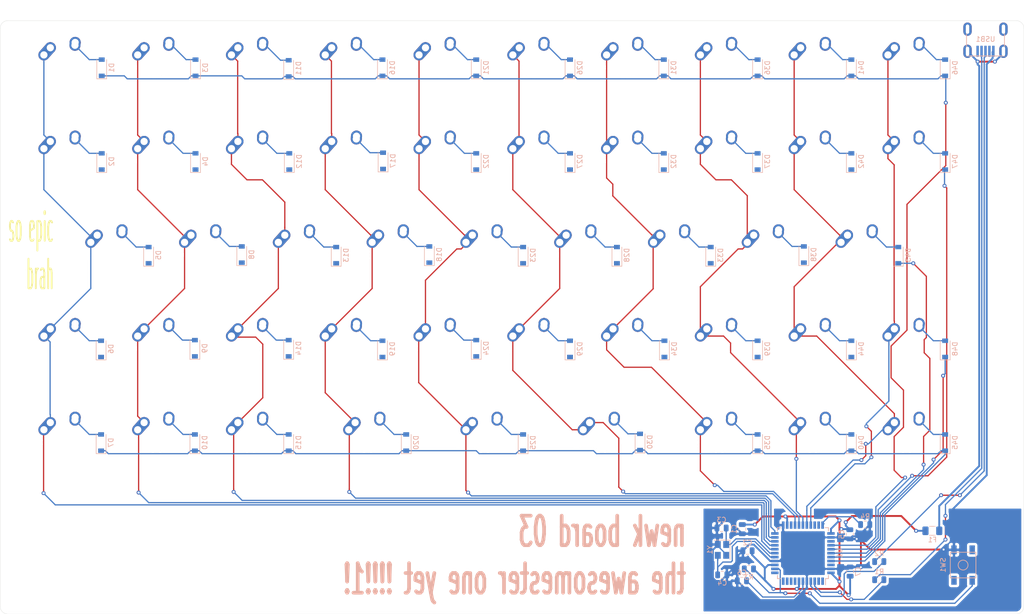
<source format=kicad_pcb>
(kicad_pcb (version 20171130) (host pcbnew "(5.1.4)-1")
  (layers (0 F.Cu signal) (31 B.Cu signal) (34 B.Paste user) (35 F.Paste user) (36 B.SilkS user) (37 F.SilkS user) (38 B.Mask user) (39 F.Mask user) (44 Edge.Cuts user))
  (net 0 "")
  (net 1 GND)
  (net 2 +5V)
  (net 3 "Net-(C3-Pad1)")
  (net 4 "Net-(C4-Pad1)")
  (net 5 "Net-(C6-Pad1)")
  (net 6 "Net-(D1-Pad2)")
  (net 7 ROW0)
  (net 8 "Net-(D2-Pad2)")
  (net 9 ROW1)
  (net 10 "Net-(D3-Pad2)")
  (net 11 "Net-(D4-Pad2)")
  (net 12 VCC)
  (net 13 COL0)
  (net 14 COL1)
  (net 15 D-)
  (net 16 "Net-(R1-Pad1)")
  (net 17 D+)
  (net 18 "Net-(R2-Pad1)")
  (net 19 "Net-(R3-Pad1)")
  (net 20 "Net-(R4-Pad2)")
  (net 21 "Net-(U1-Pad42)")
  (net 22 "Net-(U1-Pad36)")
  (net 23 "Net-(U1-Pad32)")
  (net 24 "Net-(U1-Pad31)")
  (net 25 "Net-(U1-Pad25)")
  (net 26 "Net-(U1-Pad12)")
  (net 27 "Net-(U1-Pad11)")
  (net 28 "Net-(U1-Pad10)")
  (net 29 "Net-(U1-Pad9)")
  (net 30 "Net-(U1-Pad8)")
  (net 31 "Net-(U1-Pad1)")
  (net 32 "Net-(USB1-Pad5)")
  (net 33 "Net-(USB1-Pad2)")
  (net 34 "Net-(D5-Pad2)")
  (net 35 ROW2)
  (net 36 "Net-(D6-Pad2)")
  (net 37 ROW3)
  (net 38 "Net-(D7-Pad2)")
  (net 39 ROW4)
  (net 40 "Net-(D8-Pad2)")
  (net 41 "Net-(D9-Pad2)")
  (net 42 "Net-(D10-Pad2)")
  (net 43 "Net-(D11-Pad2)")
  (net 44 "Net-(D12-Pad2)")
  (net 45 "Net-(D13-Pad2)")
  (net 46 "Net-(D14-Pad2)")
  (net 47 "Net-(D15-Pad2)")
  (net 48 "Net-(D16-Pad2)")
  (net 49 "Net-(D17-Pad2)")
  (net 50 "Net-(D18-Pad2)")
  (net 51 "Net-(D19-Pad2)")
  (net 52 "Net-(D20-Pad2)")
  (net 53 "Net-(D21-Pad2)")
  (net 54 "Net-(D22-Pad2)")
  (net 55 "Net-(D23-Pad2)")
  (net 56 "Net-(D24-Pad2)")
  (net 57 "Net-(D25-Pad2)")
  (net 58 "Net-(D26-Pad2)")
  (net 59 "Net-(D27-Pad2)")
  (net 60 "Net-(D28-Pad2)")
  (net 61 "Net-(D29-Pad2)")
  (net 62 "Net-(D30-Pad2)")
  (net 63 "Net-(D31-Pad2)")
  (net 64 "Net-(D32-Pad2)")
  (net 65 "Net-(D33-Pad2)")
  (net 66 "Net-(D34-Pad2)")
  (net 67 "Net-(D35-Pad2)")
  (net 68 "Net-(D36-Pad2)")
  (net 69 "Net-(D37-Pad2)")
  (net 70 "Net-(D38-Pad2)")
  (net 71 "Net-(D39-Pad2)")
  (net 72 "Net-(D40-Pad2)")
  (net 73 "Net-(D41-Pad2)")
  (net 74 "Net-(D42-Pad2)")
  (net 75 "Net-(D43-Pad2)")
  (net 76 "Net-(D44-Pad2)")
  (net 77 "Net-(D45-Pad2)")
  (net 78 "Net-(D46-Pad2)")
  (net 79 "Net-(D47-Pad2)")
  (net 80 "Net-(D48-Pad2)")
  (net 81 COL2)
  (net 82 COL3)
  (net 83 COL4)
  (net 84 COL5)
  (net 85 COL6)
  (net 86 COL7)
  (net 87 COL8)
  (net 88 COL9)
  (module MX_Alps_Hybrid:MX-1U-NoLED (layer F.Cu) (at 215.9 92.86875)
    (fp_text reference MX48)
    (fp_text value MX-NoLED)
    (pad "" np_thru_hole circle (at 5.08 0 48.0996) (size 1.75 1.75) (drill 1.75) (layers *.Cu *.Mask))
    (pad "" np_thru_hole circle (at -5.08 0 48.0996) (size 1.75 1.75) (drill 1.75) (layers *.Cu *.Mask))
    (pad 1 thru_hole circle (at -2.5 -4) (size 2.25 2.25) (drill 1.47) (layers *.Cu B.Mask) (net 88 COL9))
    (pad "" np_thru_hole circle (at 0 0) (size 3.9878 3.9878) (drill 3.9878) (layers *.Cu *.Mask))
    (pad 1 thru_hole oval (at -3.81 -2.54 48.0996) (size 4.211556 2.25) (drill 1.47 (offset 0.980778 0)) (layers *.Cu B.Mask) (net 88 COL9))
    (pad 2 thru_hole circle (at 2.54 -5.08) (size 2.25 2.25) (drill 1.47) (layers *.Cu B.Mask) (net 80 "Net-(D48-Pad2)"))
    (pad 2 thru_hole oval (at 2.5 -4.5 86.0548) (size 2.831378 2.25) (drill 1.47 (offset 0.290689 0)) (layers *.Cu B.Mask) (net 80 "Net-(D48-Pad2)"))
  )
  (module MX_Alps_Hybrid:MX-1U-NoLED (layer F.Cu) (at 44.45 35.71875)
    (fp_text reference MX1)
    (fp_text value MX-NoLED)
    (pad "" np_thru_hole circle (at 5.08 0 48.0996) (size 1.75 1.75) (drill 1.75) (layers *.Cu *.Mask))
    (pad "" np_thru_hole circle (at -5.08 0 48.0996) (size 1.75 1.75) (drill 1.75) (layers *.Cu *.Mask))
    (pad 1 thru_hole circle (at -2.5 -4) (size 2.25 2.25) (drill 1.47) (layers *.Cu B.Mask) (net 13 COL0))
    (pad "" np_thru_hole circle (at 0 0) (size 3.9878 3.9878) (drill 3.9878) (layers *.Cu *.Mask))
    (pad 1 thru_hole oval (at -3.81 -2.54 48.0996) (size 4.211556 2.25) (drill 1.47 (offset 0.980778 0)) (layers *.Cu B.Mask) (net 13 COL0))
    (pad 2 thru_hole circle (at 2.54 -5.08) (size 2.25 2.25) (drill 1.47) (layers *.Cu B.Mask) (net 6 "Net-(D1-Pad2)"))
    (pad 2 thru_hole oval (at 2.5 -4.5 86.0548) (size 2.831378 2.25) (drill 1.47 (offset 0.290689 0)) (layers *.Cu B.Mask) (net 6 "Net-(D1-Pad2)"))
  )
  (module MX_Alps_Hybrid:MX-1U-NoLED (layer F.Cu) (at 215.9 54.76875)
    (fp_text reference MX47)
    (fp_text value MX-NoLED)
    (pad "" np_thru_hole circle (at 5.08 0 48.0996) (size 1.75 1.75) (drill 1.75) (layers *.Cu *.Mask))
    (pad "" np_thru_hole circle (at -5.08 0 48.0996) (size 1.75 1.75) (drill 1.75) (layers *.Cu *.Mask))
    (pad 1 thru_hole circle (at -2.5 -4) (size 2.25 2.25) (drill 1.47) (layers *.Cu B.Mask) (net 88 COL9))
    (pad "" np_thru_hole circle (at 0 0) (size 3.9878 3.9878) (drill 3.9878) (layers *.Cu *.Mask))
    (pad 1 thru_hole oval (at -3.81 -2.54 48.0996) (size 4.211556 2.25) (drill 1.47 (offset 0.980778 0)) (layers *.Cu B.Mask) (net 88 COL9))
    (pad 2 thru_hole circle (at 2.54 -5.08) (size 2.25 2.25) (drill 1.47) (layers *.Cu B.Mask) (net 79 "Net-(D47-Pad2)"))
    (pad 2 thru_hole oval (at 2.5 -4.5 86.0548) (size 2.831378 2.25) (drill 1.47 (offset 0.290689 0)) (layers *.Cu B.Mask) (net 79 "Net-(D47-Pad2)"))
  )
  (module MX_Alps_Hybrid:MX-1U-NoLED (layer F.Cu) (at 215.9 35.71875)
    (fp_text reference MX46)
    (fp_text value MX-NoLED)
    (pad "" np_thru_hole circle (at 5.08 0 48.0996) (size 1.75 1.75) (drill 1.75) (layers *.Cu *.Mask))
    (pad "" np_thru_hole circle (at -5.08 0 48.0996) (size 1.75 1.75) (drill 1.75) (layers *.Cu *.Mask))
    (pad 1 thru_hole circle (at -2.5 -4) (size 2.25 2.25) (drill 1.47) (layers *.Cu B.Mask) (net 88 COL9))
    (pad "" np_thru_hole circle (at 0 0) (size 3.9878 3.9878) (drill 3.9878) (layers *.Cu *.Mask))
    (pad 1 thru_hole oval (at -3.81 -2.54 48.0996) (size 4.211556 2.25) (drill 1.47 (offset 0.980778 0)) (layers *.Cu B.Mask) (net 88 COL9))
    (pad 2 thru_hole circle (at 2.54 -5.08) (size 2.25 2.25) (drill 1.47) (layers *.Cu B.Mask) (net 78 "Net-(D46-Pad2)"))
    (pad 2 thru_hole oval (at 2.5 -4.5 86.0548) (size 2.831378 2.25) (drill 1.47 (offset 0.290689 0)) (layers *.Cu B.Mask) (net 78 "Net-(D46-Pad2)"))
  )
  (module MX_Alps_Hybrid:MX-1U-NoLED (layer F.Cu) (at 215.9 111.91875)
    (fp_text reference MX45)
    (fp_text value MX-NoLED)
    (pad "" np_thru_hole circle (at 5.08 0 48.0996) (size 1.75 1.75) (drill 1.75) (layers *.Cu *.Mask))
    (pad "" np_thru_hole circle (at -5.08 0 48.0996) (size 1.75 1.75) (drill 1.75) (layers *.Cu *.Mask))
    (pad 1 thru_hole circle (at -2.5 -4) (size 2.25 2.25) (drill 1.47) (layers *.Cu B.Mask) (net 87 COL8))
    (pad "" np_thru_hole circle (at 0 0) (size 3.9878 3.9878) (drill 3.9878) (layers *.Cu *.Mask))
    (pad 1 thru_hole oval (at -3.81 -2.54 48.0996) (size 4.211556 2.25) (drill 1.47 (offset 0.980778 0)) (layers *.Cu B.Mask) (net 87 COL8))
    (pad 2 thru_hole circle (at 2.54 -5.08) (size 2.25 2.25) (drill 1.47) (layers *.Cu B.Mask) (net 77 "Net-(D45-Pad2)"))
    (pad 2 thru_hole oval (at 2.5 -4.5 86.0548) (size 2.831378 2.25) (drill 1.47 (offset 0.290689 0)) (layers *.Cu B.Mask) (net 77 "Net-(D45-Pad2)"))
  )
  (module MX_Alps_Hybrid:MX-1U-NoLED (layer F.Cu) (at 196.85 92.86875)
    (fp_text reference MX44)
    (fp_text value MX-NoLED)
    (pad "" np_thru_hole circle (at 5.08 0 48.0996) (size 1.75 1.75) (drill 1.75) (layers *.Cu *.Mask))
    (pad "" np_thru_hole circle (at -5.08 0 48.0996) (size 1.75 1.75) (drill 1.75) (layers *.Cu *.Mask))
    (pad 1 thru_hole circle (at -2.5 -4) (size 2.25 2.25) (drill 1.47) (layers *.Cu B.Mask) (net 87 COL8))
    (pad "" np_thru_hole circle (at 0 0) (size 3.9878 3.9878) (drill 3.9878) (layers *.Cu *.Mask))
    (pad 1 thru_hole oval (at -3.81 -2.54 48.0996) (size 4.211556 2.25) (drill 1.47 (offset 0.980778 0)) (layers *.Cu B.Mask) (net 87 COL8))
    (pad 2 thru_hole circle (at 2.54 -5.08) (size 2.25 2.25) (drill 1.47) (layers *.Cu B.Mask) (net 76 "Net-(D44-Pad2)"))
    (pad 2 thru_hole oval (at 2.5 -4.5 86.0548) (size 2.831378 2.25) (drill 1.47 (offset 0.290689 0)) (layers *.Cu B.Mask) (net 76 "Net-(D44-Pad2)"))
  )
  (module MX_Alps_Hybrid:MX-1U-NoLED (layer F.Cu) (at 206.375 73.81875)
    (fp_text reference MX43)
    (fp_text value MX-NoLED)
    (pad "" np_thru_hole circle (at 5.08 0 48.0996) (size 1.75 1.75) (drill 1.75) (layers *.Cu *.Mask))
    (pad "" np_thru_hole circle (at -5.08 0 48.0996) (size 1.75 1.75) (drill 1.75) (layers *.Cu *.Mask))
    (pad 1 thru_hole circle (at -2.5 -4) (size 2.25 2.25) (drill 1.47) (layers *.Cu B.Mask) (net 87 COL8))
    (pad "" np_thru_hole circle (at 0 0) (size 3.9878 3.9878) (drill 3.9878) (layers *.Cu *.Mask))
    (pad 1 thru_hole oval (at -3.81 -2.54 48.0996) (size 4.211556 2.25) (drill 1.47 (offset 0.980778 0)) (layers *.Cu B.Mask) (net 87 COL8))
    (pad 2 thru_hole circle (at 2.54 -5.08) (size 2.25 2.25) (drill 1.47) (layers *.Cu B.Mask) (net 75 "Net-(D43-Pad2)"))
    (pad 2 thru_hole oval (at 2.5 -4.5 86.0548) (size 2.831378 2.25) (drill 1.47 (offset 0.290689 0)) (layers *.Cu B.Mask) (net 75 "Net-(D43-Pad2)"))
  )
  (module MX_Alps_Hybrid:MX-1U-NoLED (layer F.Cu) (at 196.85 54.76875)
    (fp_text reference MX42)
    (fp_text value MX-NoLED)
    (pad "" np_thru_hole circle (at 5.08 0 48.0996) (size 1.75 1.75) (drill 1.75) (layers *.Cu *.Mask))
    (pad "" np_thru_hole circle (at -5.08 0 48.0996) (size 1.75 1.75) (drill 1.75) (layers *.Cu *.Mask))
    (pad 1 thru_hole circle (at -2.5 -4) (size 2.25 2.25) (drill 1.47) (layers *.Cu B.Mask) (net 87 COL8))
    (pad "" np_thru_hole circle (at 0 0) (size 3.9878 3.9878) (drill 3.9878) (layers *.Cu *.Mask))
    (pad 1 thru_hole oval (at -3.81 -2.54 48.0996) (size 4.211556 2.25) (drill 1.47 (offset 0.980778 0)) (layers *.Cu B.Mask) (net 87 COL8))
    (pad 2 thru_hole circle (at 2.54 -5.08) (size 2.25 2.25) (drill 1.47) (layers *.Cu B.Mask) (net 74 "Net-(D42-Pad2)"))
    (pad 2 thru_hole oval (at 2.5 -4.5 86.0548) (size 2.831378 2.25) (drill 1.47 (offset 0.290689 0)) (layers *.Cu B.Mask) (net 74 "Net-(D42-Pad2)"))
  )
  (module MX_Alps_Hybrid:MX-1U-NoLED (layer F.Cu) (at 196.85 35.71875)
    (fp_text reference MX41)
    (fp_text value MX-NoLED)
    (pad "" np_thru_hole circle (at 5.08 0 48.0996) (size 1.75 1.75) (drill 1.75) (layers *.Cu *.Mask))
    (pad "" np_thru_hole circle (at -5.08 0 48.0996) (size 1.75 1.75) (drill 1.75) (layers *.Cu *.Mask))
    (pad 1 thru_hole circle (at -2.5 -4) (size 2.25 2.25) (drill 1.47) (layers *.Cu B.Mask) (net 87 COL8))
    (pad "" np_thru_hole circle (at 0 0) (size 3.9878 3.9878) (drill 3.9878) (layers *.Cu *.Mask))
    (pad 1 thru_hole oval (at -3.81 -2.54 48.0996) (size 4.211556 2.25) (drill 1.47 (offset 0.980778 0)) (layers *.Cu B.Mask) (net 87 COL8))
    (pad 2 thru_hole circle (at 2.54 -5.08) (size 2.25 2.25) (drill 1.47) (layers *.Cu B.Mask) (net 73 "Net-(D41-Pad2)"))
    (pad 2 thru_hole oval (at 2.5 -4.5 86.0548) (size 2.831378 2.25) (drill 1.47 (offset 0.290689 0)) (layers *.Cu B.Mask) (net 73 "Net-(D41-Pad2)"))
  )
  (module MX_Alps_Hybrid:MX-1U-NoLED (layer F.Cu) (at 196.85 111.91875)
    (fp_text reference MX40)
    (fp_text value MX-NoLED)
    (pad "" np_thru_hole circle (at 5.08 0 48.0996) (size 1.75 1.75) (drill 1.75) (layers *.Cu *.Mask))
    (pad "" np_thru_hole circle (at -5.08 0 48.0996) (size 1.75 1.75) (drill 1.75) (layers *.Cu *.Mask))
    (pad 1 thru_hole circle (at -2.5 -4) (size 2.25 2.25) (drill 1.47) (layers *.Cu B.Mask) (net 86 COL7))
    (pad "" np_thru_hole circle (at 0 0) (size 3.9878 3.9878) (drill 3.9878) (layers *.Cu *.Mask))
    (pad 1 thru_hole oval (at -3.81 -2.54 48.0996) (size 4.211556 2.25) (drill 1.47 (offset 0.980778 0)) (layers *.Cu B.Mask) (net 86 COL7))
    (pad 2 thru_hole circle (at 2.54 -5.08) (size 2.25 2.25) (drill 1.47) (layers *.Cu B.Mask) (net 72 "Net-(D40-Pad2)"))
    (pad 2 thru_hole oval (at 2.5 -4.5 86.0548) (size 2.831378 2.25) (drill 1.47 (offset 0.290689 0)) (layers *.Cu B.Mask) (net 72 "Net-(D40-Pad2)"))
  )
  (module MX_Alps_Hybrid:MX-1U-NoLED (layer F.Cu) (at 177.8 92.86875)
    (fp_text reference MX39)
    (fp_text value MX-NoLED)
    (pad "" np_thru_hole circle (at 5.08 0 48.0996) (size 1.75 1.75) (drill 1.75) (layers *.Cu *.Mask))
    (pad "" np_thru_hole circle (at -5.08 0 48.0996) (size 1.75 1.75) (drill 1.75) (layers *.Cu *.Mask))
    (pad 1 thru_hole circle (at -2.5 -4) (size 2.25 2.25) (drill 1.47) (layers *.Cu B.Mask) (net 86 COL7))
    (pad "" np_thru_hole circle (at 0 0) (size 3.9878 3.9878) (drill 3.9878) (layers *.Cu *.Mask))
    (pad 1 thru_hole oval (at -3.81 -2.54 48.0996) (size 4.211556 2.25) (drill 1.47 (offset 0.980778 0)) (layers *.Cu B.Mask) (net 86 COL7))
    (pad 2 thru_hole circle (at 2.54 -5.08) (size 2.25 2.25) (drill 1.47) (layers *.Cu B.Mask) (net 71 "Net-(D39-Pad2)"))
    (pad 2 thru_hole oval (at 2.5 -4.5 86.0548) (size 2.831378 2.25) (drill 1.47 (offset 0.290689 0)) (layers *.Cu B.Mask) (net 71 "Net-(D39-Pad2)"))
  )
  (module MX_Alps_Hybrid:MX-1U-NoLED (layer F.Cu) (at 187.325 73.81875)
    (fp_text reference MX38)
    (fp_text value MX-NoLED)
    (pad "" np_thru_hole circle (at 5.08 0 48.0996) (size 1.75 1.75) (drill 1.75) (layers *.Cu *.Mask))
    (pad "" np_thru_hole circle (at -5.08 0 48.0996) (size 1.75 1.75) (drill 1.75) (layers *.Cu *.Mask))
    (pad 1 thru_hole circle (at -2.5 -4) (size 2.25 2.25) (drill 1.47) (layers *.Cu B.Mask) (net 86 COL7))
    (pad "" np_thru_hole circle (at 0 0) (size 3.9878 3.9878) (drill 3.9878) (layers *.Cu *.Mask))
    (pad 1 thru_hole oval (at -3.81 -2.54 48.0996) (size 4.211556 2.25) (drill 1.47 (offset 0.980778 0)) (layers *.Cu B.Mask) (net 86 COL7))
    (pad 2 thru_hole circle (at 2.54 -5.08) (size 2.25 2.25) (drill 1.47) (layers *.Cu B.Mask) (net 70 "Net-(D38-Pad2)"))
    (pad 2 thru_hole oval (at 2.5 -4.5 86.0548) (size 2.831378 2.25) (drill 1.47 (offset 0.290689 0)) (layers *.Cu B.Mask) (net 70 "Net-(D38-Pad2)"))
  )
  (module MX_Alps_Hybrid:MX-1U-NoLED (layer F.Cu) (at 177.8 54.76875)
    (fp_text reference MX37)
    (fp_text value MX-NoLED)
    (pad "" np_thru_hole circle (at 5.08 0 48.0996) (size 1.75 1.75) (drill 1.75) (layers *.Cu *.Mask))
    (pad "" np_thru_hole circle (at -5.08 0 48.0996) (size 1.75 1.75) (drill 1.75) (layers *.Cu *.Mask))
    (pad 1 thru_hole circle (at -2.5 -4) (size 2.25 2.25) (drill 1.47) (layers *.Cu B.Mask) (net 86 COL7))
    (pad "" np_thru_hole circle (at 0 0) (size 3.9878 3.9878) (drill 3.9878) (layers *.Cu *.Mask))
    (pad 1 thru_hole oval (at -3.81 -2.54 48.0996) (size 4.211556 2.25) (drill 1.47 (offset 0.980778 0)) (layers *.Cu B.Mask) (net 86 COL7))
    (pad 2 thru_hole circle (at 2.54 -5.08) (size 2.25 2.25) (drill 1.47) (layers *.Cu B.Mask) (net 69 "Net-(D37-Pad2)"))
    (pad 2 thru_hole oval (at 2.5 -4.5 86.0548) (size 2.831378 2.25) (drill 1.47 (offset 0.290689 0)) (layers *.Cu B.Mask) (net 69 "Net-(D37-Pad2)"))
  )
  (module MX_Alps_Hybrid:MX-1U-NoLED (layer F.Cu) (at 177.8 35.71875)
    (fp_text reference MX36)
    (fp_text value MX-NoLED)
    (pad "" np_thru_hole circle (at 5.08 0 48.0996) (size 1.75 1.75) (drill 1.75) (layers *.Cu *.Mask))
    (pad "" np_thru_hole circle (at -5.08 0 48.0996) (size 1.75 1.75) (drill 1.75) (layers *.Cu *.Mask))
    (pad 1 thru_hole circle (at -2.5 -4) (size 2.25 2.25) (drill 1.47) (layers *.Cu B.Mask) (net 86 COL7))
    (pad "" np_thru_hole circle (at 0 0) (size 3.9878 3.9878) (drill 3.9878) (layers *.Cu *.Mask))
    (pad 1 thru_hole oval (at -3.81 -2.54 48.0996) (size 4.211556 2.25) (drill 1.47 (offset 0.980778 0)) (layers *.Cu B.Mask) (net 86 COL7))
    (pad 2 thru_hole circle (at 2.54 -5.08) (size 2.25 2.25) (drill 1.47) (layers *.Cu B.Mask) (net 68 "Net-(D36-Pad2)"))
    (pad 2 thru_hole oval (at 2.5 -4.5 86.0548) (size 2.831378 2.25) (drill 1.47 (offset 0.290689 0)) (layers *.Cu B.Mask) (net 68 "Net-(D36-Pad2)"))
  )
  (module MX_Alps_Hybrid:MX-1U-NoLED (layer F.Cu) (at 177.8 111.91875)
    (fp_text reference MX35)
    (fp_text value MX-NoLED)
    (pad "" np_thru_hole circle (at 5.08 0 48.0996) (size 1.75 1.75) (drill 1.75) (layers *.Cu *.Mask))
    (pad "" np_thru_hole circle (at -5.08 0 48.0996) (size 1.75 1.75) (drill 1.75) (layers *.Cu *.Mask))
    (pad 1 thru_hole circle (at -2.5 -4) (size 2.25 2.25) (drill 1.47) (layers *.Cu B.Mask) (net 85 COL6))
    (pad "" np_thru_hole circle (at 0 0) (size 3.9878 3.9878) (drill 3.9878) (layers *.Cu *.Mask))
    (pad 1 thru_hole oval (at -3.81 -2.54 48.0996) (size 4.211556 2.25) (drill 1.47 (offset 0.980778 0)) (layers *.Cu B.Mask) (net 85 COL6))
    (pad 2 thru_hole circle (at 2.54 -5.08) (size 2.25 2.25) (drill 1.47) (layers *.Cu B.Mask) (net 67 "Net-(D35-Pad2)"))
    (pad 2 thru_hole oval (at 2.5 -4.5 86.0548) (size 2.831378 2.25) (drill 1.47 (offset 0.290689 0)) (layers *.Cu B.Mask) (net 67 "Net-(D35-Pad2)"))
  )
  (module MX_Alps_Hybrid:MX-1U-NoLED (layer F.Cu) (at 158.75 92.86875)
    (fp_text reference MX34)
    (fp_text value MX-NoLED)
    (pad "" np_thru_hole circle (at 5.08 0 48.0996) (size 1.75 1.75) (drill 1.75) (layers *.Cu *.Mask))
    (pad "" np_thru_hole circle (at -5.08 0 48.0996) (size 1.75 1.75) (drill 1.75) (layers *.Cu *.Mask))
    (pad 1 thru_hole circle (at -2.5 -4) (size 2.25 2.25) (drill 1.47) (layers *.Cu B.Mask) (net 85 COL6))
    (pad "" np_thru_hole circle (at 0 0) (size 3.9878 3.9878) (drill 3.9878) (layers *.Cu *.Mask))
    (pad 1 thru_hole oval (at -3.81 -2.54 48.0996) (size 4.211556 2.25) (drill 1.47 (offset 0.980778 0)) (layers *.Cu B.Mask) (net 85 COL6))
    (pad 2 thru_hole circle (at 2.54 -5.08) (size 2.25 2.25) (drill 1.47) (layers *.Cu B.Mask) (net 66 "Net-(D34-Pad2)"))
    (pad 2 thru_hole oval (at 2.5 -4.5 86.0548) (size 2.831378 2.25) (drill 1.47 (offset 0.290689 0)) (layers *.Cu B.Mask) (net 66 "Net-(D34-Pad2)"))
  )
  (module MX_Alps_Hybrid:MX-1U-NoLED (layer F.Cu) (at 168.275 73.81875)
    (fp_text reference MX33)
    (fp_text value MX-NoLED)
    (pad "" np_thru_hole circle (at 5.08 0 48.0996) (size 1.75 1.75) (drill 1.75) (layers *.Cu *.Mask))
    (pad "" np_thru_hole circle (at -5.08 0 48.0996) (size 1.75 1.75) (drill 1.75) (layers *.Cu *.Mask))
    (pad 1 thru_hole circle (at -2.5 -4) (size 2.25 2.25) (drill 1.47) (layers *.Cu B.Mask) (net 85 COL6))
    (pad "" np_thru_hole circle (at 0 0) (size 3.9878 3.9878) (drill 3.9878) (layers *.Cu *.Mask))
    (pad 1 thru_hole oval (at -3.81 -2.54 48.0996) (size 4.211556 2.25) (drill 1.47 (offset 0.980778 0)) (layers *.Cu B.Mask) (net 85 COL6))
    (pad 2 thru_hole circle (at 2.54 -5.08) (size 2.25 2.25) (drill 1.47) (layers *.Cu B.Mask) (net 65 "Net-(D33-Pad2)"))
    (pad 2 thru_hole oval (at 2.5 -4.5 86.0548) (size 2.831378 2.25) (drill 1.47 (offset 0.290689 0)) (layers *.Cu B.Mask) (net 65 "Net-(D33-Pad2)"))
  )
  (module MX_Alps_Hybrid:MX-1U-NoLED (layer F.Cu) (at 158.75 54.76875)
    (fp_text reference MX32)
    (fp_text value MX-NoLED)
    (pad "" np_thru_hole circle (at 5.08 0 48.0996) (size 1.75 1.75) (drill 1.75) (layers *.Cu *.Mask))
    (pad "" np_thru_hole circle (at -5.08 0 48.0996) (size 1.75 1.75) (drill 1.75) (layers *.Cu *.Mask))
    (pad 1 thru_hole circle (at -2.5 -4) (size 2.25 2.25) (drill 1.47) (layers *.Cu B.Mask) (net 85 COL6))
    (pad "" np_thru_hole circle (at 0 0) (size 3.9878 3.9878) (drill 3.9878) (layers *.Cu *.Mask))
    (pad 1 thru_hole oval (at -3.81 -2.54 48.0996) (size 4.211556 2.25) (drill 1.47 (offset 0.980778 0)) (layers *.Cu B.Mask) (net 85 COL6))
    (pad 2 thru_hole circle (at 2.54 -5.08) (size 2.25 2.25) (drill 1.47) (layers *.Cu B.Mask) (net 64 "Net-(D32-Pad2)"))
    (pad 2 thru_hole oval (at 2.5 -4.5 86.0548) (size 2.831378 2.25) (drill 1.47 (offset 0.290689 0)) (layers *.Cu B.Mask) (net 64 "Net-(D32-Pad2)"))
  )
  (module MX_Alps_Hybrid:MX-1U-NoLED (layer F.Cu) (at 158.75 35.71875)
    (fp_text reference MX31)
    (fp_text value MX-NoLED)
    (pad "" np_thru_hole circle (at 5.08 0 48.0996) (size 1.75 1.75) (drill 1.75) (layers *.Cu *.Mask))
    (pad "" np_thru_hole circle (at -5.08 0 48.0996) (size 1.75 1.75) (drill 1.75) (layers *.Cu *.Mask))
    (pad 1 thru_hole circle (at -2.5 -4) (size 2.25 2.25) (drill 1.47) (layers *.Cu B.Mask) (net 85 COL6))
    (pad "" np_thru_hole circle (at 0 0) (size 3.9878 3.9878) (drill 3.9878) (layers *.Cu *.Mask))
    (pad 1 thru_hole oval (at -3.81 -2.54 48.0996) (size 4.211556 2.25) (drill 1.47 (offset 0.980778 0)) (layers *.Cu B.Mask) (net 85 COL6))
    (pad 2 thru_hole circle (at 2.54 -5.08) (size 2.25 2.25) (drill 1.47) (layers *.Cu B.Mask) (net 63 "Net-(D31-Pad2)"))
    (pad 2 thru_hole oval (at 2.5 -4.5 86.0548) (size 2.831378 2.25) (drill 1.47 (offset 0.290689 0)) (layers *.Cu B.Mask) (net 63 "Net-(D31-Pad2)"))
  )
  (module MX_Alps_Hybrid:MX-1U-NoLED (layer F.Cu) (at 153.9875 111.91875)
    (fp_text reference MX30)
    (fp_text value MX-NoLED)
    (pad "" np_thru_hole circle (at 5.08 0 48.0996) (size 1.75 1.75) (drill 1.75) (layers *.Cu *.Mask))
    (pad "" np_thru_hole circle (at -5.08 0 48.0996) (size 1.75 1.75) (drill 1.75) (layers *.Cu *.Mask))
    (pad 1 thru_hole circle (at -2.5 -4) (size 2.25 2.25) (drill 1.47) (layers *.Cu B.Mask) (net 84 COL5))
    (pad "" np_thru_hole circle (at 0 0) (size 3.9878 3.9878) (drill 3.9878) (layers *.Cu *.Mask))
    (pad 1 thru_hole oval (at -3.81 -2.54 48.0996) (size 4.211556 2.25) (drill 1.47 (offset 0.980778 0)) (layers *.Cu B.Mask) (net 84 COL5))
    (pad 2 thru_hole circle (at 2.54 -5.08) (size 2.25 2.25) (drill 1.47) (layers *.Cu B.Mask) (net 62 "Net-(D30-Pad2)"))
    (pad 2 thru_hole oval (at 2.5 -4.5 86.0548) (size 2.831378 2.25) (drill 1.47 (offset 0.290689 0)) (layers *.Cu B.Mask) (net 62 "Net-(D30-Pad2)"))
  )
  (module MX_Alps_Hybrid:MX-1U-NoLED (layer F.Cu) (at 139.7 92.86875)
    (fp_text reference MX29)
    (fp_text value MX-NoLED)
    (pad "" np_thru_hole circle (at 5.08 0 48.0996) (size 1.75 1.75) (drill 1.75) (layers *.Cu *.Mask))
    (pad "" np_thru_hole circle (at -5.08 0 48.0996) (size 1.75 1.75) (drill 1.75) (layers *.Cu *.Mask))
    (pad 1 thru_hole circle (at -2.5 -4) (size 2.25 2.25) (drill 1.47) (layers *.Cu B.Mask) (net 84 COL5))
    (pad "" np_thru_hole circle (at 0 0) (size 3.9878 3.9878) (drill 3.9878) (layers *.Cu *.Mask))
    (pad 1 thru_hole oval (at -3.81 -2.54 48.0996) (size 4.211556 2.25) (drill 1.47 (offset 0.980778 0)) (layers *.Cu B.Mask) (net 84 COL5))
    (pad 2 thru_hole circle (at 2.54 -5.08) (size 2.25 2.25) (drill 1.47) (layers *.Cu B.Mask) (net 61 "Net-(D29-Pad2)"))
    (pad 2 thru_hole oval (at 2.5 -4.5 86.0548) (size 2.831378 2.25) (drill 1.47 (offset 0.290689 0)) (layers *.Cu B.Mask) (net 61 "Net-(D29-Pad2)"))
  )
  (module MX_Alps_Hybrid:MX-1U-NoLED (layer F.Cu) (at 149.225 73.81875)
    (fp_text reference MX28)
    (fp_text value MX-NoLED)
    (pad "" np_thru_hole circle (at 5.08 0 48.0996) (size 1.75 1.75) (drill 1.75) (layers *.Cu *.Mask))
    (pad "" np_thru_hole circle (at -5.08 0 48.0996) (size 1.75 1.75) (drill 1.75) (layers *.Cu *.Mask))
    (pad 1 thru_hole circle (at -2.5 -4) (size 2.25 2.25) (drill 1.47) (layers *.Cu B.Mask) (net 84 COL5))
    (pad "" np_thru_hole circle (at 0 0) (size 3.9878 3.9878) (drill 3.9878) (layers *.Cu *.Mask))
    (pad 1 thru_hole oval (at -3.81 -2.54 48.0996) (size 4.211556 2.25) (drill 1.47 (offset 0.980778 0)) (layers *.Cu B.Mask) (net 84 COL5))
    (pad 2 thru_hole circle (at 2.54 -5.08) (size 2.25 2.25) (drill 1.47) (layers *.Cu B.Mask) (net 60 "Net-(D28-Pad2)"))
    (pad 2 thru_hole oval (at 2.5 -4.5 86.0548) (size 2.831378 2.25) (drill 1.47 (offset 0.290689 0)) (layers *.Cu B.Mask) (net 60 "Net-(D28-Pad2)"))
  )
  (module MX_Alps_Hybrid:MX-1U-NoLED (layer F.Cu) (at 139.7 54.76875)
    (fp_text reference MX27)
    (fp_text value MX-NoLED)
    (pad "" np_thru_hole circle (at 5.08 0 48.0996) (size 1.75 1.75) (drill 1.75) (layers *.Cu *.Mask))
    (pad "" np_thru_hole circle (at -5.08 0 48.0996) (size 1.75 1.75) (drill 1.75) (layers *.Cu *.Mask))
    (pad 1 thru_hole circle (at -2.5 -4) (size 2.25 2.25) (drill 1.47) (layers *.Cu B.Mask) (net 84 COL5))
    (pad "" np_thru_hole circle (at 0 0) (size 3.9878 3.9878) (drill 3.9878) (layers *.Cu *.Mask))
    (pad 1 thru_hole oval (at -3.81 -2.54 48.0996) (size 4.211556 2.25) (drill 1.47 (offset 0.980778 0)) (layers *.Cu B.Mask) (net 84 COL5))
    (pad 2 thru_hole circle (at 2.54 -5.08) (size 2.25 2.25) (drill 1.47) (layers *.Cu B.Mask) (net 59 "Net-(D27-Pad2)"))
    (pad 2 thru_hole oval (at 2.5 -4.5 86.0548) (size 2.831378 2.25) (drill 1.47 (offset 0.290689 0)) (layers *.Cu B.Mask) (net 59 "Net-(D27-Pad2)"))
  )
  (module MX_Alps_Hybrid:MX-1U-NoLED (layer F.Cu) (at 139.7 35.71875)
    (fp_text reference MX26)
    (fp_text value MX-NoLED)
    (pad "" np_thru_hole circle (at 5.08 0 48.0996) (size 1.75 1.75) (drill 1.75) (layers *.Cu *.Mask))
    (pad "" np_thru_hole circle (at -5.08 0 48.0996) (size 1.75 1.75) (drill 1.75) (layers *.Cu *.Mask))
    (pad 1 thru_hole circle (at -2.5 -4) (size 2.25 2.25) (drill 1.47) (layers *.Cu B.Mask) (net 84 COL5))
    (pad "" np_thru_hole circle (at 0 0) (size 3.9878 3.9878) (drill 3.9878) (layers *.Cu *.Mask))
    (pad 1 thru_hole oval (at -3.81 -2.54 48.0996) (size 4.211556 2.25) (drill 1.47 (offset 0.980778 0)) (layers *.Cu B.Mask) (net 84 COL5))
    (pad 2 thru_hole circle (at 2.54 -5.08) (size 2.25 2.25) (drill 1.47) (layers *.Cu B.Mask) (net 58 "Net-(D26-Pad2)"))
    (pad 2 thru_hole oval (at 2.5 -4.5 86.0548) (size 2.831378 2.25) (drill 1.47 (offset 0.290689 0)) (layers *.Cu B.Mask) (net 58 "Net-(D26-Pad2)"))
  )
  (module MX_Alps_Hybrid:MX-1U-NoLED (layer F.Cu) (at 130.175 111.91875)
    (fp_text reference MX25)
    (fp_text value MX-NoLED)
    (pad "" np_thru_hole circle (at 5.08 0 48.0996) (size 1.75 1.75) (drill 1.75) (layers *.Cu *.Mask))
    (pad "" np_thru_hole circle (at -5.08 0 48.0996) (size 1.75 1.75) (drill 1.75) (layers *.Cu *.Mask))
    (pad 1 thru_hole circle (at -2.5 -4) (size 2.25 2.25) (drill 1.47) (layers *.Cu B.Mask) (net 83 COL4))
    (pad "" np_thru_hole circle (at 0 0) (size 3.9878 3.9878) (drill 3.9878) (layers *.Cu *.Mask))
    (pad 1 thru_hole oval (at -3.81 -2.54 48.0996) (size 4.211556 2.25) (drill 1.47 (offset 0.980778 0)) (layers *.Cu B.Mask) (net 83 COL4))
    (pad 2 thru_hole circle (at 2.54 -5.08) (size 2.25 2.25) (drill 1.47) (layers *.Cu B.Mask) (net 57 "Net-(D25-Pad2)"))
    (pad 2 thru_hole oval (at 2.5 -4.5 86.0548) (size 2.831378 2.25) (drill 1.47 (offset 0.290689 0)) (layers *.Cu B.Mask) (net 57 "Net-(D25-Pad2)"))
  )
  (module MX_Alps_Hybrid:MX-1U-NoLED (layer F.Cu) (at 120.65 92.86875)
    (fp_text reference MX24)
    (fp_text value MX-NoLED)
    (pad "" np_thru_hole circle (at 5.08 0 48.0996) (size 1.75 1.75) (drill 1.75) (layers *.Cu *.Mask))
    (pad "" np_thru_hole circle (at -5.08 0 48.0996) (size 1.75 1.75) (drill 1.75) (layers *.Cu *.Mask))
    (pad 1 thru_hole circle (at -2.5 -4) (size 2.25 2.25) (drill 1.47) (layers *.Cu B.Mask) (net 83 COL4))
    (pad "" np_thru_hole circle (at 0 0) (size 3.9878 3.9878) (drill 3.9878) (layers *.Cu *.Mask))
    (pad 1 thru_hole oval (at -3.81 -2.54 48.0996) (size 4.211556 2.25) (drill 1.47 (offset 0.980778 0)) (layers *.Cu B.Mask) (net 83 COL4))
    (pad 2 thru_hole circle (at 2.54 -5.08) (size 2.25 2.25) (drill 1.47) (layers *.Cu B.Mask) (net 56 "Net-(D24-Pad2)"))
    (pad 2 thru_hole oval (at 2.5 -4.5 86.0548) (size 2.831378 2.25) (drill 1.47 (offset 0.290689 0)) (layers *.Cu B.Mask) (net 56 "Net-(D24-Pad2)"))
  )
  (module MX_Alps_Hybrid:MX-1U-NoLED (layer F.Cu) (at 130.175 73.81875)
    (fp_text reference MX23)
    (fp_text value MX-NoLED)
    (pad "" np_thru_hole circle (at 5.08 0 48.0996) (size 1.75 1.75) (drill 1.75) (layers *.Cu *.Mask))
    (pad "" np_thru_hole circle (at -5.08 0 48.0996) (size 1.75 1.75) (drill 1.75) (layers *.Cu *.Mask))
    (pad 1 thru_hole circle (at -2.5 -4) (size 2.25 2.25) (drill 1.47) (layers *.Cu B.Mask) (net 83 COL4))
    (pad "" np_thru_hole circle (at 0 0) (size 3.9878 3.9878) (drill 3.9878) (layers *.Cu *.Mask))
    (pad 1 thru_hole oval (at -3.81 -2.54 48.0996) (size 4.211556 2.25) (drill 1.47 (offset 0.980778 0)) (layers *.Cu B.Mask) (net 83 COL4))
    (pad 2 thru_hole circle (at 2.54 -5.08) (size 2.25 2.25) (drill 1.47) (layers *.Cu B.Mask) (net 55 "Net-(D23-Pad2)"))
    (pad 2 thru_hole oval (at 2.5 -4.5 86.0548) (size 2.831378 2.25) (drill 1.47 (offset 0.290689 0)) (layers *.Cu B.Mask) (net 55 "Net-(D23-Pad2)"))
  )
  (module MX_Alps_Hybrid:MX-1U-NoLED (layer F.Cu) (at 120.65 54.76875)
    (fp_text reference MX22)
    (fp_text value MX-NoLED)
    (pad "" np_thru_hole circle (at 5.08 0 48.0996) (size 1.75 1.75) (drill 1.75) (layers *.Cu *.Mask))
    (pad "" np_thru_hole circle (at -5.08 0 48.0996) (size 1.75 1.75) (drill 1.75) (layers *.Cu *.Mask))
    (pad 1 thru_hole circle (at -2.5 -4) (size 2.25 2.25) (drill 1.47) (layers *.Cu B.Mask) (net 83 COL4))
    (pad "" np_thru_hole circle (at 0 0) (size 3.9878 3.9878) (drill 3.9878) (layers *.Cu *.Mask))
    (pad 1 thru_hole oval (at -3.81 -2.54 48.0996) (size 4.211556 2.25) (drill 1.47 (offset 0.980778 0)) (layers *.Cu B.Mask) (net 83 COL4))
    (pad 2 thru_hole circle (at 2.54 -5.08) (size 2.25 2.25) (drill 1.47) (layers *.Cu B.Mask) (net 54 "Net-(D22-Pad2)"))
    (pad 2 thru_hole oval (at 2.5 -4.5 86.0548) (size 2.831378 2.25) (drill 1.47 (offset 0.290689 0)) (layers *.Cu B.Mask) (net 54 "Net-(D22-Pad2)"))
  )
  (module MX_Alps_Hybrid:MX-1U-NoLED (layer F.Cu) (at 120.65 35.71875)
    (fp_text reference MX21)
    (fp_text value MX-NoLED)
    (pad "" np_thru_hole circle (at 5.08 0 48.0996) (size 1.75 1.75) (drill 1.75) (layers *.Cu *.Mask))
    (pad "" np_thru_hole circle (at -5.08 0 48.0996) (size 1.75 1.75) (drill 1.75) (layers *.Cu *.Mask))
    (pad 1 thru_hole circle (at -2.5 -4) (size 2.25 2.25) (drill 1.47) (layers *.Cu B.Mask) (net 83 COL4))
    (pad "" np_thru_hole circle (at 0 0) (size 3.9878 3.9878) (drill 3.9878) (layers *.Cu *.Mask))
    (pad 1 thru_hole oval (at -3.81 -2.54 48.0996) (size 4.211556 2.25) (drill 1.47 (offset 0.980778 0)) (layers *.Cu B.Mask) (net 83 COL4))
    (pad 2 thru_hole circle (at 2.54 -5.08) (size 2.25 2.25) (drill 1.47) (layers *.Cu B.Mask) (net 53 "Net-(D21-Pad2)"))
    (pad 2 thru_hole oval (at 2.5 -4.5 86.0548) (size 2.831378 2.25) (drill 1.47 (offset 0.290689 0)) (layers *.Cu B.Mask) (net 53 "Net-(D21-Pad2)"))
  )
  (module MX_Alps_Hybrid:MX-1U-NoLED (layer F.Cu) (at 106.3625 111.91875)
    (fp_text reference MX20)
    (fp_text value MX-NoLED)
    (pad "" np_thru_hole circle (at 5.08 0 48.0996) (size 1.75 1.75) (drill 1.75) (layers *.Cu *.Mask))
    (pad "" np_thru_hole circle (at -5.08 0 48.0996) (size 1.75 1.75) (drill 1.75) (layers *.Cu *.Mask))
    (pad 1 thru_hole circle (at -2.5 -4) (size 2.25 2.25) (drill 1.47) (layers *.Cu B.Mask) (net 82 COL3))
    (pad "" np_thru_hole circle (at 0 0) (size 3.9878 3.9878) (drill 3.9878) (layers *.Cu *.Mask))
    (pad 1 thru_hole oval (at -3.81 -2.54 48.0996) (size 4.211556 2.25) (drill 1.47 (offset 0.980778 0)) (layers *.Cu B.Mask) (net 82 COL3))
    (pad 2 thru_hole circle (at 2.54 -5.08) (size 2.25 2.25) (drill 1.47) (layers *.Cu B.Mask) (net 52 "Net-(D20-Pad2)"))
    (pad 2 thru_hole oval (at 2.5 -4.5 86.0548) (size 2.831378 2.25) (drill 1.47 (offset 0.290689 0)) (layers *.Cu B.Mask) (net 52 "Net-(D20-Pad2)"))
  )
  (module MX_Alps_Hybrid:MX-1U-NoLED (layer F.Cu) (at 101.6 92.86875)
    (fp_text reference MX19)
    (fp_text value MX-NoLED)
    (pad "" np_thru_hole circle (at 5.08 0 48.0996) (size 1.75 1.75) (drill 1.75) (layers *.Cu *.Mask))
    (pad "" np_thru_hole circle (at -5.08 0 48.0996) (size 1.75 1.75) (drill 1.75) (layers *.Cu *.Mask))
    (pad 1 thru_hole circle (at -2.5 -4) (size 2.25 2.25) (drill 1.47) (layers *.Cu B.Mask) (net 82 COL3))
    (pad "" np_thru_hole circle (at 0 0) (size 3.9878 3.9878) (drill 3.9878) (layers *.Cu *.Mask))
    (pad 1 thru_hole oval (at -3.81 -2.54 48.0996) (size 4.211556 2.25) (drill 1.47 (offset 0.980778 0)) (layers *.Cu B.Mask) (net 82 COL3))
    (pad 2 thru_hole circle (at 2.54 -5.08) (size 2.25 2.25) (drill 1.47) (layers *.Cu B.Mask) (net 51 "Net-(D19-Pad2)"))
    (pad 2 thru_hole oval (at 2.5 -4.5 86.0548) (size 2.831378 2.25) (drill 1.47 (offset 0.290689 0)) (layers *.Cu B.Mask) (net 51 "Net-(D19-Pad2)"))
  )
  (module MX_Alps_Hybrid:MX-1U-NoLED (layer F.Cu) (at 111.125 73.81875)
    (fp_text reference MX18)
    (fp_text value MX-NoLED)
    (pad "" np_thru_hole circle (at 5.08 0 48.0996) (size 1.75 1.75) (drill 1.75) (layers *.Cu *.Mask))
    (pad "" np_thru_hole circle (at -5.08 0 48.0996) (size 1.75 1.75) (drill 1.75) (layers *.Cu *.Mask))
    (pad 1 thru_hole circle (at -2.5 -4) (size 2.25 2.25) (drill 1.47) (layers *.Cu B.Mask) (net 82 COL3))
    (pad "" np_thru_hole circle (at 0 0) (size 3.9878 3.9878) (drill 3.9878) (layers *.Cu *.Mask))
    (pad 1 thru_hole oval (at -3.81 -2.54 48.0996) (size 4.211556 2.25) (drill 1.47 (offset 0.980778 0)) (layers *.Cu B.Mask) (net 82 COL3))
    (pad 2 thru_hole circle (at 2.54 -5.08) (size 2.25 2.25) (drill 1.47) (layers *.Cu B.Mask) (net 50 "Net-(D18-Pad2)"))
    (pad 2 thru_hole oval (at 2.5 -4.5 86.0548) (size 2.831378 2.25) (drill 1.47 (offset 0.290689 0)) (layers *.Cu B.Mask) (net 50 "Net-(D18-Pad2)"))
  )
  (module MX_Alps_Hybrid:MX-1U-NoLED (layer F.Cu) (at 101.6 54.76875)
    (fp_text reference MX17)
    (fp_text value MX-NoLED)
    (pad "" np_thru_hole circle (at 5.08 0 48.0996) (size 1.75 1.75) (drill 1.75) (layers *.Cu *.Mask))
    (pad "" np_thru_hole circle (at -5.08 0 48.0996) (size 1.75 1.75) (drill 1.75) (layers *.Cu *.Mask))
    (pad 1 thru_hole circle (at -2.5 -4) (size 2.25 2.25) (drill 1.47) (layers *.Cu B.Mask) (net 82 COL3))
    (pad "" np_thru_hole circle (at 0 0) (size 3.9878 3.9878) (drill 3.9878) (layers *.Cu *.Mask))
    (pad 1 thru_hole oval (at -3.81 -2.54 48.0996) (size 4.211556 2.25) (drill 1.47 (offset 0.980778 0)) (layers *.Cu B.Mask) (net 82 COL3))
    (pad 2 thru_hole circle (at 2.54 -5.08) (size 2.25 2.25) (drill 1.47) (layers *.Cu B.Mask) (net 49 "Net-(D17-Pad2)"))
    (pad 2 thru_hole oval (at 2.5 -4.5 86.0548) (size 2.831378 2.25) (drill 1.47 (offset 0.290689 0)) (layers *.Cu B.Mask) (net 49 "Net-(D17-Pad2)"))
  )
  (module MX_Alps_Hybrid:MX-1U-NoLED (layer F.Cu) (at 101.6 35.71875)
    (fp_text reference MX16)
    (fp_text value MX-NoLED)
    (pad "" np_thru_hole circle (at 5.08 0 48.0996) (size 1.75 1.75) (drill 1.75) (layers *.Cu *.Mask))
    (pad "" np_thru_hole circle (at -5.08 0 48.0996) (size 1.75 1.75) (drill 1.75) (layers *.Cu *.Mask))
    (pad 1 thru_hole circle (at -2.5 -4) (size 2.25 2.25) (drill 1.47) (layers *.Cu B.Mask) (net 82 COL3))
    (pad "" np_thru_hole circle (at 0 0) (size 3.9878 3.9878) (drill 3.9878) (layers *.Cu *.Mask))
    (pad 1 thru_hole oval (at -3.81 -2.54 48.0996) (size 4.211556 2.25) (drill 1.47 (offset 0.980778 0)) (layers *.Cu B.Mask) (net 82 COL3))
    (pad 2 thru_hole circle (at 2.54 -5.08) (size 2.25 2.25) (drill 1.47) (layers *.Cu B.Mask) (net 48 "Net-(D16-Pad2)"))
    (pad 2 thru_hole oval (at 2.5 -4.5 86.0548) (size 2.831378 2.25) (drill 1.47 (offset 0.290689 0)) (layers *.Cu B.Mask) (net 48 "Net-(D16-Pad2)"))
  )
  (module MX_Alps_Hybrid:MX-1U-NoLED (layer F.Cu) (at 82.55 111.91875)
    (fp_text reference MX15)
    (fp_text value MX-NoLED)
    (pad "" np_thru_hole circle (at 5.08 0 48.0996) (size 1.75 1.75) (drill 1.75) (layers *.Cu *.Mask))
    (pad "" np_thru_hole circle (at -5.08 0 48.0996) (size 1.75 1.75) (drill 1.75) (layers *.Cu *.Mask))
    (pad 1 thru_hole circle (at -2.5 -4) (size 2.25 2.25) (drill 1.47) (layers *.Cu B.Mask) (net 81 COL2))
    (pad "" np_thru_hole circle (at 0 0) (size 3.9878 3.9878) (drill 3.9878) (layers *.Cu *.Mask))
    (pad 1 thru_hole oval (at -3.81 -2.54 48.0996) (size 4.211556 2.25) (drill 1.47 (offset 0.980778 0)) (layers *.Cu B.Mask) (net 81 COL2))
    (pad 2 thru_hole circle (at 2.54 -5.08) (size 2.25 2.25) (drill 1.47) (layers *.Cu B.Mask) (net 47 "Net-(D15-Pad2)"))
    (pad 2 thru_hole oval (at 2.5 -4.5 86.0548) (size 2.831378 2.25) (drill 1.47 (offset 0.290689 0)) (layers *.Cu B.Mask) (net 47 "Net-(D15-Pad2)"))
  )
  (module MX_Alps_Hybrid:MX-1U-NoLED (layer F.Cu) (at 82.55 92.86875)
    (fp_text reference MX14)
    (fp_text value MX-NoLED)
    (pad "" np_thru_hole circle (at 5.08 0 48.0996) (size 1.75 1.75) (drill 1.75) (layers *.Cu *.Mask))
    (pad "" np_thru_hole circle (at -5.08 0 48.0996) (size 1.75 1.75) (drill 1.75) (layers *.Cu *.Mask))
    (pad 1 thru_hole circle (at -2.5 -4) (size 2.25 2.25) (drill 1.47) (layers *.Cu B.Mask) (net 81 COL2))
    (pad "" np_thru_hole circle (at 0 0) (size 3.9878 3.9878) (drill 3.9878) (layers *.Cu *.Mask))
    (pad 1 thru_hole oval (at -3.81 -2.54 48.0996) (size 4.211556 2.25) (drill 1.47 (offset 0.980778 0)) (layers *.Cu B.Mask) (net 81 COL2))
    (pad 2 thru_hole circle (at 2.54 -5.08) (size 2.25 2.25) (drill 1.47) (layers *.Cu B.Mask) (net 46 "Net-(D14-Pad2)"))
    (pad 2 thru_hole oval (at 2.5 -4.5 86.0548) (size 2.831378 2.25) (drill 1.47 (offset 0.290689 0)) (layers *.Cu B.Mask) (net 46 "Net-(D14-Pad2)"))
  )
  (module MX_Alps_Hybrid:MX-1U-NoLED (layer F.Cu) (at 92.075 73.81875)
    (fp_text reference MX13)
    (fp_text value MX-NoLED)
    (pad "" np_thru_hole circle (at 5.08 0 48.0996) (size 1.75 1.75) (drill 1.75) (layers *.Cu *.Mask))
    (pad "" np_thru_hole circle (at -5.08 0 48.0996) (size 1.75 1.75) (drill 1.75) (layers *.Cu *.Mask))
    (pad 1 thru_hole circle (at -2.5 -4) (size 2.25 2.25) (drill 1.47) (layers *.Cu B.Mask) (net 81 COL2))
    (pad "" np_thru_hole circle (at 0 0) (size 3.9878 3.9878) (drill 3.9878) (layers *.Cu *.Mask))
    (pad 1 thru_hole oval (at -3.81 -2.54 48.0996) (size 4.211556 2.25) (drill 1.47 (offset 0.980778 0)) (layers *.Cu B.Mask) (net 81 COL2))
    (pad 2 thru_hole circle (at 2.54 -5.08) (size 2.25 2.25) (drill 1.47) (layers *.Cu B.Mask) (net 45 "Net-(D13-Pad2)"))
    (pad 2 thru_hole oval (at 2.5 -4.5 86.0548) (size 2.831378 2.25) (drill 1.47 (offset 0.290689 0)) (layers *.Cu B.Mask) (net 45 "Net-(D13-Pad2)"))
  )
  (module MX_Alps_Hybrid:MX-1U-NoLED (layer F.Cu) (at 82.55 54.76875)
    (fp_text reference MX12)
    (fp_text value MX-NoLED)
    (pad "" np_thru_hole circle (at 5.08 0 48.0996) (size 1.75 1.75) (drill 1.75) (layers *.Cu *.Mask))
    (pad "" np_thru_hole circle (at -5.08 0 48.0996) (size 1.75 1.75) (drill 1.75) (layers *.Cu *.Mask))
    (pad 1 thru_hole circle (at -2.5 -4) (size 2.25 2.25) (drill 1.47) (layers *.Cu B.Mask) (net 81 COL2))
    (pad "" np_thru_hole circle (at 0 0) (size 3.9878 3.9878) (drill 3.9878) (layers *.Cu *.Mask))
    (pad 1 thru_hole oval (at -3.81 -2.54 48.0996) (size 4.211556 2.25) (drill 1.47 (offset 0.980778 0)) (layers *.Cu B.Mask) (net 81 COL2))
    (pad 2 thru_hole circle (at 2.54 -5.08) (size 2.25 2.25) (drill 1.47) (layers *.Cu B.Mask) (net 44 "Net-(D12-Pad2)"))
    (pad 2 thru_hole oval (at 2.5 -4.5 86.0548) (size 2.831378 2.25) (drill 1.47 (offset 0.290689 0)) (layers *.Cu B.Mask) (net 44 "Net-(D12-Pad2)"))
  )
  (module MX_Alps_Hybrid:MX-1U-NoLED (layer F.Cu) (at 82.55 35.71875)
    (fp_text reference MX11)
    (fp_text value MX-NoLED)
    (pad "" np_thru_hole circle (at 5.08 0 48.0996) (size 1.75 1.75) (drill 1.75) (layers *.Cu *.Mask))
    (pad "" np_thru_hole circle (at -5.08 0 48.0996) (size 1.75 1.75) (drill 1.75) (layers *.Cu *.Mask))
    (pad 1 thru_hole circle (at -2.5 -4) (size 2.25 2.25) (drill 1.47) (layers *.Cu B.Mask) (net 81 COL2))
    (pad "" np_thru_hole circle (at 0 0) (size 3.9878 3.9878) (drill 3.9878) (layers *.Cu *.Mask))
    (pad 1 thru_hole oval (at -3.81 -2.54 48.0996) (size 4.211556 2.25) (drill 1.47 (offset 0.980778 0)) (layers *.Cu B.Mask) (net 81 COL2))
    (pad 2 thru_hole circle (at 2.54 -5.08) (size 2.25 2.25) (drill 1.47) (layers *.Cu B.Mask) (net 43 "Net-(D11-Pad2)"))
    (pad 2 thru_hole oval (at 2.5 -4.5 86.0548) (size 2.831378 2.25) (drill 1.47 (offset 0.290689 0)) (layers *.Cu B.Mask) (net 43 "Net-(D11-Pad2)"))
  )
  (module MX_Alps_Hybrid:MX-1U-NoLED (layer F.Cu) (at 63.5 111.91875)
    (fp_text reference MX10)
    (fp_text value MX-NoLED)
    (pad "" np_thru_hole circle (at 5.08 0 48.0996) (size 1.75 1.75) (drill 1.75) (layers *.Cu *.Mask))
    (pad "" np_thru_hole circle (at -5.08 0 48.0996) (size 1.75 1.75) (drill 1.75) (layers *.Cu *.Mask))
    (pad 1 thru_hole circle (at -2.5 -4) (size 2.25 2.25) (drill 1.47) (layers *.Cu B.Mask) (net 14 COL1))
    (pad "" np_thru_hole circle (at 0 0) (size 3.9878 3.9878) (drill 3.9878) (layers *.Cu *.Mask))
    (pad 1 thru_hole oval (at -3.81 -2.54 48.0996) (size 4.211556 2.25) (drill 1.47 (offset 0.980778 0)) (layers *.Cu B.Mask) (net 14 COL1))
    (pad 2 thru_hole circle (at 2.54 -5.08) (size 2.25 2.25) (drill 1.47) (layers *.Cu B.Mask) (net 42 "Net-(D10-Pad2)"))
    (pad 2 thru_hole oval (at 2.5 -4.5 86.0548) (size 2.831378 2.25) (drill 1.47 (offset 0.290689 0)) (layers *.Cu B.Mask) (net 42 "Net-(D10-Pad2)"))
  )
  (module MX_Alps_Hybrid:MX-1U-NoLED (layer F.Cu) (at 63.5 92.86875)
    (fp_text reference MX9)
    (fp_text value MX-NoLED)
    (pad "" np_thru_hole circle (at 5.08 0 48.0996) (size 1.75 1.75) (drill 1.75) (layers *.Cu *.Mask))
    (pad "" np_thru_hole circle (at -5.08 0 48.0996) (size 1.75 1.75) (drill 1.75) (layers *.Cu *.Mask))
    (pad 1 thru_hole circle (at -2.5 -4) (size 2.25 2.25) (drill 1.47) (layers *.Cu B.Mask) (net 14 COL1))
    (pad "" np_thru_hole circle (at 0 0) (size 3.9878 3.9878) (drill 3.9878) (layers *.Cu *.Mask))
    (pad 1 thru_hole oval (at -3.81 -2.54 48.0996) (size 4.211556 2.25) (drill 1.47 (offset 0.980778 0)) (layers *.Cu B.Mask) (net 14 COL1))
    (pad 2 thru_hole circle (at 2.54 -5.08) (size 2.25 2.25) (drill 1.47) (layers *.Cu B.Mask) (net 41 "Net-(D9-Pad2)"))
    (pad 2 thru_hole oval (at 2.5 -4.5 86.0548) (size 2.831378 2.25) (drill 1.47 (offset 0.290689 0)) (layers *.Cu B.Mask) (net 41 "Net-(D9-Pad2)"))
  )
  (module MX_Alps_Hybrid:MX-1U-NoLED (layer F.Cu) (at 73.025 73.81875)
    (fp_text reference MX8)
    (fp_text value MX-NoLED)
    (pad "" np_thru_hole circle (at 5.08 0 48.0996) (size 1.75 1.75) (drill 1.75) (layers *.Cu *.Mask))
    (pad "" np_thru_hole circle (at -5.08 0 48.0996) (size 1.75 1.75) (drill 1.75) (layers *.Cu *.Mask))
    (pad 1 thru_hole circle (at -2.5 -4) (size 2.25 2.25) (drill 1.47) (layers *.Cu B.Mask) (net 14 COL1))
    (pad "" np_thru_hole circle (at 0 0) (size 3.9878 3.9878) (drill 3.9878) (layers *.Cu *.Mask))
    (pad 1 thru_hole oval (at -3.81 -2.54 48.0996) (size 4.211556 2.25) (drill 1.47 (offset 0.980778 0)) (layers *.Cu B.Mask) (net 14 COL1))
    (pad 2 thru_hole circle (at 2.54 -5.08) (size 2.25 2.25) (drill 1.47) (layers *.Cu B.Mask) (net 40 "Net-(D8-Pad2)"))
    (pad 2 thru_hole oval (at 2.5 -4.5 86.0548) (size 2.831378 2.25) (drill 1.47 (offset 0.290689 0)) (layers *.Cu B.Mask) (net 40 "Net-(D8-Pad2)"))
  )
  (module MX_Alps_Hybrid:MX-1U-NoLED (layer F.Cu) (at 44.45 111.91875)
    (fp_text reference MX7)
    (fp_text value MX-NoLED)
    (pad "" np_thru_hole circle (at 5.08 0 48.0996) (size 1.75 1.75) (drill 1.75) (layers *.Cu *.Mask))
    (pad "" np_thru_hole circle (at -5.08 0 48.0996) (size 1.75 1.75) (drill 1.75) (layers *.Cu *.Mask))
    (pad 1 thru_hole circle (at -2.5 -4) (size 2.25 2.25) (drill 1.47) (layers *.Cu B.Mask) (net 13 COL0))
    (pad "" np_thru_hole circle (at 0 0) (size 3.9878 3.9878) (drill 3.9878) (layers *.Cu *.Mask))
    (pad 1 thru_hole oval (at -3.81 -2.54 48.0996) (size 4.211556 2.25) (drill 1.47 (offset 0.980778 0)) (layers *.Cu B.Mask) (net 13 COL0))
    (pad 2 thru_hole circle (at 2.54 -5.08) (size 2.25 2.25) (drill 1.47) (layers *.Cu B.Mask) (net 38 "Net-(D7-Pad2)"))
    (pad 2 thru_hole oval (at 2.5 -4.5 86.0548) (size 2.831378 2.25) (drill 1.47 (offset 0.290689 0)) (layers *.Cu B.Mask) (net 38 "Net-(D7-Pad2)"))
  )
  (module MX_Alps_Hybrid:MX-1U-NoLED (layer F.Cu) (at 44.45 92.86875)
    (fp_text reference MX6)
    (fp_text value MX-NoLED)
    (pad "" np_thru_hole circle (at 5.08 0 48.0996) (size 1.75 1.75) (drill 1.75) (layers *.Cu *.Mask))
    (pad "" np_thru_hole circle (at -5.08 0 48.0996) (size 1.75 1.75) (drill 1.75) (layers *.Cu *.Mask))
    (pad 1 thru_hole circle (at -2.5 -4) (size 2.25 2.25) (drill 1.47) (layers *.Cu B.Mask) (net 13 COL0))
    (pad "" np_thru_hole circle (at 0 0) (size 3.9878 3.9878) (drill 3.9878) (layers *.Cu *.Mask))
    (pad 1 thru_hole oval (at -3.81 -2.54 48.0996) (size 4.211556 2.25) (drill 1.47 (offset 0.980778 0)) (layers *.Cu B.Mask) (net 13 COL0))
    (pad 2 thru_hole circle (at 2.54 -5.08) (size 2.25 2.25) (drill 1.47) (layers *.Cu B.Mask) (net 36 "Net-(D6-Pad2)"))
    (pad 2 thru_hole oval (at 2.5 -4.5 86.0548) (size 2.831378 2.25) (drill 1.47 (offset 0.290689 0)) (layers *.Cu B.Mask) (net 36 "Net-(D6-Pad2)"))
  )
  (module MX_Alps_Hybrid:MX-1U-NoLED (layer F.Cu) (at 53.975 73.81875)
    (fp_text reference MX5)
    (fp_text value MX-NoLED)
    (pad "" np_thru_hole circle (at 5.08 0 48.0996) (size 1.75 1.75) (drill 1.75) (layers *.Cu *.Mask))
    (pad "" np_thru_hole circle (at -5.08 0 48.0996) (size 1.75 1.75) (drill 1.75) (layers *.Cu *.Mask))
    (pad 1 thru_hole circle (at -2.5 -4) (size 2.25 2.25) (drill 1.47) (layers *.Cu B.Mask) (net 13 COL0))
    (pad "" np_thru_hole circle (at 0 0) (size 3.9878 3.9878) (drill 3.9878) (layers *.Cu *.Mask))
    (pad 1 thru_hole oval (at -3.81 -2.54 48.0996) (size 4.211556 2.25) (drill 1.47 (offset 0.980778 0)) (layers *.Cu B.Mask) (net 13 COL0))
    (pad 2 thru_hole circle (at 2.54 -5.08) (size 2.25 2.25) (drill 1.47) (layers *.Cu B.Mask) (net 34 "Net-(D5-Pad2)"))
    (pad 2 thru_hole oval (at 2.5 -4.5 86.0548) (size 2.831378 2.25) (drill 1.47 (offset 0.290689 0)) (layers *.Cu B.Mask) (net 34 "Net-(D5-Pad2)"))
  )
  (module MX_Alps_Hybrid:MX-1U-NoLED (layer F.Cu) (at 63.5 54.76875)
    (fp_text reference MX4)
    (fp_text value MX-NoLED)
    (pad "" np_thru_hole circle (at 5.08 0 48.0996) (size 1.75 1.75) (drill 1.75) (layers *.Cu *.Mask))
    (pad "" np_thru_hole circle (at -5.08 0 48.0996) (size 1.75 1.75) (drill 1.75) (layers *.Cu *.Mask))
    (pad 1 thru_hole circle (at -2.5 -4) (size 2.25 2.25) (drill 1.47) (layers *.Cu B.Mask) (net 14 COL1))
    (pad "" np_thru_hole circle (at 0 0) (size 3.9878 3.9878) (drill 3.9878) (layers *.Cu *.Mask))
    (pad 1 thru_hole oval (at -3.81 -2.54 48.0996) (size 4.211556 2.25) (drill 1.47 (offset 0.980778 0)) (layers *.Cu B.Mask) (net 14 COL1))
    (pad 2 thru_hole circle (at 2.54 -5.08) (size 2.25 2.25) (drill 1.47) (layers *.Cu B.Mask) (net 11 "Net-(D4-Pad2)"))
    (pad 2 thru_hole oval (at 2.5 -4.5 86.0548) (size 2.831378 2.25) (drill 1.47 (offset 0.290689 0)) (layers *.Cu B.Mask) (net 11 "Net-(D4-Pad2)"))
  )
  (module MX_Alps_Hybrid:MX-1U-NoLED (layer F.Cu) (at 63.5 35.71875)
    (fp_text reference MX3)
    (fp_text value MX-NoLED)
    (pad "" np_thru_hole circle (at 5.08 0 48.0996) (size 1.75 1.75) (drill 1.75) (layers *.Cu *.Mask))
    (pad "" np_thru_hole circle (at -5.08 0 48.0996) (size 1.75 1.75) (drill 1.75) (layers *.Cu *.Mask))
    (pad 1 thru_hole circle (at -2.5 -4) (size 2.25 2.25) (drill 1.47) (layers *.Cu B.Mask) (net 14 COL1))
    (pad "" np_thru_hole circle (at 0 0) (size 3.9878 3.9878) (drill 3.9878) (layers *.Cu *.Mask))
    (pad 1 thru_hole oval (at -3.81 -2.54 48.0996) (size 4.211556 2.25) (drill 1.47 (offset 0.980778 0)) (layers *.Cu B.Mask) (net 14 COL1))
    (pad 2 thru_hole circle (at 2.54 -5.08) (size 2.25 2.25) (drill 1.47) (layers *.Cu B.Mask) (net 10 "Net-(D3-Pad2)"))
    (pad 2 thru_hole oval (at 2.5 -4.5 86.0548) (size 2.831378 2.25) (drill 1.47 (offset 0.290689 0)) (layers *.Cu B.Mask) (net 10 "Net-(D3-Pad2)"))
  )
  (module MX_Alps_Hybrid:MX-1U-NoLED (layer F.Cu) (at 44.45 54.76875)
    (fp_text reference MX2)
    (fp_text value MX-NoLED)
    (pad "" np_thru_hole circle (at 5.08 0 48.0996) (size 1.75 1.75) (drill 1.75) (layers *.Cu *.Mask))
    (pad "" np_thru_hole circle (at -5.08 0 48.0996) (size 1.75 1.75) (drill 1.75) (layers *.Cu *.Mask))
    (pad 1 thru_hole circle (at -2.5 -4) (size 2.25 2.25) (drill 1.47) (layers *.Cu B.Mask) (net 13 COL0))
    (pad "" np_thru_hole circle (at 0 0) (size 3.9878 3.9878) (drill 3.9878) (layers *.Cu *.Mask))
    (pad 1 thru_hole oval (at -3.81 -2.54 48.0996) (size 4.211556 2.25) (drill 1.47 (offset 0.980778 0)) (layers *.Cu B.Mask) (net 13 COL0))
    (pad 2 thru_hole circle (at 2.54 -5.08) (size 2.25 2.25) (drill 1.47) (layers *.Cu B.Mask) (net 8 "Net-(D2-Pad2)"))
    (pad 2 thru_hole oval (at 2.5 -4.5 86.0548) (size 2.831378 2.25) (drill 1.47 (offset 0.290689 0)) (layers *.Cu B.Mask) (net 8 "Net-(D2-Pad2)"))
  )
  (module Fuse:Fuse_1206_3216Metric (layer B.Cu) (at 221.11 129.921)
    (fp_text reference F1 (at 0 1.82) (layer B.SilkS) (effects (justify mirror)))
    (fp_text value 500mA)
    (pad 2 smd roundrect (at 1.4 0) (size 1.25 1.75) (layers B.Cu B.Paste B.Mask) (roundrect_rratio 0.2) (net 12 VCC))
    (pad 1 smd roundrect (at -1.4 0) (size 1.25 1.75) (layers B.Cu B.Paste B.Mask) (roundrect_rratio 0.2) (net 2 +5V))
  )
  (module Diode_SMD:D_SOD-123 (layer B.Cu) (at 71.4375 35.78125 90)
    (fp_text reference D3 (at 0 2 90) (layer B.SilkS) (effects (justify mirror)))
    (fp_text value SOD-123)
    (pad 2 smd rect (at 1.65 0 90) (size 0.9 1.2) (layers B.Cu B.Paste B.Mask) (net 10 "Net-(D3-Pad2)"))
    (pad 1 smd rect (at -1.65 0 90) (size 0.9 1.2) (layers B.Cu B.Paste B.Mask) (net 7 ROW0))
  )
  (module Diode_SMD:D_SOD-123 (layer B.Cu) (at 52.3875 35.78125 90)
    (fp_text reference D1 (at 0 2 90) (layer B.SilkS) (effects (justify mirror)))
    (fp_text value SOD-123)
    (pad 2 smd rect (at 1.65 0 90) (size 0.9 1.2) (layers B.Cu B.Paste B.Mask) (net 6 "Net-(D1-Pad2)"))
    (pad 1 smd rect (at -1.65 0 90) (size 0.9 1.2) (layers B.Cu B.Paste B.Mask) (net 7 ROW0))
  )
  (module Diode_SMD:D_SOD-123 (layer B.Cu) (at 223.7105 92.93125 90)
    (fp_text reference D48 (at 0 2 90) (layer B.SilkS) (effects (justify mirror)))
    (fp_text value SOD-123)
    (pad 2 smd rect (at 1.65 0 90) (size 0.9 1.2) (layers B.Cu B.Paste B.Mask) (net 80 "Net-(D48-Pad2)"))
    (pad 1 smd rect (at -1.65 0 90) (size 0.9 1.2) (layers B.Cu B.Paste B.Mask) (net 37 ROW3))
  )
  (module Diode_SMD:D_SOD-123 (layer B.Cu) (at 223.7105 54.83125 90)
    (fp_text reference D47 (at 0 2 90) (layer B.SilkS) (effects (justify mirror)))
    (fp_text value SOD-123)
    (pad 2 smd rect (at 1.65 0 90) (size 0.9 1.2) (layers B.Cu B.Paste B.Mask) (net 79 "Net-(D47-Pad2)"))
    (pad 1 smd rect (at -1.65 0 90) (size 0.9 1.2) (layers B.Cu B.Paste B.Mask) (net 9 ROW1))
  )
  (module Diode_SMD:D_SOD-123 (layer B.Cu) (at 223.7105 35.78125 90)
    (fp_text reference D46 (at 0 2 90) (layer B.SilkS) (effects (justify mirror)))
    (fp_text value SOD-123)
    (pad 2 smd rect (at 1.65 0 90) (size 0.9 1.2) (layers B.Cu B.Paste B.Mask) (net 78 "Net-(D46-Pad2)"))
    (pad 1 smd rect (at -1.65 0 90) (size 0.9 1.2) (layers B.Cu B.Paste B.Mask) (net 7 ROW0))
  )
  (module Diode_SMD:D_SOD-123 (layer B.Cu) (at 223.7105 111.98125 90)
    (fp_text reference D45 (at 0 2 90) (layer B.SilkS) (effects (justify mirror)))
    (fp_text value SOD-123)
    (pad 2 smd rect (at 1.65 0 90) (size 0.9 1.2) (layers B.Cu B.Paste B.Mask) (net 77 "Net-(D45-Pad2)"))
    (pad 1 smd rect (at -1.65 0 90) (size 0.9 1.2) (layers B.Cu B.Paste B.Mask) (net 39 ROW4))
  )
  (module Diode_SMD:D_SOD-123 (layer B.Cu) (at 204.6605 92.93225 90)
    (fp_text reference D44 (at 0 2 90) (layer B.SilkS) (effects (justify mirror)))
    (fp_text value SOD-123)
    (pad 2 smd rect (at 1.65 0 90) (size 0.9 1.2) (layers B.Cu B.Paste B.Mask) (net 76 "Net-(D44-Pad2)"))
    (pad 1 smd rect (at -1.65 0 90) (size 0.9 1.2) (layers B.Cu B.Paste B.Mask) (net 37 ROW3))
  )
  (module Diode_SMD:D_SOD-123 (layer B.Cu) (at 214.1855 73.88125 90)
    (fp_text reference D43 (at 0 2 90) (layer B.SilkS) (effects (justify mirror)))
    (fp_text value SOD-123)
    (pad 2 smd rect (at 1.65 0 90) (size 0.9 1.2) (layers B.Cu B.Paste B.Mask) (net 75 "Net-(D43-Pad2)"))
    (pad 1 smd rect (at -1.65 0 90) (size 0.9 1.2) (layers B.Cu B.Paste B.Mask) (net 35 ROW2))
  )
  (module Diode_SMD:D_SOD-123 (layer B.Cu) (at 204.6605 54.83125 90)
    (fp_text reference D42 (at 0 2 90) (layer B.SilkS) (effects (justify mirror)))
    (fp_text value SOD-123)
    (pad 2 smd rect (at 1.65 0 90) (size 0.9 1.2) (layers B.Cu B.Paste B.Mask) (net 74 "Net-(D42-Pad2)"))
    (pad 1 smd rect (at -1.65 0 90) (size 0.9 1.2) (layers B.Cu B.Paste B.Mask) (net 9 ROW1))
  )
  (module Diode_SMD:D_SOD-123 (layer B.Cu) (at 204.6605 35.78225 90)
    (fp_text reference D41 (at 0 2 90) (layer B.SilkS) (effects (justify mirror)))
    (fp_text value SOD-123)
    (pad 2 smd rect (at 1.65 0 90) (size 0.9 1.2) (layers B.Cu B.Paste B.Mask) (net 73 "Net-(D41-Pad2)"))
    (pad 1 smd rect (at -1.65 0 90) (size 0.9 1.2) (layers B.Cu B.Paste B.Mask) (net 7 ROW0))
  )
  (module Diode_SMD:D_SOD-123 (layer B.Cu) (at 204.6605 111.98125 90)
    (fp_text reference D40 (at 0 2 90) (layer B.SilkS) (effects (justify mirror)))
    (fp_text value SOD-123)
    (pad 2 smd rect (at 1.65 0 90) (size 0.9 1.2) (layers B.Cu B.Paste B.Mask) (net 72 "Net-(D40-Pad2)"))
    (pad 1 smd rect (at -1.65 0 90) (size 0.9 1.2) (layers B.Cu B.Paste B.Mask) (net 39 ROW4))
  )
  (module Diode_SMD:D_SOD-123 (layer B.Cu) (at 185.6105 92.93125 90)
    (fp_text reference D39 (at 0 2 90) (layer B.SilkS) (effects (justify mirror)))
    (fp_text value SOD-123)
    (pad 2 smd rect (at 1.65 0 90) (size 0.9 1.2) (layers B.Cu B.Paste B.Mask) (net 71 "Net-(D39-Pad2)"))
    (pad 1 smd rect (at -1.65 0 90) (size 0.9 1.2) (layers B.Cu B.Paste B.Mask) (net 37 ROW3))
  )
  (module Diode_SMD:D_SOD-123 (layer B.Cu) (at 195.0085 73.75525 90)
    (fp_text reference D38 (at 0 2 90) (layer B.SilkS) (effects (justify mirror)))
    (fp_text value SOD-123)
    (pad 2 smd rect (at 1.65 0 90) (size 0.9 1.2) (layers B.Cu B.Paste B.Mask) (net 70 "Net-(D38-Pad2)"))
    (pad 1 smd rect (at -1.65 0 90) (size 0.9 1.2) (layers B.Cu B.Paste B.Mask) (net 35 ROW2))
  )
  (module Diode_SMD:D_SOD-123 (layer B.Cu) (at 185.6105 54.83125 90)
    (fp_text reference D37 (at 0 2 90) (layer B.SilkS) (effects (justify mirror)))
    (fp_text value SOD-123)
    (pad 2 smd rect (at 1.65 0 90) (size 0.9 1.2) (layers B.Cu B.Paste B.Mask) (net 69 "Net-(D37-Pad2)"))
    (pad 1 smd rect (at -1.65 0 90) (size 0.9 1.2) (layers B.Cu B.Paste B.Mask) (net 9 ROW1))
  )
  (module Diode_SMD:D_SOD-123 (layer B.Cu) (at 185.6105 35.78125 90)
    (fp_text reference D36 (at 0 2 90) (layer B.SilkS) (effects (justify mirror)))
    (fp_text value SOD-123)
    (pad 2 smd rect (at 1.65 0 90) (size 0.9 1.2) (layers B.Cu B.Paste B.Mask) (net 68 "Net-(D36-Pad2)"))
    (pad 1 smd rect (at -1.65 0 90) (size 0.9 1.2) (layers B.Cu B.Paste B.Mask) (net 7 ROW0))
  )
  (module Diode_SMD:D_SOD-123 (layer B.Cu) (at 185.6105 111.98125 90)
    (fp_text reference D35 (at 0 2 90) (layer B.SilkS) (effects (justify mirror)))
    (fp_text value SOD-123)
    (pad 2 smd rect (at 1.65 0 90) (size 0.9 1.2) (layers B.Cu B.Paste B.Mask) (net 67 "Net-(D35-Pad2)"))
    (pad 1 smd rect (at -1.65 0 90) (size 0.9 1.2) (layers B.Cu B.Paste B.Mask) (net 39 ROW4))
  )
  (module Diode_SMD:D_SOD-123 (layer B.Cu) (at 166.6875 92.93125 90)
    (fp_text reference D34 (at 0 2 90) (layer B.SilkS) (effects (justify mirror)))
    (fp_text value SOD-123)
    (pad 2 smd rect (at 1.65 0 90) (size 0.9 1.2) (layers B.Cu B.Paste B.Mask) (net 66 "Net-(D34-Pad2)"))
    (pad 1 smd rect (at -1.65 0 90) (size 0.9 1.2) (layers B.Cu B.Paste B.Mask) (net 37 ROW3))
  )
  (module Diode_SMD:D_SOD-123 (layer B.Cu) (at 176.0855 73.88125 90)
    (fp_text reference D33 (at 0 2 90) (layer B.SilkS) (effects (justify mirror)))
    (fp_text value SOD-123)
    (pad 2 smd rect (at 1.65 0 90) (size 0.9 1.2) (layers B.Cu B.Paste B.Mask) (net 65 "Net-(D33-Pad2)"))
    (pad 1 smd rect (at -1.65 0 90) (size 0.9 1.2) (layers B.Cu B.Paste B.Mask) (net 35 ROW2))
  )
  (module Diode_SMD:D_SOD-123 (layer B.Cu) (at 166.5605 54.83125 90)
    (fp_text reference D32 (at 0 2 90) (layer B.SilkS) (effects (justify mirror)))
    (fp_text value SOD-123)
    (pad 2 smd rect (at 1.65 0 90) (size 0.9 1.2) (layers B.Cu B.Paste B.Mask) (net 64 "Net-(D32-Pad2)"))
    (pad 1 smd rect (at -1.65 0 90) (size 0.9 1.2) (layers B.Cu B.Paste B.Mask) (net 9 ROW1))
  )
  (module Diode_SMD:D_SOD-123 (layer B.Cu) (at 166.5605 35.78225 90)
    (fp_text reference D31 (at 0 2 90) (layer B.SilkS) (effects (justify mirror)))
    (fp_text value SOD-123)
    (pad 2 smd rect (at 1.65 0 90) (size 0.9 1.2) (layers B.Cu B.Paste B.Mask) (net 63 "Net-(D31-Pad2)"))
    (pad 1 smd rect (at -1.65 0 90) (size 0.9 1.2) (layers B.Cu B.Paste B.Mask) (net 7 ROW0))
  )
  (module Diode_SMD:D_SOD-123 (layer B.Cu) (at 161.7345 111.85425 90)
    (fp_text reference D30 (at 0 2 90) (layer B.SilkS) (effects (justify mirror)))
    (fp_text value SOD-123)
    (pad 2 smd rect (at 1.65 0 90) (size 0.9 1.2) (layers B.Cu B.Paste B.Mask) (net 62 "Net-(D30-Pad2)"))
    (pad 1 smd rect (at -1.65 0 90) (size 0.9 1.2) (layers B.Cu B.Paste B.Mask) (net 39 ROW4))
  )
  (module Diode_SMD:D_SOD-123 (layer B.Cu) (at 147.5105 92.93125 90)
    (fp_text reference D29 (at 0 2 90) (layer B.SilkS) (effects (justify mirror)))
    (fp_text value SOD-123)
    (pad 2 smd rect (at 1.65 0 90) (size 0.9 1.2) (layers B.Cu B.Paste B.Mask) (net 61 "Net-(D29-Pad2)"))
    (pad 1 smd rect (at -1.65 0 90) (size 0.9 1.2) (layers B.Cu B.Paste B.Mask) (net 37 ROW3))
  )
  (module Diode_SMD:D_SOD-123 (layer B.Cu) (at 157.0355 73.88125 90)
    (fp_text reference D28 (at 0 2 90) (layer B.SilkS) (effects (justify mirror)))
    (fp_text value SOD-123)
    (pad 2 smd rect (at 1.65 0 90) (size 0.9 1.2) (layers B.Cu B.Paste B.Mask) (net 60 "Net-(D28-Pad2)"))
    (pad 1 smd rect (at -1.65 0 90) (size 0.9 1.2) (layers B.Cu B.Paste B.Mask) (net 35 ROW2))
  )
  (module Diode_SMD:D_SOD-123 (layer B.Cu) (at 147.5105 54.83125 90)
    (fp_text reference D27 (at 0 2 90) (layer B.SilkS) (effects (justify mirror)))
    (fp_text value SOD-123)
    (pad 2 smd rect (at 1.65 0 90) (size 0.9 1.2) (layers B.Cu B.Paste B.Mask) (net 59 "Net-(D27-Pad2)"))
    (pad 1 smd rect (at -1.65 0 90) (size 0.9 1.2) (layers B.Cu B.Paste B.Mask) (net 9 ROW1))
  )
  (module Diode_SMD:D_SOD-123 (layer B.Cu) (at 147.5105 35.78125 90)
    (fp_text reference D26 (at 0 2 90) (layer B.SilkS) (effects (justify mirror)))
    (fp_text value SOD-123)
    (pad 2 smd rect (at 1.65 0 90) (size 0.9 1.2) (layers B.Cu B.Paste B.Mask) (net 58 "Net-(D26-Pad2)"))
    (pad 1 smd rect (at -1.65 0 90) (size 0.9 1.2) (layers B.Cu B.Paste B.Mask) (net 7 ROW0))
  )
  (module Diode_SMD:D_SOD-123 (layer B.Cu) (at 137.9855 111.98125 90)
    (fp_text reference D25 (at 0 2 90) (layer B.SilkS) (effects (justify mirror)))
    (fp_text value SOD-123)
    (pad 2 smd rect (at 1.65 0 90) (size 0.9 1.2) (layers B.Cu B.Paste B.Mask) (net 57 "Net-(D25-Pad2)"))
    (pad 1 smd rect (at -1.65 0 90) (size 0.9 1.2) (layers B.Cu B.Paste B.Mask) (net 39 ROW4))
  )
  (module Diode_SMD:D_SOD-123 (layer B.Cu) (at 128.4605 92.80425 90)
    (fp_text reference D24 (at 0 2 90) (layer B.SilkS) (effects (justify mirror)))
    (fp_text value SOD-123)
    (pad 2 smd rect (at 1.65 0 90) (size 0.9 1.2) (layers B.Cu B.Paste B.Mask) (net 56 "Net-(D24-Pad2)"))
    (pad 1 smd rect (at -1.65 0 90) (size 0.9 1.2) (layers B.Cu B.Paste B.Mask) (net 37 ROW3))
  )
  (module Diode_SMD:D_SOD-123 (layer B.Cu) (at 137.9855 73.88125 90)
    (fp_text reference D23 (at 0 2 90) (layer B.SilkS) (effects (justify mirror)))
    (fp_text value SOD-123)
    (pad 2 smd rect (at 1.65 0 90) (size 0.9 1.2) (layers B.Cu B.Paste B.Mask) (net 55 "Net-(D23-Pad2)"))
    (pad 1 smd rect (at -1.65 0 90) (size 0.9 1.2) (layers B.Cu B.Paste B.Mask) (net 35 ROW2))
  )
  (module Diode_SMD:D_SOD-123 (layer B.Cu) (at 128.4605 54.83125 90)
    (fp_text reference D22 (at 0 2 90) (layer B.SilkS) (effects (justify mirror)))
    (fp_text value SOD-123)
    (pad 2 smd rect (at 1.65 0 90) (size 0.9 1.2) (layers B.Cu B.Paste B.Mask) (net 54 "Net-(D22-Pad2)"))
    (pad 1 smd rect (at -1.65 0 90) (size 0.9 1.2) (layers B.Cu B.Paste B.Mask) (net 9 ROW1))
  )
  (module Diode_SMD:D_SOD-123 (layer B.Cu) (at 128.4605 35.78125 90)
    (fp_text reference D21 (at 0 2 90) (layer B.SilkS) (effects (justify mirror)))
    (fp_text value SOD-123)
    (pad 2 smd rect (at 1.65 0 90) (size 0.9 1.2) (layers B.Cu B.Paste B.Mask) (net 53 "Net-(D21-Pad2)"))
    (pad 1 smd rect (at -1.65 0 90) (size 0.9 1.2) (layers B.Cu B.Paste B.Mask) (net 7 ROW0))
  )
  (module Diode_SMD:D_SOD-123 (layer B.Cu) (at 114.2365 111.98125 90)
    (fp_text reference D20 (at 0 2 90) (layer B.SilkS) (effects (justify mirror)))
    (fp_text value SOD-123)
    (pad 2 smd rect (at 1.65 0 90) (size 0.9 1.2) (layers B.Cu B.Paste B.Mask) (net 52 "Net-(D20-Pad2)"))
    (pad 1 smd rect (at -1.65 0 90) (size 0.9 1.2) (layers B.Cu B.Paste B.Mask) (net 39 ROW4))
  )
  (module Diode_SMD:D_SOD-123 (layer B.Cu) (at 109.4105 92.93225 90)
    (fp_text reference D19 (at 0 2 90) (layer B.SilkS) (effects (justify mirror)))
    (fp_text value SOD-123)
    (pad 2 smd rect (at 1.65 0 90) (size 0.9 1.2) (layers B.Cu B.Paste B.Mask) (net 51 "Net-(D19-Pad2)"))
    (pad 1 smd rect (at -1.65 0 90) (size 0.9 1.2) (layers B.Cu B.Paste B.Mask) (net 37 ROW3))
  )
  (module Diode_SMD:D_SOD-123 (layer B.Cu) (at 118.9355 73.75525 90)
    (fp_text reference D18 (at 0 2 90) (layer B.SilkS) (effects (justify mirror)))
    (fp_text value SOD-123)
    (pad 2 smd rect (at 1.65 0 90) (size 0.9 1.2) (layers B.Cu B.Paste B.Mask) (net 50 "Net-(D18-Pad2)"))
    (pad 1 smd rect (at -1.65 0 90) (size 0.9 1.2) (layers B.Cu B.Paste B.Mask) (net 35 ROW2))
  )
  (module Diode_SMD:D_SOD-123 (layer B.Cu) (at 109.5375 54.70525 90)
    (fp_text reference D17 (at 0 2 90) (layer B.SilkS) (effects (justify mirror)))
    (fp_text value SOD-123)
    (pad 2 smd rect (at 1.65 0 90) (size 0.9 1.2) (layers B.Cu B.Paste B.Mask) (net 49 "Net-(D17-Pad2)"))
    (pad 1 smd rect (at -1.65 0 90) (size 0.9 1.2) (layers B.Cu B.Paste B.Mask) (net 9 ROW1))
  )
  (module Diode_SMD:D_SOD-123 (layer B.Cu) (at 109.4105 35.78125 90)
    (fp_text reference D16 (at 0 2 90) (layer B.SilkS) (effects (justify mirror)))
    (fp_text value SOD-123)
    (pad 2 smd rect (at 1.65 0 90) (size 0.9 1.2) (layers B.Cu B.Paste B.Mask) (net 48 "Net-(D16-Pad2)"))
    (pad 1 smd rect (at -1.65 0 90) (size 0.9 1.2) (layers B.Cu B.Paste B.Mask) (net 7 ROW0))
  )
  (module Diode_SMD:D_SOD-123 (layer B.Cu) (at 90.3605 111.98125 90)
    (fp_text reference D15 (at 0 2 90) (layer B.SilkS) (effects (justify mirror)))
    (fp_text value SOD-123)
    (pad 2 smd rect (at 1.65 0 90) (size 0.9 1.2) (layers B.Cu B.Paste B.Mask) (net 47 "Net-(D15-Pad2)"))
    (pad 1 smd rect (at -1.65 0 90) (size 0.9 1.2) (layers B.Cu B.Paste B.Mask) (net 39 ROW4))
  )
  (module Diode_SMD:D_SOD-123 (layer B.Cu) (at 90.3605 92.80525 90)
    (fp_text reference D14 (at 0 2 90) (layer B.SilkS) (effects (justify mirror)))
    (fp_text value SOD-123)
    (pad 2 smd rect (at 1.65 0 90) (size 0.9 1.2) (layers B.Cu B.Paste B.Mask) (net 46 "Net-(D14-Pad2)"))
    (pad 1 smd rect (at -1.65 0 90) (size 0.9 1.2) (layers B.Cu B.Paste B.Mask) (net 37 ROW3))
  )
  (module Diode_SMD:D_SOD-123 (layer B.Cu) (at 100.0125 73.88225 90)
    (fp_text reference D13 (at 0 2 90) (layer B.SilkS) (effects (justify mirror)))
    (fp_text value SOD-123)
    (pad 2 smd rect (at 1.65 0 90) (size 0.9 1.2) (layers B.Cu B.Paste B.Mask) (net 45 "Net-(D13-Pad2)"))
    (pad 1 smd rect (at -1.65 0 90) (size 0.9 1.2) (layers B.Cu B.Paste B.Mask) (net 35 ROW2))
  )
  (module Diode_SMD:D_SOD-123 (layer B.Cu) (at 90.4875 54.83125 90)
    (fp_text reference D12 (at 0 2 90) (layer B.SilkS) (effects (justify mirror)))
    (fp_text value SOD-123)
    (pad 2 smd rect (at 1.65 0 90) (size 0.9 1.2) (layers B.Cu B.Paste B.Mask) (net 44 "Net-(D12-Pad2)"))
    (pad 1 smd rect (at -1.65 0 90) (size 0.9 1.2) (layers B.Cu B.Paste B.Mask) (net 9 ROW1))
  )
  (module Diode_SMD:D_SOD-123 (layer B.Cu) (at 90.3605 35.90825 90)
    (fp_text reference D11 (at 0 2 90) (layer B.SilkS) (effects (justify mirror)))
    (fp_text value SOD-123)
    (pad 2 smd rect (at 1.65 0 90) (size 0.9 1.2) (layers B.Cu B.Paste B.Mask) (net 43 "Net-(D11-Pad2)"))
    (pad 1 smd rect (at -1.65 0 90) (size 0.9 1.2) (layers B.Cu B.Paste B.Mask) (net 7 ROW0))
  )
  (module Diode_SMD:D_SOD-123 (layer B.Cu) (at 71.3105 111.98225 90)
    (fp_text reference D10 (at 0 2 90) (layer B.SilkS) (effects (justify mirror)))
    (fp_text value SOD-123)
    (pad 2 smd rect (at 1.65 0 90) (size 0.9 1.2) (layers B.Cu B.Paste B.Mask) (net 42 "Net-(D10-Pad2)"))
    (pad 1 smd rect (at -1.65 0 90) (size 0.9 1.2) (layers B.Cu B.Paste B.Mask) (net 39 ROW4))
  )
  (module Diode_SMD:D_SOD-123 (layer B.Cu) (at 71.3105 92.80425 90)
    (fp_text reference D9 (at 0 2 90) (layer B.SilkS) (effects (justify mirror)))
    (fp_text value SOD-123)
    (pad 2 smd rect (at 1.65 0 90) (size 0.9 1.2) (layers B.Cu B.Paste B.Mask) (net 41 "Net-(D9-Pad2)"))
    (pad 1 smd rect (at -1.65 0 90) (size 0.9 1.2) (layers B.Cu B.Paste B.Mask) (net 37 ROW3))
  )
  (module Diode_SMD:D_SOD-123 (layer B.Cu) (at 80.8355 73.75425 90)
    (fp_text reference D8 (at 0 2 90) (layer B.SilkS) (effects (justify mirror)))
    (fp_text value SOD-123)
    (pad 2 smd rect (at 1.65 0 90) (size 0.9 1.2) (layers B.Cu B.Paste B.Mask) (net 40 "Net-(D8-Pad2)"))
    (pad 1 smd rect (at -1.65 0 90) (size 0.9 1.2) (layers B.Cu B.Paste B.Mask) (net 35 ROW2))
  )
  (module Diode_SMD:D_SOD-123 (layer B.Cu) (at 52.2605 111.98125 90)
    (fp_text reference D7 (at 0 2 90) (layer B.SilkS) (effects (justify mirror)))
    (fp_text value SOD-123)
    (pad 2 smd rect (at 1.65 0 90) (size 0.9 1.2) (layers B.Cu B.Paste B.Mask) (net 38 "Net-(D7-Pad2)"))
    (pad 1 smd rect (at -1.65 0 90) (size 0.9 1.2) (layers B.Cu B.Paste B.Mask) (net 39 ROW4))
  )
  (module Diode_SMD:D_SOD-123 (layer B.Cu) (at 52.2605 92.93225 90)
    (fp_text reference D6 (at 0 2 90) (layer B.SilkS) (effects (justify mirror)))
    (fp_text value SOD-123)
    (pad 2 smd rect (at 1.65 0 90) (size 0.9 1.2) (layers B.Cu B.Paste B.Mask) (net 36 "Net-(D6-Pad2)"))
    (pad 1 smd rect (at -1.65 0 90) (size 0.9 1.2) (layers B.Cu B.Paste B.Mask) (net 37 ROW3))
  )
  (module Diode_SMD:D_SOD-123 (layer B.Cu) (at 61.9125 73.88125 90)
    (fp_text reference D5 (at 0 2 270) (layer B.SilkS) (effects (justify mirror)))
    (fp_text value SOD-123)
    (pad 2 smd rect (at 1.65 0 90) (size 0.9 1.2) (layers B.Cu B.Paste B.Mask) (net 34 "Net-(D5-Pad2)"))
    (pad 1 smd rect (at -1.65 0 90) (size 0.9 1.2) (layers B.Cu B.Paste B.Mask) (net 35 ROW2))
  )
  (module random-keyboard-parts:Molex-0548190589 (layer B.Cu) (at 231.902 27.94 270)
    (fp_text reference USB1 (at 2.032 0 180) (layer B.SilkS) (effects (justify mirror)))
    (fp_text value Molex-0548190589)
    (pad 1 smd rect (at 4.5 -1.6 270) (size 2.25 0.5) (layers B.Cu B.Paste B.Mask) (net 1 GND))
    (pad 2 smd rect (at 4.5 -0.8 270) (size 2.25 0.5) (layers B.Cu B.Paste B.Mask) (net 33 "Net-(USB1-Pad2)"))
    (pad 3 smd rect (at 4.5 0 270) (size 2.25 0.5) (layers B.Cu B.Paste B.Mask) (net 17 D+))
    (pad 4 smd rect (at 4.5 0.8 270) (size 2.25 0.5) (layers B.Cu B.Paste B.Mask) (net 15 D-))
    (pad 5 smd rect (at 4.5 1.6 270) (size 2.25 0.5) (layers B.Cu B.Paste B.Mask) (net 32 "Net-(USB1-Pad5)"))
    (pad 6 thru_hole oval (at 4.5 3.65 270) (size 2.7 1.7) (drill oval 1.9 0.7) (layers *.Cu *.Mask) (net 12 VCC))
    (pad 6 thru_hole oval (at 4.5 -3.65 270) (size 2.7 1.7) (drill oval 1.9 0.7) (layers *.Cu *.Mask) (net 12 VCC))
    (pad 6 thru_hole oval (at 0 -3.65 270) (size 2.7 1.7) (drill oval 1.9 0.7) (layers *.Cu *.Mask) (net 12 VCC))
    (pad 6 thru_hole oval (at 0 3.65 270) (size 2.7 1.7) (drill oval 1.9 0.7) (layers *.Cu *.Mask) (net 12 VCC))
  )
  (module Crystal:Crystal_SMD_3225-4Pin_3.2x2.5mm (layer B.Cu) (at 178.37875 133.80575 270)
    (fp_text reference Y1 (at 0 2.45 90) (layer B.SilkS) (effects (justify mirror)))
    (fp_text value 16MHz)
    (pad 4 smd rect (at -1.1 0.85 270) (size 1.4 1.2) (layers B.Cu B.Paste B.Mask) (net 1 GND))
    (pad 3 smd rect (at 1.1 0.85 270) (size 1.4 1.2) (layers B.Cu B.Paste B.Mask) (net 4 "Net-(C4-Pad1)"))
    (pad 2 smd rect (at 1.1 -0.85 270) (size 1.4 1.2) (layers B.Cu B.Paste B.Mask) (net 1 GND))
    (pad 1 smd rect (at -1.1 -0.85 270) (size 1.4 1.2) (layers B.Cu B.Paste B.Mask) (net 3 "Net-(C3-Pad1)"))
  )
  (module Package_QFP:TQFP-44_10x10mm_P0.8mm (layer B.Cu) (at 194.818 134.46125 90)
    (fp_text reference U1 (at 0 7.45 90) (layer B.SilkS) (effects (justify mirror)))
    (fp_text value ATmega32U4-AU)
    (pad 44 smd rect (at -4 5.7) (size 1.5 0.55) (layers B.Cu B.Paste B.Mask) (net 2 +5V))
    (pad 43 smd rect (at -3.2 5.7) (size 1.5 0.55) (layers B.Cu B.Paste B.Mask) (net 1 GND))
    (pad 42 smd rect (at -2.4 5.7) (size 1.5 0.55) (layers B.Cu B.Paste B.Mask) (net 21 "Net-(U1-Pad42)"))
    (pad 41 smd rect (at -1.6 5.7) (size 1.5 0.55) (layers B.Cu B.Paste B.Mask) (net 39 ROW4))
    (pad 40 smd rect (at -0.8 5.7) (size 1.5 0.55) (layers B.Cu B.Paste B.Mask) (net 37 ROW3))
    (pad 39 smd rect (at 0 5.7) (size 1.5 0.55) (layers B.Cu B.Paste B.Mask) (net 35 ROW2))
    (pad 38 smd rect (at 0.8 5.7) (size 1.5 0.55) (layers B.Cu B.Paste B.Mask) (net 9 ROW1))
    (pad 37 smd rect (at 1.6 5.7) (size 1.5 0.55) (layers B.Cu B.Paste B.Mask) (net 7 ROW0))
    (pad 36 smd rect (at 2.4 5.7) (size 1.5 0.55) (layers B.Cu B.Paste B.Mask) (net 22 "Net-(U1-Pad36)"))
    (pad 35 smd rect (at 3.2 5.7) (size 1.5 0.55) (layers B.Cu B.Paste B.Mask) (net 1 GND))
    (pad 34 smd rect (at 4 5.7) (size 1.5 0.55) (layers B.Cu B.Paste B.Mask) (net 2 +5V))
    (pad 33 smd rect (at 5.7 4 90) (size 1.5 0.55) (layers B.Cu B.Paste B.Mask) (net 20 "Net-(R4-Pad2)"))
    (pad 32 smd rect (at 5.7 3.2 90) (size 1.5 0.55) (layers B.Cu B.Paste B.Mask) (net 23 "Net-(U1-Pad32)"))
    (pad 31 smd rect (at 5.7 2.4 90) (size 1.5 0.55) (layers B.Cu B.Paste B.Mask) (net 24 "Net-(U1-Pad31)"))
    (pad 30 smd rect (at 5.7 1.6 90) (size 1.5 0.55) (layers B.Cu B.Paste B.Mask) (net 88 COL9))
    (pad 29 smd rect (at 5.7 0.8 90) (size 1.5 0.55) (layers B.Cu B.Paste B.Mask) (net 87 COL8))
    (pad 28 smd rect (at 5.7 0 90) (size 1.5 0.55) (layers B.Cu B.Paste B.Mask) (net 86 COL7))
    (pad 27 smd rect (at 5.7 -0.8 90) (size 1.5 0.55) (layers B.Cu B.Paste B.Mask) (net 85 COL6))
    (pad 26 smd rect (at 5.7 -1.6 90) (size 1.5 0.55) (layers B.Cu B.Paste B.Mask) (net 84 COL5))
    (pad 25 smd rect (at 5.7 -2.4 90) (size 1.5 0.55) (layers B.Cu B.Paste B.Mask) (net 25 "Net-(U1-Pad25)"))
    (pad 24 smd rect (at 5.7 -3.2 90) (size 1.5 0.55) (layers B.Cu B.Paste B.Mask) (net 2 +5V))
    (pad 23 smd rect (at 5.7 -4 90) (size 1.5 0.55) (layers B.Cu B.Paste B.Mask) (net 1 GND))
    (pad 22 smd rect (at 4 -5.7) (size 1.5 0.55) (layers B.Cu B.Paste B.Mask) (net 83 COL4))
    (pad 21 smd rect (at 3.2 -5.7) (size 1.5 0.55) (layers B.Cu B.Paste B.Mask) (net 82 COL3))
    (pad 20 smd rect (at 2.4 -5.7) (size 1.5 0.55) (layers B.Cu B.Paste B.Mask) (net 81 COL2))
    (pad 19 smd rect (at 1.6 -5.7) (size 1.5 0.55) (layers B.Cu B.Paste B.Mask) (net 14 COL1))
    (pad 18 smd rect (at 0.8 -5.7) (size 1.5 0.55) (layers B.Cu B.Paste B.Mask) (net 13 COL0))
    (pad 17 smd rect (at 0 -5.7) (size 1.5 0.55) (layers B.Cu B.Paste B.Mask) (net 3 "Net-(C3-Pad1)"))
    (pad 16 smd rect (at -0.8 -5.7) (size 1.5 0.55) (layers B.Cu B.Paste B.Mask) (net 4 "Net-(C4-Pad1)"))
    (pad 15 smd rect (at -1.6 -5.7) (size 1.5 0.55) (layers B.Cu B.Paste B.Mask) (net 1 GND))
    (pad 14 smd rect (at -2.4 -5.7) (size 1.5 0.55) (layers B.Cu B.Paste B.Mask) (net 2 +5V))
    (pad 13 smd rect (at -3.2 -5.7) (size 1.5 0.55) (layers B.Cu B.Paste B.Mask) (net 19 "Net-(R3-Pad1)"))
    (pad 12 smd rect (at -4 -5.7) (size 1.5 0.55) (layers B.Cu B.Paste B.Mask) (net 26 "Net-(U1-Pad12)"))
    (pad 11 smd rect (at -5.7 -4 90) (size 1.5 0.55) (layers B.Cu B.Paste B.Mask) (net 27 "Net-(U1-Pad11)"))
    (pad 10 smd rect (at -5.7 -3.2 90) (size 1.5 0.55) (layers B.Cu B.Paste B.Mask) (net 28 "Net-(U1-Pad10)"))
    (pad 9 smd rect (at -5.7 -2.4 90) (size 1.5 0.55) (layers B.Cu B.Paste B.Mask) (net 29 "Net-(U1-Pad9)"))
    (pad 8 smd rect (at -5.7 -1.6 90) (size 1.5 0.55) (layers B.Cu B.Paste B.Mask) (net 30 "Net-(U1-Pad8)"))
    (pad 7 smd rect (at -5.7 -0.8 90) (size 1.5 0.55) (layers B.Cu B.Paste B.Mask) (net 2 +5V))
    (pad 6 smd rect (at -5.7 0 90) (size 1.5 0.55) (layers B.Cu B.Paste B.Mask) (net 5 "Net-(C6-Pad1)"))
    (pad 5 smd rect (at -5.7 0.8 90) (size 1.5 0.55) (layers B.Cu B.Paste B.Mask) (net 1 GND))
    (pad 4 smd rect (at -5.7 1.6 90) (size 1.5 0.55) (layers B.Cu B.Paste B.Mask) (net 18 "Net-(R2-Pad1)"))
    (pad 3 smd rect (at -5.7 2.4 90) (size 1.5 0.55) (layers B.Cu B.Paste B.Mask) (net 16 "Net-(R1-Pad1)"))
    (pad 2 smd rect (at -5.7 3.2 90) (size 1.5 0.55) (layers B.Cu B.Paste B.Mask) (net 2 +5V))
    (pad 1 smd rect (at -5.7 4 90) (size 1.5 0.55) (layers B.Cu B.Paste B.Mask) (net 31 "Net-(U1-Pad1)"))
  )
  (module random-keyboard-parts:SKQG-1155865 (layer B.Cu) (at 227.35325 136.88575 90)
    (fp_text reference SW1 (at 0 -4.064 90) (layer B.SilkS) (effects (justify mirror)))
    (fp_text value SW_Push)
    (pad 4 smd rect (at -3.1 -1.85 90) (size 1.8 1.1) (layers B.Cu B.Paste B.Mask))
    (pad 3 smd rect (at 3.1 1.85 90) (size 1.8 1.1) (layers B.Cu B.Paste B.Mask))
    (pad 2 smd rect (at -3.1 1.85 90) (size 1.8 1.1) (layers B.Cu B.Paste B.Mask) (net 19 "Net-(R3-Pad1)"))
    (pad 1 smd rect (at 3.1 -1.85 90) (size 1.8 1.1) (layers B.Cu B.Paste B.Mask) (net 1 GND))
  )
  (module Resistor_SMD:R_0805_2012Metric (layer B.Cu) (at 207.4695 128.651 180)
    (fp_text reference R4 (at 0 1.65) (layer B.SilkS) (effects (justify mirror)))
    (fp_text value 10k)
    (pad 2 smd roundrect (at 0.9375 0 180) (size 0.975 1.4) (layers B.Cu B.Paste B.Mask) (net 20 "Net-(R4-Pad2)"))
    (pad 1 smd roundrect (at -0.9375 0 180) (size 0.975 1.4) (layers B.Cu B.Paste B.Mask) (net 1 GND))
  )
  (module Resistor_SMD:R_0805_2012Metric (layer B.Cu) (at 183.8475 137.668)
    (fp_text reference R3 (at 0 1.65) (layer B.SilkS) (effects (justify mirror)))
    (fp_text value 10k)
    (pad 1 smd roundrect (at -0.9375 0) (size 0.975 1.4) (layers B.Cu B.Paste B.Mask) (net 19 "Net-(R3-Pad1)"))
    (pad 2 smd roundrect (at 0.9375 0) (size 0.975 1.4) (layers B.Cu B.Paste B.Mask) (net 2 +5V))
  )
  (module Resistor_SMD:R_0805_2012Metric (layer B.Cu) (at 210.327 136.17575 180)
    (fp_text reference R2 (at 0 1.65) (layer B.SilkS) (effects (justify mirror)))
    (fp_text value 22)
    (pad 2 smd roundrect (at 0.9375 0 180) (size 0.975 1.4) (layers B.Cu B.Paste B.Mask) (net 17 D+))
    (pad 1 smd roundrect (at -0.9375 0 180) (size 0.975 1.4) (layers B.Cu B.Paste B.Mask) (net 18 "Net-(R2-Pad1)"))
  )
  (module Resistor_SMD:R_0805_2012Metric (layer B.Cu) (at 210.327 139.85875 180)
    (fp_text reference R1 (at 0 1.65) (layer B.SilkS) (effects (justify mirror)))
    (fp_text value 22)
    (pad 2 smd roundrect (at 0.9375 0 180) (size 0.975 1.4) (layers B.Cu B.Paste B.Mask) (net 15 D-))
    (pad 1 smd roundrect (at -0.9375 0 180) (size 0.975 1.4) (layers B.Cu B.Paste B.Mask) (net 16 "Net-(R1-Pad1)"))
  )
  (module Diode_SMD:D_SOD-123 (layer B.Cu) (at 71.4375 54.83125 90)
    (fp_text reference D4 (at 0 2 90) (layer B.SilkS) (effects (justify mirror)))
    (fp_text value SOD-123)
    (pad 2 smd rect (at 1.65 0 90) (size 0.9 1.2) (layers B.Cu B.Paste B.Mask) (net 11 "Net-(D4-Pad2)"))
    (pad 1 smd rect (at -1.65 0 90) (size 0.9 1.2) (layers B.Cu B.Paste B.Mask) (net 9 ROW1))
  )
  (module Diode_SMD:D_SOD-123 (layer B.Cu) (at 52.3875 54.83125 90)
    (fp_text reference D2 (at 0 2 90) (layer B.SilkS) (effects (justify mirror)))
    (fp_text value SOD-123)
    (pad 2 smd rect (at 1.65 0 90) (size 0.9 1.2) (layers B.Cu B.Paste B.Mask) (net 8 "Net-(D2-Pad2)"))
    (pad 1 smd rect (at -1.65 0 90) (size 0.9 1.2) (layers B.Cu B.Paste B.Mask) (net 9 ROW1))
  )
  (module Capacitor_SMD:C_0805_2012Metric (layer B.Cu) (at 204.4065 138.20775 90)
    (fp_text reference C7 (at 0 1.65 90) (layer B.SilkS) (effects (justify mirror)))
    (fp_text value 10uF)
    (pad 2 smd roundrect (at 0.9375 0 90) (size 0.975 1.4) (layers B.Cu B.Paste B.Mask) (net 1 GND))
    (pad 1 smd roundrect (at -0.9375 0 90) (size 0.975 1.4) (layers B.Cu B.Paste B.Mask) (net 2 +5V))
  )
  (module Capacitor_SMD:C_0805_2012Metric (layer B.Cu) (at 182.4205 140.081 180)
    (fp_text reference C6 (at 0 1.65) (layer B.SilkS) (effects (justify mirror)))
    (fp_text value 1uF)
    (pad 2 smd roundrect (at 0.9375 0 180) (size 0.975 1.4) (layers B.Cu B.Paste B.Mask) (net 1 GND))
    (pad 1 smd roundrect (at -0.9375 0 180) (size 0.975 1.4) (layers B.Cu B.Paste B.Mask) (net 5 "Net-(C6-Pad1)"))
  )
  (module Capacitor_SMD:C_0805_2012Metric (layer B.Cu) (at 204.343 130.63625 270)
    (fp_text reference C5 (at 0 1.65 90) (layer B.SilkS) (effects (justify mirror)))
    (fp_text value 0.1uF)
    (pad 2 smd roundrect (at 0.9375 0 270) (size 0.975 1.4) (layers B.Cu B.Paste B.Mask) (net 1 GND))
    (pad 1 smd roundrect (at -0.9375 0 270) (size 0.975 1.4) (layers B.Cu B.Paste B.Mask) (net 2 +5V))
  )
  (module Capacitor_SMD:C_0805_2012Metric (layer B.Cu) (at 178.435 138.8745)
    (fp_text reference C4 (at 0 1.65) (layer B.SilkS) (effects (justify mirror)))
    (fp_text value 22pF)
    (pad 2 smd roundrect (at 0.9375 0) (size 0.975 1.4) (layers B.Cu B.Paste B.Mask) (net 1 GND))
    (pad 1 smd roundrect (at -0.9375 0) (size 0.975 1.4) (layers B.Cu B.Paste B.Mask) (net 4 "Net-(C4-Pad1)"))
  )
  (module Capacitor_SMD:C_0805_2012Metric (layer B.Cu) (at 178.29125 129.3495 180)
    (fp_text reference C3 (at 0 1.65) (layer B.SilkS) (effects (justify mirror)))
    (fp_text value 22pF)
    (pad 2 smd roundrect (at 0.9375 0 180) (size 0.975 1.4) (layers B.Cu B.Paste B.Mask) (net 1 GND))
    (pad 1 smd roundrect (at -0.9375 0 180) (size 0.975 1.4) (layers B.Cu B.Paste B.Mask) (net 3 "Net-(C3-Pad1)"))
  )
  (module Capacitor_SMD:C_0805_2012Metric (layer B.Cu) (at 183.5635 133.985 180)
    (fp_text reference C2 (at 0 1.65) (layer B.SilkS) (effects (justify mirror)))
    (fp_text value 0.1uF)
    (pad 1 smd roundrect (at -0.9375 0 180) (size 0.975 1.4) (layers B.Cu B.Paste B.Mask) (net 2 +5V))
    (pad 2 smd roundrect (at 0.9375 0 180) (size 0.975 1.4) (layers B.Cu B.Paste B.Mask) (net 1 GND))
  )
  (module Capacitor_SMD:C_0805_2012Metric (layer B.Cu) (at 182.499 129.5885 270)
    (fp_text reference C1 (at 0 1.65 90) (layer B.SilkS) (effects (justify mirror)))
    (fp_text value 0.1uF)
    (pad 2 smd roundrect (at 0.9375 0 270) (size 0.975 1.4) (layers B.Cu B.Paste B.Mask) (net 1 GND))
    (pad 1 smd roundrect (at -0.9375 0 270) (size 0.975 1.4) (layers B.Cu B.Paste B.Mask) (net 2 +5V))
  )
  (gr_text "so epic\nbrah" (at 42.8625 73.025) (layer F.SilkS) (effects (font (size 6 1.65) (thickness 0.375)) (justify right)))
  (gr_text "newk board 03\nthe awesomester one yet !!!!1!" (at 171.45 134.9375) (layer B.SilkS) (effects (font (size 6 3) (thickness 0.75)) (justify left mirror)))
  (gr_line (start 33.3375 146.84375) (end 238.125 146.84375) (layer Edge.Cuts) (width 0.05))
  (gr_line (start 31.75 145.25625) (end 31.75 27.78125) (layer Edge.Cuts) (width 0.05))
  (gr_line (start 238.125 26.19375) (end 33.3375 26.19375) (layer Edge.Cuts) (width 0.05))
  (gr_line (start 239.7125 145.25625) (end 239.7125 27.78125) (layer Edge.Cuts) (width 0.05))
  (gr_arc (start 238.125 145.25625) (end 238.125 146.84375) (angle -90) (layer Edge.Cuts) (width 0.05))
  (gr_arc (start 33.3375 145.25625) (end 31.75 145.25625) (angle -90) (layer Edge.Cuts) (width 0.05))
  (gr_arc (start 33.3375 27.78125) (end 33.3375 26.19375) (angle -90) (layer Edge.Cuts) (width 0.05))
  (gr_arc (start 238.125 27.78125) (end 239.7125 27.78125) (angle -90) (layer Edge.Cuts) (width 0.05))
  (segment (start 177.35375 132.53075) (end 177.52875 132.70575) (width 0.381) (layer B.Cu) (net 1))
  (segment (start 177.35375 129.3495) (end 177.35375 132.53075) (width 0.381) (layer B.Cu) (net 1))
  (segment (start 179.3725 138.8745) (end 178.13425 140.11275) (width 0.381) (layer B.Cu) (net 1))
  (segment (start 177.52875 132.80575) (end 177.52875 132.70575) (width 0.381) (layer B.Cu) (net 1))
  (segment (start 176.538249 133.796251) (end 177.52875 132.80575) (width 0.381) (layer B.Cu) (net 1))
  (segment (start 176.538249 139.512229) (end 176.538249 133.796251) (width 0.381) (layer B.Cu) (net 1))
  (segment (start 177.13877 140.11275) (end 176.538249 139.512229) (width 0.381) (layer B.Cu) (net 1))
  (segment (start 178.13425 140.11275) (end 177.13877 140.11275) (width 0.381) (layer B.Cu) (net 1))
  (segment (start 179.22875 134.708652) (end 179.22875 134.90575) (width 0.381) (layer B.Cu) (net 1))
  (segment (start 177.52875 133.008652) (end 179.22875 134.708652) (width 0.254) (layer B.Cu) (net 1))
  (segment (start 177.52875 132.70575) (end 177.52875 133.008652) (width 0.381) (layer B.Cu) (net 1))
  (segment (start 204.899237 131.017513) (end 204.343 131.57375) (width 0.381) (layer B.Cu) (net 1))
  (segment (start 192.649 136.06125) (end 195.618 139.03025) (width 0.381) (layer B.Cu) (net 1))
  (segment (start 189.118 136.06125) (end 192.649 136.06125) (width 0.381) (layer B.Cu) (net 1))
  (segment (start 199.387 137.66125) (end 200.518 137.66125) (width 0.381) (layer B.Cu) (net 1))
  (segment (start 196.987 137.66125) (end 199.387 137.66125) (width 0.381) (layer B.Cu) (net 1))
  (segment (start 195.618 139.03025) (end 196.987 137.66125) (width 0.381) (layer B.Cu) (net 1))
  (segment (start 195.618 140.16125) (end 195.618 139.03025) (width 0.381) (layer B.Cu) (net 1))
  (segment (start 204.4065 131.63725) (end 204.343 131.57375) (width 0.381) (layer B.Cu) (net 1))
  (segment (start 204.0305 131.26125) (end 204.343 131.57375) (width 0.381) (layer B.Cu) (net 1))
  (segment (start 200.518 131.26125) (end 204.0305 131.26125) (width 0.381) (layer B.Cu) (net 1))
  (segment (start 204.0155 137.66125) (end 204.4065 137.27025) (width 0.381) (layer B.Cu) (net 1))
  (segment (start 200.518 137.66125) (end 204.0155 137.66125) (width 0.381) (layer B.Cu) (net 1))
  (segment (start 190.818 129.89225) (end 190.818 128.76125) (width 0.381) (layer B.Cu) (net 1))
  (segment (start 190.818 135.289152) (end 190.818 129.89225) (width 0.381) (layer B.Cu) (net 1))
  (segment (start 190.045902 136.06125) (end 190.818 135.289152) (width 0.381) (layer B.Cu) (net 1))
  (segment (start 189.118 136.06125) (end 190.045902 136.06125) (width 0.381) (layer B.Cu) (net 1))
  (segment (start 197.449 131.26125) (end 192.649 136.06125) (width 0.381) (layer B.Cu) (net 1))
  (segment (start 200.518 131.26125) (end 197.449 131.26125) (width 0.381) (layer B.Cu) (net 1))
  (via (at 206.59725 137.31875) (size 0.8) (drill 0.4) (layers F.Cu B.Cu) (net 1))
  (segment (start 204.455 137.31875) (end 204.4065 137.27025) (width 0.381) (layer B.Cu) (net 1))
  (segment (start 206.59725 137.31875) (end 204.455 137.31875) (width 0.381) (layer B.Cu) (net 1))
  (segment (start 206.59725 137.31875) (end 206.59725 131.82276) (width 0.381) (layer F.Cu) (net 1))
  (segment (start 177.909987 128.793263) (end 177.35375 129.3495) (width 0.381) (layer B.Cu) (net 1))
  (segment (start 178.81425 127.889) (end 177.909987 128.793263) (width 0.381) (layer B.Cu) (net 1))
  (segment (start 182.499 130.526) (end 179.862 127.889) (width 0.381) (layer B.Cu) (net 1))
  (segment (start 179.862 127.889) (end 178.81425 127.889) (width 0.381) (layer B.Cu) (net 1))
  (segment (start 204.343 131.57375) (end 205.74149 131.57375) (width 0.381) (layer B.Cu) (net 1))
  (segment (start 206.34649 131.572) (end 206.308925 131.572) (width 0.381) (layer F.Cu) (net 1))
  (segment (start 206.59725 131.82276) (end 206.34649 131.572) (width 0.381) (layer F.Cu) (net 1))
  (segment (start 206.308925 131.572) (end 205.74324 131.572) (width 0.381) (layer F.Cu) (net 1))
  (segment (start 205.74149 131.57375) (end 205.74324 131.572) (width 0.381) (layer B.Cu) (net 1))
  (via (at 205.74324 131.572) (size 0.8) (drill 0.4) (layers F.Cu B.Cu) (net 1))
  (via (at 223.393 133.731) (size 0.8) (drill 0.4) (layers F.Cu B.Cu) (net 1))
  (segment (start 223.44775 133.78575) (end 223.393 133.731) (width 0.381) (layer B.Cu) (net 1))
  (segment (start 225.50325 133.78575) (end 223.44775 133.78575) (width 0.381) (layer B.Cu) (net 1))
  (segment (start 222.827315 133.731) (end 223.393 133.731) (width 0.381) (layer F.Cu) (net 1))
  (segment (start 206.59725 131.82276) (end 208.50549 133.731) (width 0.381) (layer F.Cu) (net 1))
  (segment (start 206.040487 131.017513) (end 208.407 128.651) (width 0.381) (layer B.Cu) (net 1))
  (segment (start 204.899237 131.017513) (end 206.040487 131.017513) (width 0.381) (layer B.Cu) (net 1))
  (segment (start 179.928737 138.318263) (end 179.3725 138.8745) (width 0.381) (layer B.Cu) (net 1))
  (segment (start 181.356 136.891) (end 179.928737 138.318263) (width 0.381) (layer B.Cu) (net 1))
  (segment (start 182.626 133.985) (end 181.356 135.255) (width 0.381) (layer B.Cu) (net 1))
  (segment (start 181.356 135.255) (end 181.356 136.891) (width 0.381) (layer B.Cu) (net 1))
  (segment (start 183.182237 133.428763) (end 182.626 133.985) (width 0.381) (layer B.Cu) (net 1))
  (segment (start 183.896 132.715) (end 183.182237 133.428763) (width 0.381) (layer B.Cu) (net 1))
  (segment (start 184.82798 132.715) (end 183.896 132.715) (width 0.381) (layer B.Cu) (net 1))
  (segment (start 189.118 136.06125) (end 188.17423 136.06125) (width 0.381) (layer B.Cu) (net 1))
  (segment (start 188.17423 136.06125) (end 184.82798 132.715) (width 0.381) (layer B.Cu) (net 1))
  (segment (start 195.618 141.29225) (end 195.618 140.16125) (width 0.381) (layer B.Cu) (net 1))
  (segment (start 195.618 141.501593) (end 195.618 141.29225) (width 0.381) (layer B.Cu) (net 1))
  (segment (start 193.101593 144.018) (end 195.618 141.501593) (width 0.381) (layer B.Cu) (net 1))
  (segment (start 181.483 140.081) (end 185.42 144.018) (width 0.381) (layer B.Cu) (net 1))
  (segment (start 185.42 144.018) (end 193.101593 144.018) (width 0.381) (layer B.Cu) (net 1))
  (segment (start 222.123 133.731) (end 222.504 133.731) (width 0.381) (layer F.Cu) (net 1))
  (segment (start 222.123 133.731) (end 222.827315 133.731) (width 0.381) (layer F.Cu) (net 1))
  (segment (start 208.50549 133.731) (end 222.123 133.731) (width 0.381) (layer F.Cu) (net 1))
  (segment (start 225.50325 129.84275) (end 225.50325 132.50475) (width 0.381) (layer B.Cu) (net 1))
  (segment (start 224.663 129.0025) (end 225.50325 129.84275) (width 0.381) (layer B.Cu) (net 1))
  (segment (start 224.663 126.111) (end 224.663 129.0025) (width 0.381) (layer B.Cu) (net 1))
  (segment (start 232.156 118.618) (end 224.663 126.111) (width 0.381) (layer B.Cu) (net 1))
  (segment (start 233.502 32.44) (end 233.342501 32.599499) (width 0.381) (layer B.Cu) (net 1))
  (segment (start 225.50325 132.50475) (end 225.50325 133.78575) (width 0.381) (layer B.Cu) (net 1))
  (segment (start 233.342501 33.877401) (end 232.548902 34.671) (width 0.381) (layer B.Cu) (net 1))
  (segment (start 232.548902 34.671) (end 232.537 34.671) (width 0.381) (layer B.Cu) (net 1))
  (segment (start 232.537 34.671) (end 232.156 35.052) (width 0.381) (layer B.Cu) (net 1))
  (segment (start 233.342501 32.599499) (end 233.342501 33.877401) (width 0.381) (layer B.Cu) (net 1))
  (segment (start 232.156 35.052) (end 232.156 118.618) (width 0.381) (layer B.Cu) (net 1))
  (via (at 202.6285 129.57175) (size 0.8) (drill 0.4) (layers F.Cu B.Cu) (net 2))
  (segment (start 202.2475 129.19075) (end 202.6285 129.57175) (width 0.381) (layer F.Cu) (net 2))
  (segment (start 204.216 129.57175) (end 204.343 129.69875) (width 0.381) (layer B.Cu) (net 2))
  (segment (start 202.6285 129.57175) (end 204.216 129.57175) (width 0.381) (layer B.Cu) (net 2))
  (segment (start 202.2475 140.23975) (end 202.2475 140.74775) (width 0.381) (layer F.Cu) (net 2))
  (segment (start 197.945 140.23425) (end 198.018 140.16125) (width 0.381) (layer B.Cu) (net 2))
  (via (at 202.2475 140.23975) (size 0.8) (drill 0.4) (layers F.Cu B.Cu) (net 2))
  (segment (start 200.518 138.46125) (end 200.518 138.51025) (width 0.381) (layer B.Cu) (net 2))
  (segment (start 200.518 138.51025) (end 202.2475 140.23975) (width 0.381) (layer B.Cu) (net 2))
  (via (at 202.2475 127.79375) (size 0.8) (drill 0.4) (layers F.Cu B.Cu) (net 2))
  (segment (start 200.518 129.52325) (end 202.2475 127.79375) (width 0.381) (layer B.Cu) (net 2))
  (segment (start 200.518 130.46125) (end 200.518 129.52325) (width 0.381) (layer B.Cu) (net 2))
  (segment (start 202.2475 127.79375) (end 202.2475 129.19075) (width 0.381) (layer F.Cu) (net 2))
  (via (at 203.5175 128.17475) (size 0.8) (drill 0.4) (layers F.Cu B.Cu) (net 2))
  (segment (start 204.7875 126.90475) (end 203.5175 128.17475) (width 0.381) (layer F.Cu) (net 2))
  (segment (start 203.5175 128.87325) (end 204.343 129.69875) (width 0.381) (layer B.Cu) (net 2))
  (segment (start 203.5175 128.17475) (end 203.5175 128.87325) (width 0.381) (layer B.Cu) (net 2))
  (segment (start 202.2475 129.19075) (end 202.2475 140.23975) (width 0.381) (layer F.Cu) (net 2))
  (segment (start 204.7875 126.90475) (end 209.51825 126.90475) (width 0.381) (layer F.Cu) (net 2))
  (via (at 185.039 128.651) (size 0.8) (drill 0.4) (layers F.Cu B.Cu) (net 2))
  (segment (start 182.499 128.651) (end 185.039 128.651) (width 0.381) (layer B.Cu) (net 2))
  (via (at 217.805 129.921) (size 0.8) (drill 0.4) (layers F.Cu B.Cu) (net 2))
  (segment (start 209.51825 126.90475) (end 214.78875 126.90475) (width 0.381) (layer F.Cu) (net 2))
  (segment (start 214.78875 126.90475) (end 217.805 129.921) (width 0.381) (layer F.Cu) (net 2))
  (segment (start 217.805 129.921) (end 219.71 129.921) (width 0.381) (layer B.Cu) (net 2))
  (segment (start 187.75875 136.86125) (end 189.118 136.86125) (width 0.381) (layer B.Cu) (net 2))
  (segment (start 187.168 137.452) (end 187.75875 136.86125) (width 0.381) (layer B.Cu) (net 2))
  (segment (start 187.109 137.452) (end 187.168 137.452) (width 0.381) (layer B.Cu) (net 2))
  (segment (start 184.501 133.985) (end 184.501 134.844) (width 0.381) (layer B.Cu) (net 2))
  (segment (start 184.501 134.844) (end 187.109 137.452) (width 0.381) (layer B.Cu) (net 2))
  (via (at 193.579762 141.732) (size 0.8) (drill 0.4) (layers F.Cu B.Cu) (net 2))
  (segment (start 194.018 140.16125) (end 194.018 141.293762) (width 0.381) (layer B.Cu) (net 2))
  (segment (start 193.979761 141.332001) (end 193.579762 141.732) (width 0.381) (layer B.Cu) (net 2))
  (segment (start 194.018 141.293762) (end 193.979761 141.332001) (width 0.381) (layer B.Cu) (net 2))
  (segment (start 193.579748 141.731998) (end 189.414685 141.731998) (width 0.381) (layer F.Cu) (net 2))
  (segment (start 193.57975 141.732) (end 193.579748 141.731998) (width 0.381) (layer F.Cu) (net 2))
  (via (at 188.849 141.731998) (size 0.8) (drill 0.4) (layers F.Cu B.Cu) (net 2))
  (segment (start 189.414685 141.731998) (end 188.849 141.731998) (width 0.381) (layer F.Cu) (net 2))
  (segment (start 203.706501 142.602928) (end 204.1065 143.002927) (width 0.381) (layer F.Cu) (net 2))
  (segment (start 202.2475 141.143927) (end 203.706501 142.602928) (width 0.381) (layer F.Cu) (net 2))
  (segment (start 204.4065 142.702927) (end 204.1065 143.002927) (width 0.381) (layer B.Cu) (net 2))
  (segment (start 202.2475 140.74775) (end 202.2475 141.143927) (width 0.381) (layer F.Cu) (net 2))
  (via (at 204.1065 143.002927) (size 0.8) (drill 0.4) (layers F.Cu B.Cu) (net 2))
  (segment (start 204.4065 139.14525) (end 204.4065 142.702927) (width 0.381) (layer B.Cu) (net 2))
  (segment (start 194.056 141.732) (end 193.579762 141.732) (width 0.381) (layer F.Cu) (net 2))
  (segment (start 202.2475 141.0335) (end 201.549 141.732) (width 0.381) (layer F.Cu) (net 2))
  (segment (start 202.2475 140.74775) (end 202.2475 141.0335) (width 0.381) (layer F.Cu) (net 2))
  (segment (start 201.549 141.732) (end 194.056 141.732) (width 0.381) (layer F.Cu) (net 2))
  (segment (start 188.848998 141.731998) (end 188.849 141.731998) (width 0.381) (layer B.Cu) (net 2))
  (segment (start 187.325 140.208) (end 188.848998 141.731998) (width 0.381) (layer B.Cu) (net 2))
  (segment (start 187.325 140.208) (end 184.785 137.668) (width 0.381) (layer B.Cu) (net 2))
  (segment (start 187.071 139.954) (end 187.325 140.208) (width 0.381) (layer B.Cu) (net 2))
  (segment (start 187.109 137.452) (end 187.071 137.49) (width 0.381) (layer B.Cu) (net 2))
  (segment (start 187.071 137.49) (end 187.071 139.954) (width 0.381) (layer B.Cu) (net 2))
  (segment (start 185.039 128.651) (end 186.69 127) (width 0.381) (layer F.Cu) (net 2))
  (segment (start 186.69 127) (end 190.696315 127) (width 0.381) (layer F.Cu) (net 2))
  (segment (start 190.696315 127) (end 191.262 127) (width 0.381) (layer F.Cu) (net 2))
  (via (at 191.262 127) (size 0.8) (drill 0.4) (layers F.Cu B.Cu) (net 2))
  (segment (start 191.618 127.356) (end 191.262 127) (width 0.381) (layer B.Cu) (net 2))
  (segment (start 202.2475 127.79375) (end 201.45375 127) (width 0.381) (layer F.Cu) (net 2))
  (segment (start 191.827685 127) (end 191.262 127) (width 0.381) (layer F.Cu) (net 2))
  (segment (start 191.618 128.76125) (end 191.618 127.356) (width 0.381) (layer B.Cu) (net 2))
  (segment (start 201.45375 127) (end 191.827685 127) (width 0.381) (layer F.Cu) (net 2))
  (segment (start 179.22875 132.70575) (end 179.22875 129.3495) (width 0.254) (layer B.Cu) (net 3))
  (segment (start 179.22875 132.70575) (end 179.22875 132.80575) (width 0.254) (layer B.Cu) (net 3))
  (segment (start 188.114 134.46125) (end 189.118 134.46125) (width 0.254) (layer B.Cu) (net 3))
  (segment (start 185.22475 131.572) (end 188.114 134.46125) (width 0.254) (layer B.Cu) (net 3))
  (segment (start 181.2105 131.572) (end 185.22475 131.572) (width 0.254) (layer B.Cu) (net 3))
  (segment (start 179.22875 132.70575) (end 180.07675 132.70575) (width 0.254) (layer B.Cu) (net 3))
  (segment (start 180.07675 132.70575) (end 181.2105 131.572) (width 0.254) (layer B.Cu) (net 3))
  (segment (start 177.4975 134.937) (end 177.52875 134.90575) (width 0.254) (layer B.Cu) (net 4))
  (segment (start 177.4975 138.8745) (end 177.4975 134.937) (width 0.254) (layer B.Cu) (net 4))
  (segment (start 177.52875 134.90575) (end 177.52875 135.85975) (width 0.254) (layer B.Cu) (net 4))
  (segment (start 188.92 135.459249) (end 189.118 135.26125) (width 0.254) (layer B.Cu) (net 4))
  (segment (start 188.214 135.255) (end 189.103 135.255) (width 0.254) (layer B.Cu) (net 4))
  (segment (start 185.039 132.08) (end 188.214 135.255) (width 0.254) (layer B.Cu) (net 4))
  (segment (start 181.483 132.08) (end 185.039 132.08) (width 0.254) (layer B.Cu) (net 4))
  (segment (start 177.4975 137.3355) (end 178.562 136.271) (width 0.254) (layer B.Cu) (net 4))
  (segment (start 177.4975 138.8745) (end 177.4975 137.3355) (width 0.254) (layer B.Cu) (net 4))
  (segment (start 178.562 136.271) (end 180.213 136.271) (width 0.254) (layer B.Cu) (net 4))
  (segment (start 180.213 136.271) (end 180.467 136.017) (width 0.254) (layer B.Cu) (net 4))
  (segment (start 180.467 136.017) (end 180.467 133.096) (width 0.254) (layer B.Cu) (net 4))
  (segment (start 180.467 133.096) (end 181.483 132.08) (width 0.254) (layer B.Cu) (net 4))
  (segment (start 195.015999 140.359249) (end 194.818 140.16125) (width 0.254) (layer B.Cu) (net 5))
  (segment (start 194.818 141.16525) (end 194.818 140.16125) (width 0.254) (layer B.Cu) (net 5))
  (segment (start 194.818 141.569724) (end 194.818 141.16525) (width 0.254) (layer B.Cu) (net 5))
  (segment (start 193.004724 143.383) (end 194.818 141.569724) (width 0.254) (layer B.Cu) (net 5))
  (segment (start 183.358 140.081) (end 186.66 143.383) (width 0.254) (layer B.Cu) (net 5))
  (segment (start 186.66 143.383) (end 193.004724 143.383) (width 0.254) (layer B.Cu) (net 5))
  (segment (start 49.8625 34.13125) (end 52.3875 34.13125) (width 0.254) (layer B.Cu) (net 6))
  (segment (start 46.95 31.21875) (end 49.8625 34.13125) (width 0.254) (layer B.Cu) (net 6))
  (segment (start 70.5835 37.43125) (end 71.4375 37.43125) (width 0.254) (layer B.Cu) (net 7))
  (segment (start 69.975099 38.039651) (end 70.5835 37.43125) (width 0.254) (layer B.Cu) (net 7))
  (segment (start 57.577239 38.039651) (end 69.975099 38.039651) (width 0.254) (layer B.Cu) (net 7))
  (segment (start 56.968838 37.43125) (end 57.577239 38.039651) (width 0.254) (layer B.Cu) (net 7))
  (segment (start 52.3875 37.43125) (end 56.968838 37.43125) (width 0.254) (layer B.Cu) (net 7))
  (segment (start 89.5065 37.55825) (end 90.3605 37.55825) (width 0.254) (layer B.Cu) (net 7))
  (segment (start 89.025099 38.039651) (end 89.5065 37.55825) (width 0.254) (layer B.Cu) (net 7))
  (segment (start 81.435967 38.039651) (end 89.025099 38.039651) (width 0.254) (layer B.Cu) (net 7))
  (segment (start 80.827566 37.43125) (end 81.435967 38.039651) (width 0.254) (layer B.Cu) (net 7))
  (segment (start 71.4375 37.43125) (end 80.827566 37.43125) (width 0.254) (layer B.Cu) (net 7))
  (segment (start 108.5565 37.43125) (end 109.4105 37.43125) (width 0.254) (layer B.Cu) (net 7))
  (segment (start 107.948099 38.039651) (end 108.5565 37.43125) (width 0.254) (layer B.Cu) (net 7))
  (segment (start 91.695901 38.039651) (end 107.948099 38.039651) (width 0.254) (layer B.Cu) (net 7))
  (segment (start 91.2145 37.55825) (end 91.695901 38.039651) (width 0.254) (layer B.Cu) (net 7))
  (segment (start 90.3605 37.55825) (end 91.2145 37.55825) (width 0.254) (layer B.Cu) (net 7))
  (segment (start 127.6065 37.43125) (end 128.4605 37.43125) (width 0.254) (layer B.Cu) (net 7))
  (segment (start 126.998099 38.039651) (end 127.6065 37.43125) (width 0.254) (layer B.Cu) (net 7))
  (segment (start 110.872901 38.039651) (end 126.998099 38.039651) (width 0.254) (layer B.Cu) (net 7))
  (segment (start 110.2645 37.43125) (end 110.872901 38.039651) (width 0.254) (layer B.Cu) (net 7))
  (segment (start 109.4105 37.43125) (end 110.2645 37.43125) (width 0.254) (layer B.Cu) (net 7))
  (segment (start 146.6565 37.43125) (end 147.5105 37.43125) (width 0.254) (layer B.Cu) (net 7))
  (segment (start 146.048099 38.039651) (end 146.6565 37.43125) (width 0.254) (layer B.Cu) (net 7))
  (segment (start 129.922901 38.039651) (end 146.048099 38.039651) (width 0.254) (layer B.Cu) (net 7))
  (segment (start 129.3145 37.43125) (end 129.922901 38.039651) (width 0.254) (layer B.Cu) (net 7))
  (segment (start 128.4605 37.43125) (end 129.3145 37.43125) (width 0.254) (layer B.Cu) (net 7))
  (segment (start 165.7065 37.43225) (end 166.5605 37.43225) (width 0.254) (layer B.Cu) (net 7))
  (segment (start 165.099099 38.039651) (end 165.7065 37.43225) (width 0.254) (layer B.Cu) (net 7))
  (segment (start 148.972901 38.039651) (end 165.099099 38.039651) (width 0.254) (layer B.Cu) (net 7))
  (segment (start 148.3645 37.43125) (end 148.972901 38.039651) (width 0.254) (layer B.Cu) (net 7))
  (segment (start 147.5105 37.43125) (end 148.3645 37.43125) (width 0.254) (layer B.Cu) (net 7))
  (segment (start 184.7565 37.43125) (end 185.6105 37.43125) (width 0.254) (layer B.Cu) (net 7))
  (segment (start 184.148099 38.039651) (end 184.7565 37.43125) (width 0.254) (layer B.Cu) (net 7))
  (segment (start 168.021901 38.039651) (end 184.148099 38.039651) (width 0.254) (layer B.Cu) (net 7))
  (segment (start 167.4145 37.43225) (end 168.021901 38.039651) (width 0.254) (layer B.Cu) (net 7))
  (segment (start 166.5605 37.43225) (end 167.4145 37.43225) (width 0.254) (layer B.Cu) (net 7))
  (segment (start 203.8065 37.43225) (end 204.6605 37.43225) (width 0.254) (layer B.Cu) (net 7))
  (segment (start 203.199099 38.039651) (end 203.8065 37.43225) (width 0.254) (layer B.Cu) (net 7))
  (segment (start 187.072901 38.039651) (end 203.199099 38.039651) (width 0.254) (layer B.Cu) (net 7))
  (segment (start 186.4645 37.43125) (end 187.072901 38.039651) (width 0.254) (layer B.Cu) (net 7))
  (segment (start 185.6105 37.43125) (end 186.4645 37.43125) (width 0.254) (layer B.Cu) (net 7))
  (segment (start 222.8565 37.43125) (end 223.7105 37.43125) (width 0.254) (layer B.Cu) (net 7))
  (segment (start 222.248099 38.039651) (end 222.8565 37.43125) (width 0.254) (layer B.Cu) (net 7))
  (segment (start 206.121901 38.039651) (end 222.248099 38.039651) (width 0.254) (layer B.Cu) (net 7))
  (segment (start 205.5145 37.43225) (end 206.121901 38.039651) (width 0.254) (layer B.Cu) (net 7))
  (segment (start 204.6605 37.43225) (end 205.5145 37.43225) (width 0.254) (layer B.Cu) (net 7))
  (via (at 215.5825 119.09425) (size 0.8) (drill 0.4) (layers F.Cu B.Cu) (net 7))
  (via (at 223.8375 42.89425) (size 0.8) (drill 0.4) (layers F.Cu B.Cu) (net 7))
  (segment (start 223.8375 37.55825) (end 223.7105 37.43125) (width 0.254) (layer B.Cu) (net 7))
  (segment (start 223.8375 42.89425) (end 223.8375 37.55825) (width 0.254) (layer B.Cu) (net 7))
  (segment (start 215.955899 63.556453) (end 223.8375 55.674852) (width 0.254) (layer F.Cu) (net 7))
  (segment (start 215.955899 89.129851) (end 215.955899 63.556453) (width 0.254) (layer F.Cu) (net 7))
  (segment (start 212.725 92.36075) (end 215.955899 89.129851) (width 0.254) (layer F.Cu) (net 7))
  (segment (start 212.725 98.806) (end 212.725 92.36075) (width 0.254) (layer F.Cu) (net 7))
  (segment (start 214.831838 119.09425) (end 213.350499 117.612911) (width 0.254) (layer F.Cu) (net 7))
  (segment (start 215.5825 119.09425) (end 214.831838 119.09425) (width 0.254) (layer F.Cu) (net 7))
  (segment (start 223.8375 55.674852) (end 223.8375 42.89425) (width 0.254) (layer F.Cu) (net 7))
  (segment (start 213.350499 117.612911) (end 213.350499 110.766409) (width 0.254) (layer F.Cu) (net 7))
  (segment (start 213.350499 110.766409) (end 215.244161 108.872747) (width 0.254) (layer F.Cu) (net 7))
  (segment (start 215.244161 108.872747) (end 215.244161 101.325161) (width 0.254) (layer F.Cu) (net 7))
  (segment (start 215.244161 101.325161) (end 212.725 98.806) (width 0.254) (layer F.Cu) (net 7))
  (segment (start 200.518 132.86125) (end 208.00675 132.86125) (width 0.254) (layer B.Cu) (net 7))
  (segment (start 208.00675 132.86125) (end 209.638957 131.229043) (width 0.254) (layer B.Cu) (net 7))
  (segment (start 215.182501 119.494249) (end 215.5825 119.09425) (width 0.254) (layer B.Cu) (net 7))
  (segment (start 209.638957 131.229043) (end 209.638957 125.037793) (width 0.254) (layer B.Cu) (net 7))
  (segment (start 209.638957 125.037793) (end 215.182501 119.494249) (width 0.254) (layer B.Cu) (net 7))
  (segment (start 49.8625 53.18125) (end 52.3875 53.18125) (width 0.254) (layer B.Cu) (net 8))
  (segment (start 46.95 50.26875) (end 49.8625 53.18125) (width 0.254) (layer B.Cu) (net 8))
  (via (at 216.999867 118.733617) (size 0.8) (drill 0.4) (layers F.Cu B.Cu) (net 9))
  (via (at 223.5835 59.78525) (size 0.8) (drill 0.4) (layers F.Cu B.Cu) (net 9))
  (segment (start 223.5835 56.60825) (end 223.7105 56.48125) (width 0.254) (layer B.Cu) (net 9))
  (segment (start 223.5835 59.78525) (end 223.5835 56.60825) (width 0.254) (layer B.Cu) (net 9))
  (segment (start 224.028 114.935) (end 224.028 60.22975) (width 0.254) (layer F.Cu) (net 9))
  (segment (start 224.028 60.22975) (end 223.5835 59.78525) (width 0.254) (layer F.Cu) (net 9))
  (segment (start 216.999867 118.733617) (end 220.229383 118.733617) (width 0.254) (layer F.Cu) (net 9))
  (segment (start 220.229383 118.733617) (end 224.028 114.935) (width 0.254) (layer F.Cu) (net 9))
  (segment (start 210.092967 131.417101) (end 210.092967 125.640517) (width 0.254) (layer B.Cu) (net 9))
  (segment (start 216.599868 119.133616) (end 216.999867 118.733617) (width 0.254) (layer B.Cu) (net 9))
  (segment (start 200.518 133.66125) (end 207.848818 133.66125) (width 0.254) (layer B.Cu) (net 9))
  (segment (start 207.848818 133.66125) (end 210.092967 131.417101) (width 0.254) (layer B.Cu) (net 9))
  (segment (start 210.092967 125.640517) (end 216.599868 119.133616) (width 0.254) (layer B.Cu) (net 9))
  (segment (start 69.5325 34.13125) (end 66.04 30.63875) (width 0.254) (layer B.Cu) (net 10))
  (segment (start 71.4375 34.13125) (end 69.5325 34.13125) (width 0.254) (layer B.Cu) (net 10))
  (segment (start 68.9125 53.18125) (end 71.4375 53.18125) (width 0.254) (layer B.Cu) (net 11))
  (segment (start 66 50.26875) (end 68.9125 53.18125) (width 0.254) (layer B.Cu) (net 11))
  (via (at 230.308671 34.544) (size 0.8) (drill 0.4) (layers F.Cu B.Cu) (net 12))
  (segment (start 230.308671 35.109685) (end 230.308671 34.544) (width 0.381) (layer B.Cu) (net 12))
  (segment (start 230.632 35.433014) (end 230.308671 35.109685) (width 0.381) (layer B.Cu) (net 12))
  (segment (start 230.632 116.739942) (end 230.632 35.433014) (width 0.381) (layer B.Cu) (net 12))
  (segment (start 222.51 129.921) (end 222.51 124.861942) (width 0.381) (layer B.Cu) (net 12))
  (segment (start 222.51 124.861942) (end 230.632 116.739942) (width 0.381) (layer B.Cu) (net 12))
  (via (at 233.807 34.544) (size 0.8) (drill 0.4) (layers F.Cu B.Cu) (net 12))
  (segment (start 233.948 34.544) (end 233.807 34.544) (width 0.381) (layer B.Cu) (net 12))
  (segment (start 235.552 32.44) (end 235.552 32.94) (width 0.381) (layer B.Cu) (net 12))
  (segment (start 230.308671 34.544) (end 233.807 34.544) (width 0.381) (layer F.Cu) (net 12))
  (segment (start 230.308671 34.496671) (end 228.252 32.44) (width 0.381) (layer B.Cu) (net 12))
  (segment (start 230.308671 34.544) (end 230.308671 34.496671) (width 0.381) (layer B.Cu) (net 12))
  (segment (start 235.552 32.799) (end 235.552 32.44) (width 0.381) (layer B.Cu) (net 12))
  (segment (start 233.807 34.544) (end 235.552 32.799) (width 0.381) (layer B.Cu) (net 12))
  (segment (start 40.64 49.45875) (end 41.95 50.76875) (width 0.254) (layer B.Cu) (net 13))
  (segment (start 40.64 33.17875) (end 40.64 49.45875) (width 0.254) (layer B.Cu) (net 13))
  (segment (start 49.88401 69.81875) (end 51.475 69.81875) (width 0.254) (layer B.Cu) (net 13))
  (segment (start 40.64 60.57474) (end 49.88401 69.81875) (width 0.254) (layer B.Cu) (net 13))
  (segment (start 40.64 52.22875) (end 40.64 60.57474) (width 0.254) (layer B.Cu) (net 13))
  (segment (start 50.165 80.65375) (end 41.95 88.86875) (width 0.254) (layer B.Cu) (net 13))
  (segment (start 50.165 71.27875) (end 50.165 80.65375) (width 0.254) (layer B.Cu) (net 13))
  (segment (start 41.95 106.32776) (end 41.95 107.91875) (width 0.254) (layer B.Cu) (net 13))
  (segment (start 41.900499 106.278259) (end 41.95 106.32776) (width 0.254) (layer B.Cu) (net 13))
  (segment (start 41.900499 91.526117) (end 41.900499 106.278259) (width 0.254) (layer B.Cu) (net 13))
  (segment (start 40.703132 90.32875) (end 41.900499 91.526117) (width 0.254) (layer B.Cu) (net 13))
  (segment (start 40.64 90.32875) (end 40.703132 90.32875) (width 0.254) (layer B.Cu) (net 13))
  (segment (start 40.64 109.37875) (end 40.5765 109.44225) (width 0.254) (layer F.Cu) (net 13))
  (via (at 40.5765 122.26925) (size 0.8) (drill 0.4) (layers F.Cu B.Cu) (net 13))
  (segment (start 40.5765 109.44225) (end 40.5765 121.703565) (width 0.254) (layer F.Cu) (net 13))
  (segment (start 40.5765 121.703565) (end 40.5765 122.26925) (width 0.254) (layer F.Cu) (net 13))
  (segment (start 186.467748 132.014998) (end 186.467748 124.647282) (width 0.254) (layer B.Cu) (net 13))
  (segment (start 188.114 133.66125) (end 186.467748 132.014998) (width 0.254) (layer B.Cu) (net 13))
  (segment (start 189.118 133.66125) (end 188.114 133.66125) (width 0.254) (layer B.Cu) (net 13))
  (segment (start 186.467748 124.647282) (end 42.954532 124.647282) (width 0.254) (layer B.Cu) (net 13))
  (segment (start 42.954532 124.647282) (end 40.5765 122.26925) (width 0.254) (layer B.Cu) (net 13))
  (segment (start 59.69 49.45875) (end 61 50.76875) (width 0.254) (layer F.Cu) (net 14))
  (segment (start 59.69 33.17875) (end 59.69 49.45875) (width 0.254) (layer F.Cu) (net 14))
  (segment (start 69.215 70.09974) (end 69.215 71.27875) (width 0.254) (layer F.Cu) (net 14))
  (segment (start 59.69 60.57474) (end 69.215 70.09974) (width 0.254) (layer F.Cu) (net 14))
  (segment (start 59.69 52.22875) (end 59.69 60.57474) (width 0.254) (layer F.Cu) (net 14))
  (segment (start 69.215 80.65375) (end 61 88.86875) (width 0.254) (layer F.Cu) (net 14))
  (segment (start 69.215 71.27875) (end 69.215 80.65375) (width 0.254) (layer F.Cu) (net 14))
  (segment (start 59.69 106.60875) (end 61 107.91875) (width 0.254) (layer F.Cu) (net 14))
  (segment (start 59.69 90.32875) (end 59.69 106.60875) (width 0.254) (layer F.Cu) (net 14))
  (via (at 59.8805 122.14225) (size 0.8) (drill 0.4) (layers F.Cu B.Cu) (net 14))
  (segment (start 59.69 109.37875) (end 59.8805 109.56925) (width 0.254) (layer F.Cu) (net 14))
  (segment (start 59.8805 121.576565) (end 59.8805 122.14225) (width 0.254) (layer F.Cu) (net 14))
  (segment (start 59.8805 109.56925) (end 59.8805 121.576565) (width 0.254) (layer F.Cu) (net 14))
  (segment (start 61.931521 124.193271) (end 59.8805 122.14225) (width 0.254) (layer B.Cu) (net 14))
  (segment (start 186.768931 124.193271) (end 61.931521 124.193271) (width 0.254) (layer B.Cu) (net 14))
  (segment (start 188.114 132.86125) (end 186.921759 131.669009) (width 0.254) (layer B.Cu) (net 14))
  (segment (start 186.921759 131.669009) (end 186.921759 124.346099) (width 0.254) (layer B.Cu) (net 14))
  (segment (start 189.118 132.86125) (end 188.114 132.86125) (width 0.254) (layer B.Cu) (net 14))
  (segment (start 186.921759 124.346099) (end 186.768931 124.193271) (width 0.254) (layer B.Cu) (net 14))
  (segment (start 209.3895 139.85875) (end 209.51825 139.85875) (width 0.254) (layer B.Cu) (net 15))
  (via (at 223.774 131.699) (size 0.8) (drill 0.4) (layers F.Cu B.Cu) (net 15))
  (segment (start 210.41651 138.83174) (end 209.3895 139.85875) (width 0.254) (layer B.Cu) (net 15))
  (segment (start 223.774 131.699) (end 216.64126 138.83174) (width 0.254) (layer B.Cu) (net 15))
  (segment (start 216.64126 138.83174) (end 210.41651 138.83174) (width 0.254) (layer B.Cu) (net 15))
  (via (at 223.774 126.873) (size 0.8) (drill 0.4) (layers F.Cu B.Cu) (net 15))
  (segment (start 231.149511 33.866511) (end 231.149511 117.211489) (width 0.254) (layer B.Cu) (net 15))
  (segment (start 231.102 33.819) (end 231.149511 33.866511) (width 0.254) (layer B.Cu) (net 15))
  (segment (start 231.102 32.44) (end 231.102 33.819) (width 0.254) (layer B.Cu) (net 15))
  (segment (start 223.774 131.699) (end 223.774 126.873) (width 0.254) (layer F.Cu) (net 15))
  (segment (start 223.774 124.587) (end 223.774 126.307315) (width 0.254) (layer B.Cu) (net 15))
  (segment (start 223.774 126.307315) (end 223.774 126.873) (width 0.254) (layer B.Cu) (net 15))
  (segment (start 231.149511 117.211489) (end 223.774 124.587) (width 0.254) (layer B.Cu) (net 15))
  (segment (start 211.2645 139.85875) (end 207.259863 143.863387) (width 0.254) (layer B.Cu) (net 16))
  (segment (start 207.259863 143.863387) (end 205.181726 143.863387) (width 0.254) (layer B.Cu) (net 16))
  (segment (start 205.181726 143.863387) (end 204.616041 143.863387) (width 0.254) (layer B.Cu) (net 16))
  (via (at 204.616041 143.863387) (size 0.8) (drill 0.4) (layers F.Cu B.Cu) (net 16))
  (segment (start 204.616041 143.863387) (end 203.761019 143.863387) (width 0.254) (layer F.Cu) (net 16))
  (segment (start 203.761019 143.863387) (end 202.710999 142.813367) (width 0.254) (layer F.Cu) (net 16))
  (via (at 202.311 142.413368) (size 0.8) (drill 0.4) (layers F.Cu B.Cu) (net 16))
  (segment (start 197.218 141.16525) (end 198.466118 142.413368) (width 0.254) (layer B.Cu) (net 16))
  (segment (start 201.745315 142.413368) (end 202.311 142.413368) (width 0.254) (layer B.Cu) (net 16))
  (segment (start 197.218 140.16125) (end 197.218 141.16525) (width 0.254) (layer B.Cu) (net 16))
  (segment (start 202.710999 142.813367) (end 202.311 142.413368) (width 0.254) (layer F.Cu) (net 16))
  (segment (start 198.466118 142.413368) (end 201.745315 142.413368) (width 0.254) (layer B.Cu) (net 16))
  (segment (start 209.3895 135.6695) (end 209.3895 136.17575) (width 0.254) (layer B.Cu) (net 17))
  (via (at 226.701067 122.688067) (size 0.8) (drill 0.4) (layers F.Cu B.Cu) (net 17))
  (segment (start 226.701067 122.688067) (end 231.638489 117.750645) (width 0.254) (layer B.Cu) (net 17))
  (segment (start 231.638489 117.750645) (end 231.638489 33.741141) (width 0.254) (layer B.Cu) (net 17))
  (segment (start 231.638489 33.741141) (end 231.902 33.47763) (width 0.254) (layer B.Cu) (net 17))
  (segment (start 231.902 33.47763) (end 231.902 32.44) (width 0.254) (layer B.Cu) (net 17))
  (via (at 222.885 122.681992) (size 0.8) (drill 0.4) (layers F.Cu B.Cu) (net 17))
  (segment (start 209.3895 136.17575) (end 222.883258 122.681992) (width 0.254) (layer B.Cu) (net 17))
  (segment (start 222.883258 122.681992) (end 222.885 122.681992) (width 0.254) (layer B.Cu) (net 17))
  (segment (start 226.701067 122.688067) (end 222.891075 122.688067) (width 0.254) (layer F.Cu) (net 17))
  (segment (start 222.891075 122.688067) (end 222.885 122.681992) (width 0.254) (layer F.Cu) (net 17))
  (segment (start 196.418 141.16525) (end 196.418 140.16125) (width 0.254) (layer B.Cu) (net 18))
  (segment (start 210.708263 136.731987) (end 211.2645 136.17575) (width 0.254) (layer B.Cu) (net 18))
  (segment (start 209.26149 138.17876) (end 210.708263 136.731987) (width 0.254) (layer B.Cu) (net 18))
  (segment (start 203.70524 138.17876) (end 209.26149 138.17876) (width 0.254) (layer B.Cu) (net 18))
  (segment (start 196.418 141.173) (end 198.501 143.256) (width 0.254) (layer B.Cu) (net 18))
  (segment (start 196.418 140.16125) (end 196.418 141.173) (width 0.254) (layer B.Cu) (net 18))
  (segment (start 198.501 143.256) (end 202.692 143.256) (width 0.254) (layer B.Cu) (net 18))
  (segment (start 202.692 143.256) (end 203.2 142.748) (width 0.254) (layer B.Cu) (net 18))
  (segment (start 203.2 142.748) (end 203.2 138.684) (width 0.254) (layer B.Cu) (net 18))
  (segment (start 203.2 138.684) (end 203.70524 138.17876) (width 0.254) (layer B.Cu) (net 18))
  (segment (start 187.96 142.494) (end 190.215999 142.494) (width 0.254) (layer B.Cu) (net 19))
  (segment (start 182.91 137.668) (end 183.134 137.668) (width 0.254) (layer B.Cu) (net 19))
  (segment (start 183.134 137.668) (end 187.96 142.494) (width 0.254) (layer B.Cu) (net 19))
  (segment (start 190.215999 137.945647) (end 190.215999 142.494) (width 0.254) (layer B.Cu) (net 19))
  (segment (start 189.118 137.66125) (end 189.931602 137.66125) (width 0.254) (layer B.Cu) (net 19))
  (segment (start 189.931602 137.66125) (end 190.215999 137.945647) (width 0.254) (layer B.Cu) (net 19))
  (via (at 191.262 142.621) (size 0.8) (drill 0.4) (layers F.Cu B.Cu) (net 19))
  (via (at 196.215 142.621) (size 0.8) (drill 0.4) (layers F.Cu B.Cu) (net 19))
  (segment (start 191.262 142.621) (end 196.215 142.621) (width 0.254) (layer F.Cu) (net 19))
  (segment (start 196.614999 143.020999) (end 196.215 142.621) (width 0.254) (layer B.Cu) (net 19))
  (segment (start 198.247 144.653) (end 196.614999 143.020999) (width 0.254) (layer B.Cu) (net 19))
  (segment (start 225.679 144.653) (end 198.247 144.653) (width 0.254) (layer B.Cu) (net 19))
  (segment (start 229.20325 139.98575) (end 229.20325 141.12875) (width 0.254) (layer B.Cu) (net 19))
  (segment (start 229.20325 141.12875) (end 225.679 144.653) (width 0.254) (layer B.Cu) (net 19))
  (segment (start 190.881 142.621) (end 191.262 142.621) (width 0.254) (layer B.Cu) (net 19))
  (segment (start 190.215999 142.494) (end 190.754 142.494) (width 0.254) (layer B.Cu) (net 19))
  (segment (start 190.754 142.494) (end 190.881 142.621) (width 0.254) (layer B.Cu) (net 19))
  (segment (start 199.1025 128.47675) (end 198.818 128.76125) (width 0.254) (layer B.Cu) (net 20))
  (segment (start 205.975763 128.094763) (end 206.532 128.651) (width 0.254) (layer B.Cu) (net 20))
  (segment (start 204.947749 127.066749) (end 205.975763 128.094763) (width 0.254) (layer B.Cu) (net 20))
  (segment (start 200.037501 127.066749) (end 204.947749 127.066749) (width 0.254) (layer B.Cu) (net 20))
  (segment (start 198.818 128.28625) (end 200.037501 127.066749) (width 0.254) (layer B.Cu) (net 20))
  (segment (start 198.818 128.76125) (end 198.818 128.28625) (width 0.254) (layer B.Cu) (net 20))
  (segment (start 59.3875 72.23125) (end 61.9125 72.23125) (width 0.254) (layer B.Cu) (net 34))
  (segment (start 56.475 69.31875) (end 59.3875 72.23125) (width 0.254) (layer B.Cu) (net 34))
  (via (at 217.2335 75.53325) (size 0.8) (drill 0.4) (layers F.Cu B.Cu) (net 35))
  (segment (start 214.1875 75.53325) (end 214.1855 75.53125) (width 0.254) (layer B.Cu) (net 35))
  (segment (start 217.2335 75.53325) (end 214.1875 75.53325) (width 0.254) (layer B.Cu) (net 35))
  (via (at 219.329 116.459) (size 0.8) (drill 0.4) (layers F.Cu B.Cu) (net 35))
  (segment (start 219.329 110.744) (end 219.329 115.893315) (width 0.254) (layer F.Cu) (net 35))
  (segment (start 220.599 109.474) (end 219.329 110.744) (width 0.254) (layer F.Cu) (net 35))
  (segment (start 219.892001 78.191751) (end 219.892001 90.622999) (width 0.254) (layer F.Cu) (net 35))
  (segment (start 219.329 115.893315) (end 219.329 116.459) (width 0.254) (layer F.Cu) (net 35))
  (segment (start 217.2335 75.53325) (end 219.892001 78.191751) (width 0.254) (layer F.Cu) (net 35))
  (segment (start 219.892001 90.622999) (end 219.456 91.059) (width 0.254) (layer F.Cu) (net 35))
  (segment (start 219.456 91.059) (end 219.456 93.726) (width 0.254) (layer F.Cu) (net 35))
  (segment (start 219.456 93.726) (end 220.599 94.869) (width 0.254) (layer F.Cu) (net 35))
  (segment (start 220.599 94.869) (end 220.599 109.474) (width 0.254) (layer F.Cu) (net 35))
  (segment (start 207.690886 134.46125) (end 210.546978 131.605158) (width 0.254) (layer B.Cu) (net 35))
  (segment (start 200.518 134.46125) (end 207.690886 134.46125) (width 0.254) (layer B.Cu) (net 35))
  (segment (start 219.329 117.024685) (end 219.329 116.459) (width 0.254) (layer B.Cu) (net 35))
  (segment (start 210.546978 126.271158) (end 219.329 117.489136) (width 0.254) (layer B.Cu) (net 35))
  (segment (start 219.329 117.489136) (end 219.329 117.024685) (width 0.254) (layer B.Cu) (net 35))
  (segment (start 210.546978 131.605158) (end 210.546978 126.271158) (width 0.254) (layer B.Cu) (net 35))
  (segment (start 49.8635 91.28225) (end 52.2605 91.28225) (width 0.254) (layer B.Cu) (net 36))
  (segment (start 46.95 88.36875) (end 49.8635 91.28225) (width 0.254) (layer B.Cu) (net 36))
  (segment (start 223.7105 97.98374) (end 223.700989 97.993251) (width 0.254) (layer B.Cu) (net 37))
  (segment (start 223.7105 94.58125) (end 223.7105 97.98374) (width 0.254) (layer B.Cu) (net 37))
  (via (at 223.30099 98.39325) (size 0.8) (drill 0.4) (layers F.Cu B.Cu) (net 37))
  (segment (start 223.700989 97.993251) (end 223.30099 98.39325) (width 0.254) (layer B.Cu) (net 37))
  (via (at 221.361 115.443) (size 0.8) (drill 0.4) (layers F.Cu B.Cu) (net 37))
  (segment (start 223.30099 113.50301) (end 221.760999 115.043001) (width 0.254) (layer F.Cu) (net 37))
  (segment (start 221.760999 115.043001) (end 221.361 115.443) (width 0.254) (layer F.Cu) (net 37))
  (segment (start 223.30099 98.39325) (end 223.30099 113.50301) (width 0.254) (layer F.Cu) (net 37))
  (segment (start 221.361 115.443) (end 221.361 116.099204) (width 0.254) (layer B.Cu) (net 37))
  (segment (start 201.522 135.26125) (end 200.518 135.26125) (width 0.254) (layer B.Cu) (net 37))
  (segment (start 221.361 116.099204) (end 211.000989 126.459215) (width 0.254) (layer B.Cu) (net 37))
  (segment (start 211.000989 131.793215) (end 207.532954 135.26125) (width 0.254) (layer B.Cu) (net 37))
  (segment (start 211.000989 126.459215) (end 211.000989 131.793215) (width 0.254) (layer B.Cu) (net 37))
  (segment (start 207.532954 135.26125) (end 201.522 135.26125) (width 0.254) (layer B.Cu) (net 37))
  (segment (start 49.8625 110.33125) (end 52.2605 110.33125) (width 0.254) (layer B.Cu) (net 38))
  (segment (start 46.95 107.41875) (end 49.8625 110.33125) (width 0.254) (layer B.Cu) (net 38))
  (segment (start 70.4565 113.63225) (end 71.3105 113.63225) (width 0.254) (layer B.Cu) (net 39))
  (segment (start 69.849099 114.239651) (end 70.4565 113.63225) (width 0.254) (layer B.Cu) (net 39))
  (segment (start 53.722901 114.239651) (end 69.849099 114.239651) (width 0.254) (layer B.Cu) (net 39))
  (segment (start 53.1145 113.63125) (end 53.722901 114.239651) (width 0.254) (layer B.Cu) (net 39))
  (segment (start 52.2605 113.63125) (end 53.1145 113.63125) (width 0.254) (layer B.Cu) (net 39))
  (segment (start 89.5065 113.63125) (end 90.3605 113.63125) (width 0.254) (layer B.Cu) (net 39))
  (segment (start 88.898099 114.239651) (end 89.5065 113.63125) (width 0.254) (layer B.Cu) (net 39))
  (segment (start 72.771901 114.239651) (end 88.898099 114.239651) (width 0.254) (layer B.Cu) (net 39))
  (segment (start 72.1645 113.63225) (end 72.771901 114.239651) (width 0.254) (layer B.Cu) (net 39))
  (segment (start 71.3105 113.63225) (end 72.1645 113.63225) (width 0.254) (layer B.Cu) (net 39))
  (segment (start 113.3825 113.63125) (end 114.2365 113.63125) (width 0.254) (layer B.Cu) (net 39))
  (segment (start 112.774099 114.239651) (end 113.3825 113.63125) (width 0.254) (layer B.Cu) (net 39))
  (segment (start 91.822901 114.239651) (end 112.774099 114.239651) (width 0.254) (layer B.Cu) (net 39))
  (segment (start 91.2145 113.63125) (end 91.822901 114.239651) (width 0.254) (layer B.Cu) (net 39))
  (segment (start 90.3605 113.63125) (end 91.2145 113.63125) (width 0.254) (layer B.Cu) (net 39))
  (segment (start 137.1315 113.63125) (end 137.9855 113.63125) (width 0.254) (layer B.Cu) (net 39))
  (segment (start 136.523099 114.239651) (end 137.1315 113.63125) (width 0.254) (layer B.Cu) (net 39))
  (segment (start 129.060967 114.239651) (end 136.523099 114.239651) (width 0.254) (layer B.Cu) (net 39))
  (segment (start 128.452566 113.63125) (end 129.060967 114.239651) (width 0.254) (layer B.Cu) (net 39))
  (segment (start 114.2365 113.63125) (end 128.452566 113.63125) (width 0.254) (layer B.Cu) (net 39))
  (segment (start 160.8805 113.50425) (end 161.7345 113.50425) (width 0.254) (layer B.Cu) (net 39))
  (segment (start 160.145099 114.239651) (end 160.8805 113.50425) (width 0.254) (layer B.Cu) (net 39))
  (segment (start 152.873467 114.239651) (end 160.145099 114.239651) (width 0.254) (layer B.Cu) (net 39))
  (segment (start 152.265066 113.63125) (end 152.873467 114.239651) (width 0.254) (layer B.Cu) (net 39))
  (segment (start 137.9855 113.63125) (end 152.265066 113.63125) (width 0.254) (layer B.Cu) (net 39))
  (segment (start 184.7565 113.63125) (end 185.6105 113.63125) (width 0.254) (layer B.Cu) (net 39))
  (segment (start 184.148099 114.239651) (end 184.7565 113.63125) (width 0.254) (layer B.Cu) (net 39))
  (segment (start 163.323901 114.239651) (end 184.148099 114.239651) (width 0.254) (layer B.Cu) (net 39))
  (segment (start 162.5885 113.50425) (end 163.323901 114.239651) (width 0.254) (layer B.Cu) (net 39))
  (segment (start 161.7345 113.50425) (end 162.5885 113.50425) (width 0.254) (layer B.Cu) (net 39))
  (segment (start 203.8065 113.63125) (end 204.6605 113.63125) (width 0.254) (layer B.Cu) (net 39))
  (segment (start 203.198099 114.239651) (end 203.8065 113.63125) (width 0.254) (layer B.Cu) (net 39))
  (segment (start 187.072901 114.239651) (end 203.198099 114.239651) (width 0.254) (layer B.Cu) (net 39))
  (segment (start 186.4645 113.63125) (end 187.072901 114.239651) (width 0.254) (layer B.Cu) (net 39))
  (segment (start 185.6105 113.63125) (end 186.4645 113.63125) (width 0.254) (layer B.Cu) (net 39))
  (segment (start 222.8565 113.63125) (end 223.7105 113.63125) (width 0.254) (layer B.Cu) (net 39))
  (segment (start 222.248099 114.239651) (end 222.8565 113.63125) (width 0.254) (layer B.Cu) (net 39))
  (segment (start 206.122901 114.239651) (end 222.248099 114.239651) (width 0.254) (layer B.Cu) (net 39))
  (segment (start 205.5145 113.63125) (end 206.122901 114.239651) (width 0.254) (layer B.Cu) (net 39))
  (segment (start 204.6605 113.63125) (end 205.5145 113.63125) (width 0.254) (layer B.Cu) (net 39))
  (segment (start 211.455 131.981272) (end 207.375022 136.06125) (width 0.254) (layer B.Cu) (net 39))
  (segment (start 207.375022 136.06125) (end 200.518 136.06125) (width 0.254) (layer B.Cu) (net 39))
  (segment (start 211.455 126.647272) (end 211.455 131.981272) (width 0.254) (layer B.Cu) (net 39))
  (segment (start 223.7105 114.391772) (end 211.455 126.647272) (width 0.254) (layer B.Cu) (net 39))
  (segment (start 223.7105 113.63125) (end 223.7105 114.391772) (width 0.254) (layer B.Cu) (net 39))
  (segment (start 78.3105 72.10425) (end 80.8355 72.10425) (width 0.254) (layer B.Cu) (net 40))
  (segment (start 75.525 69.31875) (end 78.3105 72.10425) (width 0.254) (layer B.Cu) (net 40))
  (segment (start 68.7855 91.15425) (end 71.3105 91.15425) (width 0.254) (layer B.Cu) (net 41))
  (segment (start 66 88.36875) (end 68.7855 91.15425) (width 0.254) (layer B.Cu) (net 41))
  (segment (start 70.4565 110.33225) (end 71.3105 110.33225) (width 0.254) (layer B.Cu) (net 42))
  (segment (start 68.9135 110.33225) (end 70.4565 110.33225) (width 0.254) (layer B.Cu) (net 42))
  (segment (start 66 107.41875) (end 68.9135 110.33225) (width 0.254) (layer B.Cu) (net 42))
  (segment (start 85.67 31.21875) (end 85.05 31.21875) (width 0.254) (layer B.Cu) (net 43))
  (segment (start 88.7095 34.25825) (end 85.67 31.21875) (width 0.254) (layer B.Cu) (net 43))
  (segment (start 90.3605 34.25825) (end 88.7095 34.25825) (width 0.254) (layer B.Cu) (net 43))
  (segment (start 87.9625 53.18125) (end 90.4875 53.18125) (width 0.254) (layer B.Cu) (net 44))
  (segment (start 85.05 50.26875) (end 87.9625 53.18125) (width 0.254) (layer B.Cu) (net 44))
  (segment (start 97.4885 72.23225) (end 100.0125 72.23225) (width 0.254) (layer B.Cu) (net 45))
  (segment (start 94.575 69.31875) (end 97.4885 72.23225) (width 0.254) (layer B.Cu) (net 45))
  (segment (start 89.5065 91.15525) (end 90.3605 91.15525) (width 0.254) (layer B.Cu) (net 46))
  (segment (start 87.8365 91.15525) (end 89.5065 91.15525) (width 0.254) (layer B.Cu) (net 46))
  (segment (start 85.05 88.36875) (end 87.8365 91.15525) (width 0.254) (layer B.Cu) (net 46))
  (segment (start 87.9625 110.33125) (end 90.3605 110.33125) (width 0.254) (layer B.Cu) (net 47))
  (segment (start 85.05 107.41875) (end 87.9625 110.33125) (width 0.254) (layer B.Cu) (net 47))
  (segment (start 104.72 31.21875) (end 104.1 31.21875) (width 0.254) (layer B.Cu) (net 48))
  (segment (start 107.6325 34.13125) (end 104.72 31.21875) (width 0.254) (layer B.Cu) (net 48))
  (segment (start 109.4105 34.13125) (end 107.6325 34.13125) (width 0.254) (layer B.Cu) (net 48))
  (segment (start 106.8865 53.05525) (end 109.5375 53.05525) (width 0.254) (layer B.Cu) (net 49))
  (segment (start 104.1 50.26875) (end 106.8865 53.05525) (width 0.254) (layer B.Cu) (net 49))
  (segment (start 116.4115 72.10525) (end 118.9355 72.10525) (width 0.254) (layer B.Cu) (net 50))
  (segment (start 113.625 69.31875) (end 116.4115 72.10525) (width 0.254) (layer B.Cu) (net 50))
  (segment (start 107.0135 91.28225) (end 109.4105 91.28225) (width 0.254) (layer B.Cu) (net 51))
  (segment (start 104.1 88.36875) (end 107.0135 91.28225) (width 0.254) (layer B.Cu) (net 51))
  (segment (start 111.775 110.33125) (end 114.2365 110.33125) (width 0.254) (layer B.Cu) (net 52))
  (segment (start 108.8625 107.41875) (end 111.775 110.33125) (width 0.254) (layer B.Cu) (net 52))
  (segment (start 126.6825 34.13125) (end 123.19 30.63875) (width 0.254) (layer B.Cu) (net 53))
  (segment (start 128.4605 34.13125) (end 126.6825 34.13125) (width 0.254) (layer B.Cu) (net 53))
  (segment (start 126.0625 53.18125) (end 128.4605 53.18125) (width 0.254) (layer B.Cu) (net 54))
  (segment (start 123.15 50.26875) (end 126.0625 53.18125) (width 0.254) (layer B.Cu) (net 54))
  (segment (start 135.5875 72.23125) (end 137.9855 72.23125) (width 0.254) (layer B.Cu) (net 55))
  (segment (start 132.675 69.31875) (end 135.5875 72.23125) (width 0.254) (layer B.Cu) (net 55))
  (segment (start 125.9355 91.15425) (end 128.4605 91.15425) (width 0.254) (layer B.Cu) (net 56))
  (segment (start 123.15 88.36875) (end 125.9355 91.15425) (width 0.254) (layer B.Cu) (net 56))
  (segment (start 135.5875 110.33125) (end 137.9855 110.33125) (width 0.254) (layer B.Cu) (net 57))
  (segment (start 132.675 107.41875) (end 135.5875 110.33125) (width 0.254) (layer B.Cu) (net 57))
  (segment (start 142.82 31.21875) (end 142.2 31.21875) (width 0.254) (layer B.Cu) (net 58))
  (segment (start 145.7325 34.13125) (end 142.82 31.21875) (width 0.254) (layer B.Cu) (net 58))
  (segment (start 147.5105 34.13125) (end 145.7325 34.13125) (width 0.254) (layer B.Cu) (net 58))
  (segment (start 145.1125 53.18125) (end 147.5105 53.18125) (width 0.254) (layer B.Cu) (net 59))
  (segment (start 142.2 50.26875) (end 145.1125 53.18125) (width 0.254) (layer B.Cu) (net 59))
  (segment (start 154.6375 72.23125) (end 157.0355 72.23125) (width 0.254) (layer B.Cu) (net 60))
  (segment (start 151.725 69.31875) (end 154.6375 72.23125) (width 0.254) (layer B.Cu) (net 60))
  (segment (start 145.1125 91.28125) (end 147.5105 91.28125) (width 0.254) (layer B.Cu) (net 61))
  (segment (start 142.2 88.36875) (end 145.1125 91.28125) (width 0.254) (layer B.Cu) (net 61))
  (segment (start 159.273 110.20425) (end 161.7345 110.20425) (width 0.254) (layer B.Cu) (net 62))
  (segment (start 156.4875 107.41875) (end 159.273 110.20425) (width 0.254) (layer B.Cu) (net 62))
  (segment (start 161.87 31.21875) (end 161.25 31.21875) (width 0.254) (layer B.Cu) (net 63))
  (segment (start 164.7835 34.13225) (end 161.87 31.21875) (width 0.254) (layer B.Cu) (net 63))
  (segment (start 166.5605 34.13225) (end 164.7835 34.13225) (width 0.254) (layer B.Cu) (net 63))
  (segment (start 164.1625 53.18125) (end 166.5605 53.18125) (width 0.254) (layer B.Cu) (net 64))
  (segment (start 161.25 50.26875) (end 164.1625 53.18125) (width 0.254) (layer B.Cu) (net 64))
  (segment (start 173.6875 72.23125) (end 176.0855 72.23125) (width 0.254) (layer B.Cu) (net 65))
  (segment (start 170.775 69.31875) (end 173.6875 72.23125) (width 0.254) (layer B.Cu) (net 65))
  (segment (start 164.1625 91.28125) (end 166.6875 91.28125) (width 0.254) (layer B.Cu) (net 66))
  (segment (start 161.25 88.36875) (end 164.1625 91.28125) (width 0.254) (layer B.Cu) (net 66))
  (segment (start 183.2125 110.33125) (end 185.6105 110.33125) (width 0.254) (layer B.Cu) (net 67))
  (segment (start 180.3 107.41875) (end 183.2125 110.33125) (width 0.254) (layer B.Cu) (net 67))
  (segment (start 183.8325 34.13125) (end 180.34 30.63875) (width 0.254) (layer B.Cu) (net 68))
  (segment (start 185.6105 34.13125) (end 183.8325 34.13125) (width 0.254) (layer B.Cu) (net 68))
  (segment (start 183.2125 53.18125) (end 185.6105 53.18125) (width 0.254) (layer B.Cu) (net 69))
  (segment (start 180.3 50.26875) (end 183.2125 53.18125) (width 0.254) (layer B.Cu) (net 69))
  (segment (start 192.6115 72.10525) (end 195.0085 72.10525) (width 0.254) (layer B.Cu) (net 70))
  (segment (start 189.825 69.31875) (end 192.6115 72.10525) (width 0.254) (layer B.Cu) (net 70))
  (segment (start 184.7565 91.28125) (end 185.6105 91.28125) (width 0.254) (layer B.Cu) (net 71))
  (segment (start 183.2125 91.28125) (end 184.7565 91.28125) (width 0.254) (layer B.Cu) (net 71))
  (segment (start 180.3 88.36875) (end 183.2125 91.28125) (width 0.254) (layer B.Cu) (net 71))
  (segment (start 202.2625 110.33125) (end 204.6605 110.33125) (width 0.254) (layer B.Cu) (net 72))
  (segment (start 199.35 107.41875) (end 202.2625 110.33125) (width 0.254) (layer B.Cu) (net 72))
  (segment (start 199.97 31.21875) (end 199.35 31.21875) (width 0.254) (layer B.Cu) (net 73))
  (segment (start 202.8835 34.13225) (end 199.97 31.21875) (width 0.254) (layer B.Cu) (net 73))
  (segment (start 204.6605 34.13225) (end 202.8835 34.13225) (width 0.254) (layer B.Cu) (net 73))
  (segment (start 202.2625 53.18125) (end 204.6605 53.18125) (width 0.254) (layer B.Cu) (net 74))
  (segment (start 199.35 50.26875) (end 202.2625 53.18125) (width 0.254) (layer B.Cu) (net 74))
  (segment (start 211.7875 72.23125) (end 214.1855 72.23125) (width 0.254) (layer B.Cu) (net 75))
  (segment (start 208.875 69.31875) (end 211.7875 72.23125) (width 0.254) (layer B.Cu) (net 75))
  (segment (start 202.2635 91.28225) (end 204.6605 91.28225) (width 0.254) (layer B.Cu) (net 76))
  (segment (start 199.35 88.36875) (end 202.2635 91.28225) (width 0.254) (layer B.Cu) (net 76))
  (segment (start 221.3125 110.33125) (end 223.7105 110.33125) (width 0.254) (layer B.Cu) (net 77))
  (segment (start 218.4 107.41875) (end 221.3125 110.33125) (width 0.254) (layer B.Cu) (net 77))
  (segment (start 221.9325 34.13125) (end 218.44 30.63875) (width 0.254) (layer B.Cu) (net 78))
  (segment (start 223.7105 34.13125) (end 221.9325 34.13125) (width 0.254) (layer B.Cu) (net 78))
  (segment (start 221.3125 53.18125) (end 223.7105 53.18125) (width 0.254) (layer B.Cu) (net 79))
  (segment (start 218.4 50.26875) (end 221.3125 53.18125) (width 0.254) (layer B.Cu) (net 79))
  (segment (start 221.3125 91.28125) (end 223.7105 91.28125) (width 0.254) (layer B.Cu) (net 80))
  (segment (start 218.4 88.36875) (end 221.3125 91.28125) (width 0.254) (layer B.Cu) (net 80))
  (segment (start 80.05 49.17776) (end 80.05 50.76875) (width 0.254) (layer F.Cu) (net 81))
  (segment (start 80.000499 49.128259) (end 80.05 49.17776) (width 0.254) (layer F.Cu) (net 81))
  (segment (start 80.000499 34.439249) (end 80.000499 49.128259) (width 0.254) (layer F.Cu) (net 81))
  (segment (start 78.74 33.17875) (end 80.000499 34.439249) (width 0.254) (layer F.Cu) (net 81))
  (segment (start 89.575 68.22776) (end 89.575 69.81875) (width 0.254) (layer F.Cu) (net 81))
  (segment (start 89.575 63.110148) (end 89.575 68.22776) (width 0.254) (layer F.Cu) (net 81))
  (segment (start 85.034101 58.569249) (end 89.575 63.110148) (width 0.254) (layer F.Cu) (net 81))
  (segment (start 81.894161 58.569249) (end 85.034101 58.569249) (width 0.254) (layer F.Cu) (net 81))
  (segment (start 78.74 55.415088) (end 81.894161 58.569249) (width 0.254) (layer F.Cu) (net 81))
  (segment (start 78.74 52.22875) (end 78.74 55.415088) (width 0.254) (layer F.Cu) (net 81))
  (segment (start 78.74 90.17875) (end 78.74 90.32875) (width 0.254) (layer F.Cu) (net 81))
  (segment (start 88.265 80.65375) (end 78.74 90.17875) (width 0.254) (layer F.Cu) (net 81))
  (segment (start 88.265 71.27875) (end 88.265 80.65375) (width 0.254) (layer F.Cu) (net 81))
  (segment (start 81.174999 106.793751) (end 80.05 107.91875) (width 0.254) (layer F.Cu) (net 81))
  (segment (start 85.099501 102.869249) (end 81.174999 106.793751) (width 0.254) (layer F.Cu) (net 81))
  (segment (start 85.099501 91.983317) (end 85.099501 102.869249) (width 0.254) (layer F.Cu) (net 81))
  (segment (start 83.664033 90.547849) (end 85.099501 91.983317) (width 0.254) (layer F.Cu) (net 81))
  (segment (start 78.959099 90.547849) (end 83.664033 90.547849) (width 0.254) (layer F.Cu) (net 81))
  (segment (start 78.74 90.32875) (end 78.959099 90.547849) (width 0.254) (layer F.Cu) (net 81))
  (via (at 79.1845 122.01525) (size 0.8) (drill 0.4) (layers F.Cu B.Cu) (net 81))
  (segment (start 79.1845 109.82325) (end 79.1845 121.449565) (width 0.254) (layer F.Cu) (net 81))
  (segment (start 79.1845 121.449565) (end 79.1845 122.01525) (width 0.254) (layer F.Cu) (net 81))
  (segment (start 78.74 109.37875) (end 79.1845 109.82325) (width 0.254) (layer F.Cu) (net 81))
  (segment (start 187.40752 126.44752) (end 187.407517 126.447517) (width 0.254) (layer B.Cu) (net 81))
  (segment (start 79.584499 122.415249) (end 79.1845 122.01525) (width 0.254) (layer B.Cu) (net 81))
  (segment (start 80.90851 123.73926) (end 79.584499 122.415249) (width 0.254) (layer B.Cu) (net 81))
  (segment (start 186.956988 123.73926) (end 80.90851 123.73926) (width 0.254) (layer B.Cu) (net 81))
  (segment (start 188.114 132.06125) (end 187.37577 131.32302) (width 0.254) (layer B.Cu) (net 81))
  (segment (start 189.118 132.06125) (end 188.114 132.06125) (width 0.254) (layer B.Cu) (net 81))
  (segment (start 187.37577 131.32302) (end 187.37577 131.14023) (width 0.254) (layer B.Cu) (net 81))
  (segment (start 187.37577 131.14023) (end 187.375772 131.140228) (width 0.254) (layer B.Cu) (net 81))
  (segment (start 187.375772 131.140228) (end 187.375772 124.158044) (width 0.254) (layer B.Cu) (net 81))
  (segment (start 187.375772 124.158044) (end 186.956988 123.73926) (width 0.254) (layer B.Cu) (net 81))
  (segment (start 99.1 49.17776) (end 99.1 50.76875) (width 0.254) (layer F.Cu) (net 82))
  (segment (start 99.050499 49.128259) (end 99.1 49.17776) (width 0.254) (layer F.Cu) (net 82))
  (segment (start 99.050499 34.439249) (end 99.050499 49.128259) (width 0.254) (layer F.Cu) (net 82))
  (segment (start 97.79 33.17875) (end 99.050499 34.439249) (width 0.254) (layer F.Cu) (net 82))
  (segment (start 107.03401 69.81875) (end 108.625 69.81875) (width 0.254) (layer F.Cu) (net 82))
  (segment (start 97.79 60.57474) (end 107.03401 69.81875) (width 0.254) (layer F.Cu) (net 82))
  (segment (start 97.79 52.22875) (end 97.79 60.57474) (width 0.254) (layer F.Cu) (net 82))
  (segment (start 107.315 80.65375) (end 99.1 88.86875) (width 0.254) (layer F.Cu) (net 82))
  (segment (start 107.315 71.27875) (end 107.315 80.65375) (width 0.254) (layer F.Cu) (net 82))
  (segment (start 97.79 101.84625) (end 103.8625 107.91875) (width 0.254) (layer F.Cu) (net 82))
  (segment (start 97.79 90.32875) (end 97.79 101.84625) (width 0.254) (layer F.Cu) (net 82))
  (via (at 102.6795 122.01525) (size 0.8) (drill 0.4) (layers F.Cu B.Cu) (net 82))
  (segment (start 102.5525 109.37875) (end 102.6795 109.50575) (width 0.254) (layer F.Cu) (net 82))
  (segment (start 102.6795 109.50575) (end 102.6795 121.449565) (width 0.254) (layer F.Cu) (net 82))
  (segment (start 102.6795 121.449565) (end 102.6795 122.01525) (width 0.254) (layer F.Cu) (net 82))
  (segment (start 188.114 131.26125) (end 189.118 131.26125) (width 0.254) (layer B.Cu) (net 82))
  (segment (start 187.861526 131.008776) (end 188.114 131.26125) (width 0.254) (layer B.Cu) (net 82))
  (segment (start 187.861526 124.00173) (end 187.861526 131.008776) (width 0.254) (layer B.Cu) (net 82))
  (segment (start 187.141827 123.282031) (end 187.861526 124.00173) (width 0.254) (layer B.Cu) (net 82))
  (segment (start 102.6795 122.01525) (end 103.94628 123.28203) (width 0.254) (layer B.Cu) (net 82))
  (segment (start 103.94628 123.28203) (end 187.141827 123.282031) (width 0.254) (layer B.Cu) (net 82))
  (segment (start 116.84 49.45875) (end 118.15 50.76875) (width 0.254) (layer F.Cu) (net 83))
  (segment (start 116.84 33.17875) (end 116.84 49.45875) (width 0.254) (layer F.Cu) (net 83))
  (segment (start 126.08401 69.81875) (end 127.675 69.81875) (width 0.254) (layer F.Cu) (net 83))
  (segment (start 116.84 60.57474) (end 126.08401 69.81875) (width 0.254) (layer F.Cu) (net 83))
  (segment (start 116.84 52.22875) (end 116.84 60.57474) (width 0.254) (layer F.Cu) (net 83))
  (segment (start 118.15 87.27776) (end 118.15 88.86875) (width 0.254) (layer F.Cu) (net 83))
  (segment (start 118.15 78.984788) (end 118.15 87.27776) (width 0.254) (layer F.Cu) (net 83))
  (segment (start 124.518039 72.616749) (end 118.15 78.984788) (width 0.254) (layer F.Cu) (net 83))
  (segment (start 125.408001 72.616749) (end 124.518039 72.616749) (width 0.254) (layer F.Cu) (net 83))
  (segment (start 126.365 71.65975) (end 125.408001 72.616749) (width 0.254) (layer F.Cu) (net 83))
  (segment (start 126.365 71.27875) (end 126.365 71.65975) (width 0.254) (layer F.Cu) (net 83))
  (segment (start 116.772001 99.785751) (end 126.365 109.37875) (width 0.254) (layer F.Cu) (net 83))
  (segment (start 116.772001 90.396749) (end 116.772001 99.785751) (width 0.254) (layer F.Cu) (net 83))
  (segment (start 116.84 90.32875) (end 116.772001 90.396749) (width 0.254) (layer F.Cu) (net 83))
  (via (at 126.8095 122.14225) (size 0.8) (drill 0.4) (layers F.Cu B.Cu) (net 83))
  (segment (start 126.365 109.37875) (end 126.365 121.69775) (width 0.254) (layer F.Cu) (net 83))
  (segment (start 126.409501 121.742251) (end 126.8095 122.14225) (width 0.254) (layer F.Cu) (net 83))
  (segment (start 126.365 121.69775) (end 126.409501 121.742251) (width 0.254) (layer F.Cu) (net 83))
  (segment (start 188.315539 125.577539) (end 188.315537 125.577537) (width 0.254) (layer B.Cu) (net 83))
  (segment (start 189.118 129.93225) (end 189.118 130.46125) (width 0.254) (layer B.Cu) (net 83))
  (segment (start 188.315537 129.129787) (end 189.118 129.93225) (width 0.254) (layer B.Cu) (net 83))
  (segment (start 188.315537 123.813673) (end 188.315537 129.129787) (width 0.254) (layer B.Cu) (net 83))
  (segment (start 187.329885 122.828021) (end 188.315537 123.813673) (width 0.254) (layer B.Cu) (net 83))
  (segment (start 127.495271 122.828021) (end 187.329885 122.828021) (width 0.254) (layer B.Cu) (net 83))
  (segment (start 126.8095 122.14225) (end 127.495271 122.828021) (width 0.254) (layer B.Cu) (net 83))
  (segment (start 137.150499 50.968251) (end 135.89 52.22875) (width 0.254) (layer F.Cu) (net 84))
  (segment (start 137.150499 34.439249) (end 137.150499 50.968251) (width 0.254) (layer F.Cu) (net 84))
  (segment (start 135.89 33.17875) (end 137.150499 34.439249) (width 0.254) (layer F.Cu) (net 84))
  (segment (start 145.415 70.09974) (end 145.415 71.27875) (width 0.254) (layer F.Cu) (net 84))
  (segment (start 135.89 60.57474) (end 145.415 70.09974) (width 0.254) (layer F.Cu) (net 84))
  (segment (start 135.89 52.22875) (end 135.89 60.57474) (width 0.254) (layer F.Cu) (net 84))
  (segment (start 135.89 90.17875) (end 135.89 90.32875) (width 0.254) (layer F.Cu) (net 84))
  (segment (start 145.415 80.65375) (end 135.89 90.17875) (width 0.254) (layer F.Cu) (net 84))
  (segment (start 145.415 71.27875) (end 145.415 80.65375) (width 0.254) (layer F.Cu) (net 84))
  (segment (start 147.966338 109.37875) (end 150.1775 109.37875) (width 0.254) (layer F.Cu) (net 84))
  (segment (start 135.89 97.302412) (end 147.966338 109.37875) (width 0.254) (layer F.Cu) (net 84))
  (segment (start 135.89 90.32875) (end 135.89 97.302412) (width 0.254) (layer F.Cu) (net 84))
  (via (at 158.3055 121.935968) (size 0.8) (drill 0.4) (layers F.Cu B.Cu) (net 84))
  (segment (start 157.905501 121.535969) (end 158.3055 121.935968) (width 0.254) (layer F.Cu) (net 84))
  (segment (start 154.242 107.91875) (end 157.4165 111.09325) (width 0.254) (layer F.Cu) (net 84))
  (segment (start 157.4165 111.09325) (end 157.4165 121.046968) (width 0.254) (layer F.Cu) (net 84))
  (segment (start 157.4165 121.046968) (end 157.905501 121.535969) (width 0.254) (layer F.Cu) (net 84))
  (segment (start 151.4875 107.91875) (end 154.242 107.91875) (width 0.254) (layer F.Cu) (net 84))
  (segment (start 193.218 126.924) (end 193.218 128.76125) (width 0.254) (layer B.Cu) (net 84))
  (segment (start 158.3055 121.935968) (end 158.743543 122.374011) (width 0.254) (layer B.Cu) (net 84))
  (segment (start 158.743543 122.374011) (end 188.668011 122.374011) (width 0.254) (layer B.Cu) (net 84))
  (segment (start 188.668011 122.374011) (end 193.218 126.924) (width 0.254) (layer B.Cu) (net 84))
  (segment (start 154.94 33.17875) (end 154.94 52.22875) (width 0.254) (layer F.Cu) (net 85))
  (segment (start 164.18401 69.81875) (end 165.775 69.81875) (width 0.254) (layer F.Cu) (net 85))
  (segment (start 156.200499 61.835239) (end 164.18401 69.81875) (width 0.254) (layer F.Cu) (net 85))
  (segment (start 156.200499 59.458249) (end 156.200499 61.835239) (width 0.254) (layer F.Cu) (net 85))
  (segment (start 154.94 58.19775) (end 156.200499 59.458249) (width 0.254) (layer F.Cu) (net 85))
  (segment (start 154.94 52.22875) (end 154.94 58.19775) (width 0.254) (layer F.Cu) (net 85))
  (segment (start 157.374999 87.743751) (end 156.25 88.86875) (width 0.254) (layer F.Cu) (net 85))
  (segment (start 164.397001 80.721749) (end 157.374999 87.743751) (width 0.254) (layer F.Cu) (net 85))
  (segment (start 164.397001 71.346749) (end 164.397001 80.721749) (width 0.254) (layer F.Cu) (net 85))
  (segment (start 164.465 71.27875) (end 164.397001 71.346749) (width 0.254) (layer F.Cu) (net 85))
  (segment (start 174.175001 106.793751) (end 175.3 107.91875) (width 0.254) (layer F.Cu) (net 85))
  (segment (start 164.050499 96.669249) (end 174.175001 106.793751) (width 0.254) (layer F.Cu) (net 85))
  (segment (start 158.486499 96.669249) (end 164.050499 96.669249) (width 0.254) (layer F.Cu) (net 85))
  (segment (start 154.94 93.12275) (end 158.486499 96.669249) (width 0.254) (layer F.Cu) (net 85))
  (segment (start 154.94 90.32875) (end 154.94 93.12275) (width 0.254) (layer F.Cu) (net 85))
  (segment (start 173.99 117.729) (end 176.511001 120.250001) (width 0.254) (layer F.Cu) (net 85))
  (segment (start 176.511001 120.250001) (end 176.911 120.65) (width 0.254) (layer F.Cu) (net 85))
  (segment (start 173.99 109.37875) (end 173.99 117.729) (width 0.254) (layer F.Cu) (net 85))
  (via (at 176.911 120.65) (size 0.8) (drill 0.4) (layers F.Cu B.Cu) (net 85))
  (segment (start 177.476685 120.65) (end 176.911 120.65) (width 0.254) (layer B.Cu) (net 85))
  (segment (start 178.746685 121.92) (end 177.476685 120.65) (width 0.254) (layer B.Cu) (net 85))
  (segment (start 188.856068 121.92) (end 178.746685 121.92) (width 0.254) (layer B.Cu) (net 85))
  (segment (start 194.018 128.76125) (end 194.018 127.081932) (width 0.254) (layer B.Cu) (net 85))
  (segment (start 194.018 127.081932) (end 188.856068 121.92) (width 0.254) (layer B.Cu) (net 85))
  (segment (start 173.99 49.45875) (end 175.3 50.76875) (width 0.254) (layer F.Cu) (net 86))
  (segment (start 173.99 33.17875) (end 173.99 49.45875) (width 0.254) (layer F.Cu) (net 86))
  (segment (start 183.515 61.800148) (end 183.515 71.27875) (width 0.254) (layer F.Cu) (net 86))
  (segment (start 180.284101 58.569249) (end 183.515 61.800148) (width 0.254) (layer F.Cu) (net 86))
  (segment (start 177.144161 58.569249) (end 180.284101 58.569249) (width 0.254) (layer F.Cu) (net 86))
  (segment (start 173.99 55.415088) (end 177.144161 58.569249) (width 0.254) (layer F.Cu) (net 86))
  (segment (start 173.99 52.22875) (end 173.99 55.415088) (width 0.254) (layer F.Cu) (net 86))
  (segment (start 173.99 80.294788) (end 173.99 90.32875) (width 0.254) (layer F.Cu) (net 86))
  (segment (start 181.668039 72.616749) (end 173.99 80.294788) (width 0.254) (layer F.Cu) (net 86))
  (segment (start 182.558001 72.616749) (end 181.668039 72.616749) (width 0.254) (layer F.Cu) (net 86))
  (segment (start 183.515 71.65975) (end 182.558001 72.616749) (width 0.254) (layer F.Cu) (net 86))
  (segment (start 183.515 71.27875) (end 183.515 71.65975) (width 0.254) (layer F.Cu) (net 86))
  (segment (start 193.225001 106.793751) (end 194.35 107.91875) (width 0.254) (layer F.Cu) (net 86))
  (segment (start 180.120901 93.689651) (end 193.225001 106.793751) (width 0.254) (layer F.Cu) (net 86))
  (segment (start 180.120901 91.754717) (end 180.120901 93.689651) (width 0.254) (layer F.Cu) (net 86))
  (segment (start 178.694934 90.32875) (end 180.120901 91.754717) (width 0.254) (layer F.Cu) (net 86))
  (segment (start 173.99 90.32875) (end 178.694934 90.32875) (width 0.254) (layer F.Cu) (net 86))
  (via (at 193.4845 115.28425) (size 0.8) (drill 0.4) (layers F.Cu B.Cu) (net 86))
  (segment (start 193.4845 109.82325) (end 193.04 109.37875) (width 0.254) (layer B.Cu) (net 86))
  (segment (start 193.4845 109.82325) (end 193.04 109.37875) (width 0.254) (layer F.Cu) (net 86))
  (segment (start 193.4845 115.28425) (end 193.4845 109.82325) (width 0.254) (layer F.Cu) (net 86))
  (segment (start 194.818 127.239864) (end 194.818 127.75725) (width 0.254) (layer B.Cu) (net 86))
  (segment (start 194.818 127.75725) (end 194.818 128.76125) (width 0.254) (layer B.Cu) (net 86))
  (segment (start 193.4845 125.906364) (end 194.818 127.239864) (width 0.254) (layer B.Cu) (net 86))
  (segment (start 193.4845 115.28425) (end 193.4845 125.906364) (width 0.254) (layer B.Cu) (net 86))
  (segment (start 193.04 49.45875) (end 194.35 50.76875) (width 0.254) (layer F.Cu) (net 87))
  (segment (start 193.04 33.17875) (end 193.04 49.45875) (width 0.254) (layer F.Cu) (net 87))
  (segment (start 202.28401 69.81875) (end 203.875 69.81875) (width 0.254) (layer F.Cu) (net 87))
  (segment (start 193.04 60.57474) (end 202.28401 69.81875) (width 0.254) (layer F.Cu) (net 87))
  (segment (start 193.04 52.22875) (end 193.04 60.57474) (width 0.254) (layer F.Cu) (net 87))
  (segment (start 193.04 80.294788) (end 193.04 90.32875) (width 0.254) (layer F.Cu) (net 87))
  (segment (start 202.056038 71.27875) (end 193.04 80.294788) (width 0.254) (layer F.Cu) (net 87))
  (segment (start 202.565 71.27875) (end 202.056038 71.27875) (width 0.254) (layer F.Cu) (net 87))
  (segment (start 213.4 106.32776) (end 213.4 107.91875) (width 0.254) (layer F.Cu) (net 87))
  (segment (start 213.4 106.117712) (end 213.4 106.32776) (width 0.254) (layer F.Cu) (net 87))
  (segment (start 197.611038 90.32875) (end 213.4 106.117712) (width 0.254) (layer F.Cu) (net 87))
  (segment (start 193.04 90.32875) (end 197.611038 90.32875) (width 0.254) (layer F.Cu) (net 87))
  (via (at 206.6925 115.53825) (size 0.8) (drill 0.4) (layers F.Cu B.Cu) (net 87))
  (via (at 207.5815 112.23625) (size 0.8) (drill 0.4) (layers F.Cu B.Cu) (net 87))
  (segment (start 206.6925 115.53825) (end 207.5815 114.64925) (width 0.254) (layer F.Cu) (net 87))
  (segment (start 207.5815 114.64925) (end 207.5815 112.23625) (width 0.254) (layer F.Cu) (net 87))
  (segment (start 211.004685 109.37875) (end 212.09 109.37875) (width 0.254) (layer B.Cu) (net 87))
  (segment (start 208.147185 112.23625) (end 211.004685 109.37875) (width 0.254) (layer B.Cu) (net 87))
  (segment (start 207.5815 112.23625) (end 208.147185 112.23625) (width 0.254) (layer B.Cu) (net 87))
  (segment (start 195.618 125.768) (end 195.618 128.76125) (width 0.254) (layer B.Cu) (net 87))
  (segment (start 195.618 124.93) (end 195.618 125.768) (width 0.254) (layer B.Cu) (net 87))
  (segment (start 206.6925 115.53825) (end 205.00975 115.53825) (width 0.254) (layer B.Cu) (net 87))
  (segment (start 205.00975 115.53825) (end 195.618 124.93) (width 0.254) (layer B.Cu) (net 87))
  (segment (start 212.09 49.45875) (end 213.4 50.76875) (width 0.254) (layer F.Cu) (net 88))
  (segment (start 212.09 33.17875) (end 212.09 49.45875) (width 0.254) (layer F.Cu) (net 88))
  (segment (start 213.4 87.27776) (end 213.4 88.86875) (width 0.254) (layer F.Cu) (net 88))
  (segment (start 213.350499 87.228259) (end 213.4 87.27776) (width 0.254) (layer F.Cu) (net 88))
  (segment (start 213.350499 55.521249) (end 213.350499 87.228259) (width 0.254) (layer F.Cu) (net 88))
  (segment (start 212.09 54.26075) (end 213.350499 55.521249) (width 0.254) (layer F.Cu) (net 88))
  (segment (start 212.09 52.22875) (end 212.09 54.26075) (width 0.254) (layer F.Cu) (net 88))
  (via (at 208.7245 114.966651) (size 0.8) (drill 0.4) (layers F.Cu B.Cu) (net 88))
  (via (at 207.7085 108.68025) (size 0.8) (drill 0.4) (layers F.Cu B.Cu) (net 88))
  (segment (start 208.7245 114.966651) (end 208.7245 109.69625) (width 0.254) (layer F.Cu) (net 88))
  (segment (start 208.7245 109.69625) (end 207.7085 108.68025) (width 0.254) (layer F.Cu) (net 88))
  (segment (start 212.2805 90.51925) (end 212.09 90.32875) (width 0.254) (layer B.Cu) (net 88))
  (segment (start 212.2805 103.542565) (end 212.2805 90.51925) (width 0.254) (layer B.Cu) (net 88))
  (segment (start 207.7085 108.68025) (end 207.7085 108.114565) (width 0.254) (layer B.Cu) (net 88))
  (segment (start 207.7085 108.114565) (end 212.2805 103.542565) (width 0.254) (layer B.Cu) (net 88))
  (segment (start 207.391 116.300151) (end 208.7245 114.966651) (width 0.254) (layer B.Cu) (net 88))
  (segment (start 205.390849 116.300151) (end 207.391 116.300151) (width 0.254) (layer B.Cu) (net 88))
  (segment (start 196.418 128.76125) (end 196.418 125.273) (width 0.254) (layer B.Cu) (net 88))
  (segment (start 196.418 125.273) (end 205.390849 116.300151) (width 0.254) (layer B.Cu) (net 88))
  (zone (net 1) (net_name GND) (layer B.Cu) (connect_pads (clearance 0.508)) (min_thickness 0.254) (fill yes (arc_segments 32) (thermal_gap 0.508) (thermal_bridge_width 0.508))
    (polygon (pts (xy 239.7125 146.84375) (xy 174.625 146.84375) (xy 174.625 125.4125) (xy 239.7125 125.4125)))
  )
)
</source>
